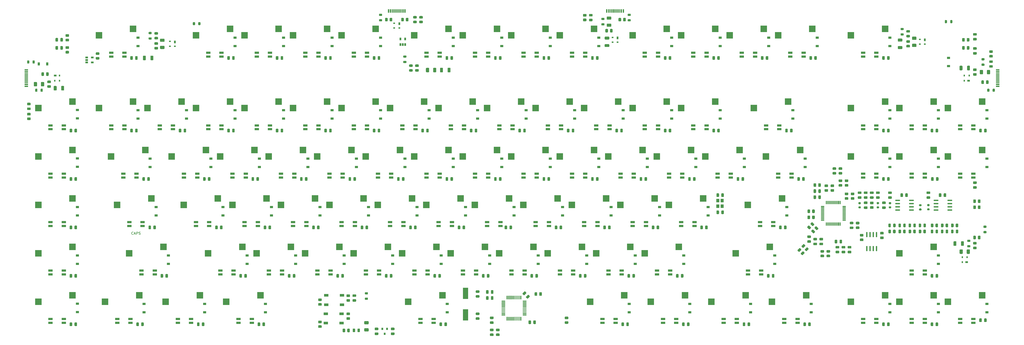
<source format=gbp>
%TF.GenerationSoftware,KiCad,Pcbnew,(5.1.10)-1*%
%TF.CreationDate,2021-11-05T09:14:13-04:00*%
%TF.ProjectId,custom_keyboard (f103_ fe2.1),63757374-6f6d-45f6-9b65-79626f617264,rev?*%
%TF.SameCoordinates,Original*%
%TF.FileFunction,Paste,Bot*%
%TF.FilePolarity,Positive*%
%FSLAX46Y46*%
G04 Gerber Fmt 4.6, Leading zero omitted, Abs format (unit mm)*
G04 Created by KiCad (PCBNEW (5.1.10)-1) date 2021-11-05 09:14:13*
%MOMM*%
%LPD*%
G01*
G04 APERTURE LIST*
%ADD10C,0.150000*%
%ADD11R,1.800000X0.900000*%
%ADD12R,2.550000X2.500000*%
%ADD13O,0.270000X1.500000*%
%ADD14O,1.500000X0.270000*%
%ADD15R,0.650000X1.060000*%
%ADD16R,1.800000X1.100000*%
%ADD17R,2.000000X4.500000*%
%ADD18R,1.200000X0.900000*%
%ADD19O,0.588000X2.045000*%
%ADD20R,0.700000X1.000000*%
%ADD21R,0.700000X0.600000*%
%ADD22R,1.000000X0.700000*%
%ADD23R,0.600000X0.700000*%
%ADD24R,0.800000X0.900000*%
%ADD25R,1.060000X0.650000*%
%ADD26O,1.950000X0.568000*%
%ADD27R,1.450000X0.600000*%
%ADD28R,1.450000X0.300000*%
%ADD29R,1.200000X1.400000*%
%ADD30R,0.600000X1.450000*%
%ADD31R,0.300000X1.450000*%
%ADD32R,0.900000X1.200000*%
G04 APERTURE END LIST*
%TO.C,MX52*%
D10*
X118753461Y-243954842D02*
X118705842Y-244002461D01*
X118562985Y-244050080D01*
X118467747Y-244050080D01*
X118324890Y-244002461D01*
X118229652Y-243907223D01*
X118182033Y-243811985D01*
X118134414Y-243621509D01*
X118134414Y-243478652D01*
X118182033Y-243288176D01*
X118229652Y-243192938D01*
X118324890Y-243097700D01*
X118467747Y-243050080D01*
X118562985Y-243050080D01*
X118705842Y-243097700D01*
X118753461Y-243145319D01*
X119134414Y-243764366D02*
X119610604Y-243764366D01*
X119039176Y-244050080D02*
X119372509Y-243050080D01*
X119705842Y-244050080D01*
X120039176Y-244050080D02*
X120039176Y-243050080D01*
X120420128Y-243050080D01*
X120515366Y-243097700D01*
X120562985Y-243145319D01*
X120610604Y-243240557D01*
X120610604Y-243383414D01*
X120562985Y-243478652D01*
X120515366Y-243526271D01*
X120420128Y-243573890D01*
X120039176Y-243573890D01*
X120991557Y-244002461D02*
X121134414Y-244050080D01*
X121372509Y-244050080D01*
X121467747Y-244002461D01*
X121515366Y-243954842D01*
X121562985Y-243859604D01*
X121562985Y-243764366D01*
X121515366Y-243669128D01*
X121467747Y-243621509D01*
X121372509Y-243573890D01*
X121182033Y-243526271D01*
X121086795Y-243478652D01*
X121039176Y-243431033D01*
X120991557Y-243335795D01*
X120991557Y-243240557D01*
X121039176Y-243145319D01*
X121086795Y-243097700D01*
X121182033Y-243050080D01*
X121420128Y-243050080D01*
X121562985Y-243097700D01*
%TD*%
%TO.C,U14*%
G36*
G01*
X265370600Y-277857800D02*
X265370600Y-276532800D01*
G75*
G02*
X265445600Y-276457800I75000J0D01*
G01*
X265595600Y-276457800D01*
G75*
G02*
X265670600Y-276532800I0J-75000D01*
G01*
X265670600Y-277857800D01*
G75*
G02*
X265595600Y-277932800I-75000J0D01*
G01*
X265445600Y-277932800D01*
G75*
G02*
X265370600Y-277857800I0J75000D01*
G01*
G37*
G36*
G01*
X265870600Y-277857800D02*
X265870600Y-276532800D01*
G75*
G02*
X265945600Y-276457800I75000J0D01*
G01*
X266095600Y-276457800D01*
G75*
G02*
X266170600Y-276532800I0J-75000D01*
G01*
X266170600Y-277857800D01*
G75*
G02*
X266095600Y-277932800I-75000J0D01*
G01*
X265945600Y-277932800D01*
G75*
G02*
X265870600Y-277857800I0J75000D01*
G01*
G37*
G36*
G01*
X266370600Y-277857800D02*
X266370600Y-276532800D01*
G75*
G02*
X266445600Y-276457800I75000J0D01*
G01*
X266595600Y-276457800D01*
G75*
G02*
X266670600Y-276532800I0J-75000D01*
G01*
X266670600Y-277857800D01*
G75*
G02*
X266595600Y-277932800I-75000J0D01*
G01*
X266445600Y-277932800D01*
G75*
G02*
X266370600Y-277857800I0J75000D01*
G01*
G37*
G36*
G01*
X266870600Y-277857800D02*
X266870600Y-276532800D01*
G75*
G02*
X266945600Y-276457800I75000J0D01*
G01*
X267095600Y-276457800D01*
G75*
G02*
X267170600Y-276532800I0J-75000D01*
G01*
X267170600Y-277857800D01*
G75*
G02*
X267095600Y-277932800I-75000J0D01*
G01*
X266945600Y-277932800D01*
G75*
G02*
X266870600Y-277857800I0J75000D01*
G01*
G37*
G36*
G01*
X267370600Y-277857800D02*
X267370600Y-276532800D01*
G75*
G02*
X267445600Y-276457800I75000J0D01*
G01*
X267595600Y-276457800D01*
G75*
G02*
X267670600Y-276532800I0J-75000D01*
G01*
X267670600Y-277857800D01*
G75*
G02*
X267595600Y-277932800I-75000J0D01*
G01*
X267445600Y-277932800D01*
G75*
G02*
X267370600Y-277857800I0J75000D01*
G01*
G37*
G36*
G01*
X267870600Y-277857800D02*
X267870600Y-276532800D01*
G75*
G02*
X267945600Y-276457800I75000J0D01*
G01*
X268095600Y-276457800D01*
G75*
G02*
X268170600Y-276532800I0J-75000D01*
G01*
X268170600Y-277857800D01*
G75*
G02*
X268095600Y-277932800I-75000J0D01*
G01*
X267945600Y-277932800D01*
G75*
G02*
X267870600Y-277857800I0J75000D01*
G01*
G37*
G36*
G01*
X268370600Y-277857800D02*
X268370600Y-276532800D01*
G75*
G02*
X268445600Y-276457800I75000J0D01*
G01*
X268595600Y-276457800D01*
G75*
G02*
X268670600Y-276532800I0J-75000D01*
G01*
X268670600Y-277857800D01*
G75*
G02*
X268595600Y-277932800I-75000J0D01*
G01*
X268445600Y-277932800D01*
G75*
G02*
X268370600Y-277857800I0J75000D01*
G01*
G37*
G36*
G01*
X268870600Y-277857800D02*
X268870600Y-276532800D01*
G75*
G02*
X268945600Y-276457800I75000J0D01*
G01*
X269095600Y-276457800D01*
G75*
G02*
X269170600Y-276532800I0J-75000D01*
G01*
X269170600Y-277857800D01*
G75*
G02*
X269095600Y-277932800I-75000J0D01*
G01*
X268945600Y-277932800D01*
G75*
G02*
X268870600Y-277857800I0J75000D01*
G01*
G37*
G36*
G01*
X269370600Y-277857800D02*
X269370600Y-276532800D01*
G75*
G02*
X269445600Y-276457800I75000J0D01*
G01*
X269595600Y-276457800D01*
G75*
G02*
X269670600Y-276532800I0J-75000D01*
G01*
X269670600Y-277857800D01*
G75*
G02*
X269595600Y-277932800I-75000J0D01*
G01*
X269445600Y-277932800D01*
G75*
G02*
X269370600Y-277857800I0J75000D01*
G01*
G37*
G36*
G01*
X269870600Y-277857800D02*
X269870600Y-276532800D01*
G75*
G02*
X269945600Y-276457800I75000J0D01*
G01*
X270095600Y-276457800D01*
G75*
G02*
X270170600Y-276532800I0J-75000D01*
G01*
X270170600Y-277857800D01*
G75*
G02*
X270095600Y-277932800I-75000J0D01*
G01*
X269945600Y-277932800D01*
G75*
G02*
X269870600Y-277857800I0J75000D01*
G01*
G37*
G36*
G01*
X270370600Y-277857800D02*
X270370600Y-276532800D01*
G75*
G02*
X270445600Y-276457800I75000J0D01*
G01*
X270595600Y-276457800D01*
G75*
G02*
X270670600Y-276532800I0J-75000D01*
G01*
X270670600Y-277857800D01*
G75*
G02*
X270595600Y-277932800I-75000J0D01*
G01*
X270445600Y-277932800D01*
G75*
G02*
X270370600Y-277857800I0J75000D01*
G01*
G37*
G36*
G01*
X270870600Y-277857800D02*
X270870600Y-276532800D01*
G75*
G02*
X270945600Y-276457800I75000J0D01*
G01*
X271095600Y-276457800D01*
G75*
G02*
X271170600Y-276532800I0J-75000D01*
G01*
X271170600Y-277857800D01*
G75*
G02*
X271095600Y-277932800I-75000J0D01*
G01*
X270945600Y-277932800D01*
G75*
G02*
X270870600Y-277857800I0J75000D01*
G01*
G37*
G36*
G01*
X271695600Y-275857800D02*
X271695600Y-275707800D01*
G75*
G02*
X271770600Y-275632800I75000J0D01*
G01*
X273095600Y-275632800D01*
G75*
G02*
X273170600Y-275707800I0J-75000D01*
G01*
X273170600Y-275857800D01*
G75*
G02*
X273095600Y-275932800I-75000J0D01*
G01*
X271770600Y-275932800D01*
G75*
G02*
X271695600Y-275857800I0J75000D01*
G01*
G37*
G36*
G01*
X271695600Y-275357800D02*
X271695600Y-275207800D01*
G75*
G02*
X271770600Y-275132800I75000J0D01*
G01*
X273095600Y-275132800D01*
G75*
G02*
X273170600Y-275207800I0J-75000D01*
G01*
X273170600Y-275357800D01*
G75*
G02*
X273095600Y-275432800I-75000J0D01*
G01*
X271770600Y-275432800D01*
G75*
G02*
X271695600Y-275357800I0J75000D01*
G01*
G37*
G36*
G01*
X271695600Y-274857800D02*
X271695600Y-274707800D01*
G75*
G02*
X271770600Y-274632800I75000J0D01*
G01*
X273095600Y-274632800D01*
G75*
G02*
X273170600Y-274707800I0J-75000D01*
G01*
X273170600Y-274857800D01*
G75*
G02*
X273095600Y-274932800I-75000J0D01*
G01*
X271770600Y-274932800D01*
G75*
G02*
X271695600Y-274857800I0J75000D01*
G01*
G37*
G36*
G01*
X271695600Y-274357800D02*
X271695600Y-274207800D01*
G75*
G02*
X271770600Y-274132800I75000J0D01*
G01*
X273095600Y-274132800D01*
G75*
G02*
X273170600Y-274207800I0J-75000D01*
G01*
X273170600Y-274357800D01*
G75*
G02*
X273095600Y-274432800I-75000J0D01*
G01*
X271770600Y-274432800D01*
G75*
G02*
X271695600Y-274357800I0J75000D01*
G01*
G37*
G36*
G01*
X271695600Y-273857800D02*
X271695600Y-273707800D01*
G75*
G02*
X271770600Y-273632800I75000J0D01*
G01*
X273095600Y-273632800D01*
G75*
G02*
X273170600Y-273707800I0J-75000D01*
G01*
X273170600Y-273857800D01*
G75*
G02*
X273095600Y-273932800I-75000J0D01*
G01*
X271770600Y-273932800D01*
G75*
G02*
X271695600Y-273857800I0J75000D01*
G01*
G37*
G36*
G01*
X271695600Y-273357800D02*
X271695600Y-273207800D01*
G75*
G02*
X271770600Y-273132800I75000J0D01*
G01*
X273095600Y-273132800D01*
G75*
G02*
X273170600Y-273207800I0J-75000D01*
G01*
X273170600Y-273357800D01*
G75*
G02*
X273095600Y-273432800I-75000J0D01*
G01*
X271770600Y-273432800D01*
G75*
G02*
X271695600Y-273357800I0J75000D01*
G01*
G37*
G36*
G01*
X271695600Y-272857800D02*
X271695600Y-272707800D01*
G75*
G02*
X271770600Y-272632800I75000J0D01*
G01*
X273095600Y-272632800D01*
G75*
G02*
X273170600Y-272707800I0J-75000D01*
G01*
X273170600Y-272857800D01*
G75*
G02*
X273095600Y-272932800I-75000J0D01*
G01*
X271770600Y-272932800D01*
G75*
G02*
X271695600Y-272857800I0J75000D01*
G01*
G37*
G36*
G01*
X271695600Y-272357800D02*
X271695600Y-272207800D01*
G75*
G02*
X271770600Y-272132800I75000J0D01*
G01*
X273095600Y-272132800D01*
G75*
G02*
X273170600Y-272207800I0J-75000D01*
G01*
X273170600Y-272357800D01*
G75*
G02*
X273095600Y-272432800I-75000J0D01*
G01*
X271770600Y-272432800D01*
G75*
G02*
X271695600Y-272357800I0J75000D01*
G01*
G37*
G36*
G01*
X271695600Y-271857800D02*
X271695600Y-271707800D01*
G75*
G02*
X271770600Y-271632800I75000J0D01*
G01*
X273095600Y-271632800D01*
G75*
G02*
X273170600Y-271707800I0J-75000D01*
G01*
X273170600Y-271857800D01*
G75*
G02*
X273095600Y-271932800I-75000J0D01*
G01*
X271770600Y-271932800D01*
G75*
G02*
X271695600Y-271857800I0J75000D01*
G01*
G37*
G36*
G01*
X271695600Y-271357800D02*
X271695600Y-271207800D01*
G75*
G02*
X271770600Y-271132800I75000J0D01*
G01*
X273095600Y-271132800D01*
G75*
G02*
X273170600Y-271207800I0J-75000D01*
G01*
X273170600Y-271357800D01*
G75*
G02*
X273095600Y-271432800I-75000J0D01*
G01*
X271770600Y-271432800D01*
G75*
G02*
X271695600Y-271357800I0J75000D01*
G01*
G37*
G36*
G01*
X271695600Y-270857800D02*
X271695600Y-270707800D01*
G75*
G02*
X271770600Y-270632800I75000J0D01*
G01*
X273095600Y-270632800D01*
G75*
G02*
X273170600Y-270707800I0J-75000D01*
G01*
X273170600Y-270857800D01*
G75*
G02*
X273095600Y-270932800I-75000J0D01*
G01*
X271770600Y-270932800D01*
G75*
G02*
X271695600Y-270857800I0J75000D01*
G01*
G37*
G36*
G01*
X271695600Y-270357800D02*
X271695600Y-270207800D01*
G75*
G02*
X271770600Y-270132800I75000J0D01*
G01*
X273095600Y-270132800D01*
G75*
G02*
X273170600Y-270207800I0J-75000D01*
G01*
X273170600Y-270357800D01*
G75*
G02*
X273095600Y-270432800I-75000J0D01*
G01*
X271770600Y-270432800D01*
G75*
G02*
X271695600Y-270357800I0J75000D01*
G01*
G37*
G36*
G01*
X270870600Y-269532800D02*
X270870600Y-268207800D01*
G75*
G02*
X270945600Y-268132800I75000J0D01*
G01*
X271095600Y-268132800D01*
G75*
G02*
X271170600Y-268207800I0J-75000D01*
G01*
X271170600Y-269532800D01*
G75*
G02*
X271095600Y-269607800I-75000J0D01*
G01*
X270945600Y-269607800D01*
G75*
G02*
X270870600Y-269532800I0J75000D01*
G01*
G37*
G36*
G01*
X270370600Y-269532800D02*
X270370600Y-268207800D01*
G75*
G02*
X270445600Y-268132800I75000J0D01*
G01*
X270595600Y-268132800D01*
G75*
G02*
X270670600Y-268207800I0J-75000D01*
G01*
X270670600Y-269532800D01*
G75*
G02*
X270595600Y-269607800I-75000J0D01*
G01*
X270445600Y-269607800D01*
G75*
G02*
X270370600Y-269532800I0J75000D01*
G01*
G37*
G36*
G01*
X269870600Y-269532800D02*
X269870600Y-268207800D01*
G75*
G02*
X269945600Y-268132800I75000J0D01*
G01*
X270095600Y-268132800D01*
G75*
G02*
X270170600Y-268207800I0J-75000D01*
G01*
X270170600Y-269532800D01*
G75*
G02*
X270095600Y-269607800I-75000J0D01*
G01*
X269945600Y-269607800D01*
G75*
G02*
X269870600Y-269532800I0J75000D01*
G01*
G37*
G36*
G01*
X269370600Y-269532800D02*
X269370600Y-268207800D01*
G75*
G02*
X269445600Y-268132800I75000J0D01*
G01*
X269595600Y-268132800D01*
G75*
G02*
X269670600Y-268207800I0J-75000D01*
G01*
X269670600Y-269532800D01*
G75*
G02*
X269595600Y-269607800I-75000J0D01*
G01*
X269445600Y-269607800D01*
G75*
G02*
X269370600Y-269532800I0J75000D01*
G01*
G37*
G36*
G01*
X268870600Y-269532800D02*
X268870600Y-268207800D01*
G75*
G02*
X268945600Y-268132800I75000J0D01*
G01*
X269095600Y-268132800D01*
G75*
G02*
X269170600Y-268207800I0J-75000D01*
G01*
X269170600Y-269532800D01*
G75*
G02*
X269095600Y-269607800I-75000J0D01*
G01*
X268945600Y-269607800D01*
G75*
G02*
X268870600Y-269532800I0J75000D01*
G01*
G37*
G36*
G01*
X268370600Y-269532800D02*
X268370600Y-268207800D01*
G75*
G02*
X268445600Y-268132800I75000J0D01*
G01*
X268595600Y-268132800D01*
G75*
G02*
X268670600Y-268207800I0J-75000D01*
G01*
X268670600Y-269532800D01*
G75*
G02*
X268595600Y-269607800I-75000J0D01*
G01*
X268445600Y-269607800D01*
G75*
G02*
X268370600Y-269532800I0J75000D01*
G01*
G37*
G36*
G01*
X267870600Y-269532800D02*
X267870600Y-268207800D01*
G75*
G02*
X267945600Y-268132800I75000J0D01*
G01*
X268095600Y-268132800D01*
G75*
G02*
X268170600Y-268207800I0J-75000D01*
G01*
X268170600Y-269532800D01*
G75*
G02*
X268095600Y-269607800I-75000J0D01*
G01*
X267945600Y-269607800D01*
G75*
G02*
X267870600Y-269532800I0J75000D01*
G01*
G37*
G36*
G01*
X267370600Y-269532800D02*
X267370600Y-268207800D01*
G75*
G02*
X267445600Y-268132800I75000J0D01*
G01*
X267595600Y-268132800D01*
G75*
G02*
X267670600Y-268207800I0J-75000D01*
G01*
X267670600Y-269532800D01*
G75*
G02*
X267595600Y-269607800I-75000J0D01*
G01*
X267445600Y-269607800D01*
G75*
G02*
X267370600Y-269532800I0J75000D01*
G01*
G37*
G36*
G01*
X266870600Y-269532800D02*
X266870600Y-268207800D01*
G75*
G02*
X266945600Y-268132800I75000J0D01*
G01*
X267095600Y-268132800D01*
G75*
G02*
X267170600Y-268207800I0J-75000D01*
G01*
X267170600Y-269532800D01*
G75*
G02*
X267095600Y-269607800I-75000J0D01*
G01*
X266945600Y-269607800D01*
G75*
G02*
X266870600Y-269532800I0J75000D01*
G01*
G37*
G36*
G01*
X266370600Y-269532800D02*
X266370600Y-268207800D01*
G75*
G02*
X266445600Y-268132800I75000J0D01*
G01*
X266595600Y-268132800D01*
G75*
G02*
X266670600Y-268207800I0J-75000D01*
G01*
X266670600Y-269532800D01*
G75*
G02*
X266595600Y-269607800I-75000J0D01*
G01*
X266445600Y-269607800D01*
G75*
G02*
X266370600Y-269532800I0J75000D01*
G01*
G37*
G36*
G01*
X265870600Y-269532800D02*
X265870600Y-268207800D01*
G75*
G02*
X265945600Y-268132800I75000J0D01*
G01*
X266095600Y-268132800D01*
G75*
G02*
X266170600Y-268207800I0J-75000D01*
G01*
X266170600Y-269532800D01*
G75*
G02*
X266095600Y-269607800I-75000J0D01*
G01*
X265945600Y-269607800D01*
G75*
G02*
X265870600Y-269532800I0J75000D01*
G01*
G37*
G36*
G01*
X265370600Y-269532800D02*
X265370600Y-268207800D01*
G75*
G02*
X265445600Y-268132800I75000J0D01*
G01*
X265595600Y-268132800D01*
G75*
G02*
X265670600Y-268207800I0J-75000D01*
G01*
X265670600Y-269532800D01*
G75*
G02*
X265595600Y-269607800I-75000J0D01*
G01*
X265445600Y-269607800D01*
G75*
G02*
X265370600Y-269532800I0J75000D01*
G01*
G37*
G36*
G01*
X263370600Y-270357800D02*
X263370600Y-270207800D01*
G75*
G02*
X263445600Y-270132800I75000J0D01*
G01*
X264770600Y-270132800D01*
G75*
G02*
X264845600Y-270207800I0J-75000D01*
G01*
X264845600Y-270357800D01*
G75*
G02*
X264770600Y-270432800I-75000J0D01*
G01*
X263445600Y-270432800D01*
G75*
G02*
X263370600Y-270357800I0J75000D01*
G01*
G37*
G36*
G01*
X263370600Y-270857800D02*
X263370600Y-270707800D01*
G75*
G02*
X263445600Y-270632800I75000J0D01*
G01*
X264770600Y-270632800D01*
G75*
G02*
X264845600Y-270707800I0J-75000D01*
G01*
X264845600Y-270857800D01*
G75*
G02*
X264770600Y-270932800I-75000J0D01*
G01*
X263445600Y-270932800D01*
G75*
G02*
X263370600Y-270857800I0J75000D01*
G01*
G37*
G36*
G01*
X263370600Y-271357800D02*
X263370600Y-271207800D01*
G75*
G02*
X263445600Y-271132800I75000J0D01*
G01*
X264770600Y-271132800D01*
G75*
G02*
X264845600Y-271207800I0J-75000D01*
G01*
X264845600Y-271357800D01*
G75*
G02*
X264770600Y-271432800I-75000J0D01*
G01*
X263445600Y-271432800D01*
G75*
G02*
X263370600Y-271357800I0J75000D01*
G01*
G37*
G36*
G01*
X263370600Y-271857800D02*
X263370600Y-271707800D01*
G75*
G02*
X263445600Y-271632800I75000J0D01*
G01*
X264770600Y-271632800D01*
G75*
G02*
X264845600Y-271707800I0J-75000D01*
G01*
X264845600Y-271857800D01*
G75*
G02*
X264770600Y-271932800I-75000J0D01*
G01*
X263445600Y-271932800D01*
G75*
G02*
X263370600Y-271857800I0J75000D01*
G01*
G37*
G36*
G01*
X263370600Y-272357800D02*
X263370600Y-272207800D01*
G75*
G02*
X263445600Y-272132800I75000J0D01*
G01*
X264770600Y-272132800D01*
G75*
G02*
X264845600Y-272207800I0J-75000D01*
G01*
X264845600Y-272357800D01*
G75*
G02*
X264770600Y-272432800I-75000J0D01*
G01*
X263445600Y-272432800D01*
G75*
G02*
X263370600Y-272357800I0J75000D01*
G01*
G37*
G36*
G01*
X263370600Y-272857800D02*
X263370600Y-272707800D01*
G75*
G02*
X263445600Y-272632800I75000J0D01*
G01*
X264770600Y-272632800D01*
G75*
G02*
X264845600Y-272707800I0J-75000D01*
G01*
X264845600Y-272857800D01*
G75*
G02*
X264770600Y-272932800I-75000J0D01*
G01*
X263445600Y-272932800D01*
G75*
G02*
X263370600Y-272857800I0J75000D01*
G01*
G37*
G36*
G01*
X263370600Y-273357800D02*
X263370600Y-273207800D01*
G75*
G02*
X263445600Y-273132800I75000J0D01*
G01*
X264770600Y-273132800D01*
G75*
G02*
X264845600Y-273207800I0J-75000D01*
G01*
X264845600Y-273357800D01*
G75*
G02*
X264770600Y-273432800I-75000J0D01*
G01*
X263445600Y-273432800D01*
G75*
G02*
X263370600Y-273357800I0J75000D01*
G01*
G37*
G36*
G01*
X263370600Y-273857800D02*
X263370600Y-273707800D01*
G75*
G02*
X263445600Y-273632800I75000J0D01*
G01*
X264770600Y-273632800D01*
G75*
G02*
X264845600Y-273707800I0J-75000D01*
G01*
X264845600Y-273857800D01*
G75*
G02*
X264770600Y-273932800I-75000J0D01*
G01*
X263445600Y-273932800D01*
G75*
G02*
X263370600Y-273857800I0J75000D01*
G01*
G37*
G36*
G01*
X263370600Y-274357800D02*
X263370600Y-274207800D01*
G75*
G02*
X263445600Y-274132800I75000J0D01*
G01*
X264770600Y-274132800D01*
G75*
G02*
X264845600Y-274207800I0J-75000D01*
G01*
X264845600Y-274357800D01*
G75*
G02*
X264770600Y-274432800I-75000J0D01*
G01*
X263445600Y-274432800D01*
G75*
G02*
X263370600Y-274357800I0J75000D01*
G01*
G37*
G36*
G01*
X263370600Y-274857800D02*
X263370600Y-274707800D01*
G75*
G02*
X263445600Y-274632800I75000J0D01*
G01*
X264770600Y-274632800D01*
G75*
G02*
X264845600Y-274707800I0J-75000D01*
G01*
X264845600Y-274857800D01*
G75*
G02*
X264770600Y-274932800I-75000J0D01*
G01*
X263445600Y-274932800D01*
G75*
G02*
X263370600Y-274857800I0J75000D01*
G01*
G37*
G36*
G01*
X263370600Y-275357800D02*
X263370600Y-275207800D01*
G75*
G02*
X263445600Y-275132800I75000J0D01*
G01*
X264770600Y-275132800D01*
G75*
G02*
X264845600Y-275207800I0J-75000D01*
G01*
X264845600Y-275357800D01*
G75*
G02*
X264770600Y-275432800I-75000J0D01*
G01*
X263445600Y-275432800D01*
G75*
G02*
X263370600Y-275357800I0J75000D01*
G01*
G37*
G36*
G01*
X263370600Y-275857800D02*
X263370600Y-275707800D01*
G75*
G02*
X263445600Y-275632800I75000J0D01*
G01*
X264770600Y-275632800D01*
G75*
G02*
X264845600Y-275707800I0J-75000D01*
G01*
X264845600Y-275857800D01*
G75*
G02*
X264770600Y-275932800I-75000J0D01*
G01*
X263445600Y-275932800D01*
G75*
G02*
X263370600Y-275857800I0J75000D01*
G01*
G37*
%TD*%
D11*
%TO.C,MX84*%
X308174500Y-278832800D03*
X308174500Y-277332800D03*
X302974500Y-278832800D03*
X302974500Y-277332800D03*
D12*
X311589500Y-267952800D03*
X298164500Y-270492800D03*
%TD*%
D11*
%TO.C,MX14*%
X410561800Y-174064400D03*
X410561800Y-172564400D03*
X405361800Y-174064400D03*
X405361800Y-172564400D03*
D12*
X413976800Y-163184400D03*
X400551800Y-165724400D03*
%TD*%
%TO.C,R27*%
G36*
G01*
X277395000Y-267026898D02*
X277395000Y-267926902D01*
G75*
G02*
X277145002Y-268176900I-249998J0D01*
G01*
X276619998Y-268176900D01*
G75*
G02*
X276370000Y-267926902I0J249998D01*
G01*
X276370000Y-267026898D01*
G75*
G02*
X276619998Y-266776900I249998J0D01*
G01*
X277145002Y-266776900D01*
G75*
G02*
X277395000Y-267026898I0J-249998D01*
G01*
G37*
G36*
G01*
X279220000Y-267026898D02*
X279220000Y-267926902D01*
G75*
G02*
X278970002Y-268176900I-249998J0D01*
G01*
X278444998Y-268176900D01*
G75*
G02*
X278195000Y-267926902I0J249998D01*
G01*
X278195000Y-267026898D01*
G75*
G02*
X278444998Y-266776900I249998J0D01*
G01*
X278970002Y-266776900D01*
G75*
G02*
X279220000Y-267026898I0J-249998D01*
G01*
G37*
%TD*%
%TO.C,R65*%
G36*
G01*
X229722998Y-178982500D02*
X230623002Y-178982500D01*
G75*
G02*
X230873000Y-179232498I0J-249998D01*
G01*
X230873000Y-179757502D01*
G75*
G02*
X230623002Y-180007500I-249998J0D01*
G01*
X229722998Y-180007500D01*
G75*
G02*
X229473000Y-179757502I0J249998D01*
G01*
X229473000Y-179232498D01*
G75*
G02*
X229722998Y-178982500I249998J0D01*
G01*
G37*
G36*
G01*
X229722998Y-177157500D02*
X230623002Y-177157500D01*
G75*
G02*
X230873000Y-177407498I0J-249998D01*
G01*
X230873000Y-177932502D01*
G75*
G02*
X230623002Y-178182500I-249998J0D01*
G01*
X229722998Y-178182500D01*
G75*
G02*
X229473000Y-177932502I0J249998D01*
G01*
X229473000Y-177407498D01*
G75*
G02*
X229722998Y-177157500I249998J0D01*
G01*
G37*
%TD*%
%TO.C,D12*%
G36*
G01*
X228248150Y-178132500D02*
X227335650Y-178132500D01*
G75*
G02*
X227091900Y-177888750I0J243750D01*
G01*
X227091900Y-177401250D01*
G75*
G02*
X227335650Y-177157500I243750J0D01*
G01*
X228248150Y-177157500D01*
G75*
G02*
X228491900Y-177401250I0J-243750D01*
G01*
X228491900Y-177888750D01*
G75*
G02*
X228248150Y-178132500I-243750J0D01*
G01*
G37*
G36*
G01*
X228248150Y-180007500D02*
X227335650Y-180007500D01*
G75*
G02*
X227091900Y-179763750I0J243750D01*
G01*
X227091900Y-179276250D01*
G75*
G02*
X227335650Y-179032500I243750J0D01*
G01*
X228248150Y-179032500D01*
G75*
G02*
X228491900Y-179276250I0J-243750D01*
G01*
X228491900Y-179763750D01*
G75*
G02*
X228248150Y-180007500I-243750J0D01*
G01*
G37*
%TD*%
%TO.C,R64*%
G36*
G01*
X202793500Y-282258502D02*
X202793500Y-281358498D01*
G75*
G02*
X203043498Y-281108500I249998J0D01*
G01*
X203568502Y-281108500D01*
G75*
G02*
X203818500Y-281358498I0J-249998D01*
G01*
X203818500Y-282258502D01*
G75*
G02*
X203568502Y-282508500I-249998J0D01*
G01*
X203043498Y-282508500D01*
G75*
G02*
X202793500Y-282258502I0J249998D01*
G01*
G37*
G36*
G01*
X200968500Y-282258502D02*
X200968500Y-281358498D01*
G75*
G02*
X201218498Y-281108500I249998J0D01*
G01*
X201743502Y-281108500D01*
G75*
G02*
X201993500Y-281358498I0J-249998D01*
G01*
X201993500Y-282258502D01*
G75*
G02*
X201743502Y-282508500I-249998J0D01*
G01*
X201218498Y-282508500D01*
G75*
G02*
X200968500Y-282258502I0J249998D01*
G01*
G37*
%TD*%
%TO.C,D11*%
G36*
G01*
X206812000Y-282219750D02*
X206812000Y-281307250D01*
G75*
G02*
X207055750Y-281063500I243750J0D01*
G01*
X207543250Y-281063500D01*
G75*
G02*
X207787000Y-281307250I0J-243750D01*
G01*
X207787000Y-282219750D01*
G75*
G02*
X207543250Y-282463500I-243750J0D01*
G01*
X207055750Y-282463500D01*
G75*
G02*
X206812000Y-282219750I0J243750D01*
G01*
G37*
G36*
G01*
X204937000Y-282219750D02*
X204937000Y-281307250D01*
G75*
G02*
X205180750Y-281063500I243750J0D01*
G01*
X205668250Y-281063500D01*
G75*
G02*
X205912000Y-281307250I0J-243750D01*
G01*
X205912000Y-282219750D01*
G75*
G02*
X205668250Y-282463500I-243750J0D01*
G01*
X205180750Y-282463500D01*
G75*
G02*
X204937000Y-282219750I0J243750D01*
G01*
G37*
%TD*%
D11*
%TO.C,MX64*%
X370083100Y-240735200D03*
X370083100Y-239235200D03*
X364883100Y-240735200D03*
X364883100Y-239235200D03*
D12*
X373498100Y-229855200D03*
X360073100Y-232395200D03*
%TD*%
D13*
%TO.C,FE2.1*%
X396425200Y-239978900D03*
X395925200Y-239978900D03*
X395425200Y-239978900D03*
X394925200Y-239978900D03*
X394425200Y-239978900D03*
X393925200Y-239978900D03*
X393425200Y-239978900D03*
X392925200Y-239978900D03*
X392425200Y-239978900D03*
X391925200Y-239978900D03*
X391425200Y-239978900D03*
X390925200Y-239978900D03*
D14*
X389425200Y-238478900D03*
X389425200Y-237978900D03*
X389425200Y-237478900D03*
X389425200Y-236978900D03*
X389425200Y-236478900D03*
X389425200Y-235978900D03*
X389425200Y-235478900D03*
X389425200Y-234978900D03*
X389425200Y-234478900D03*
X389425200Y-233978900D03*
X389425200Y-233478900D03*
X389425200Y-232978900D03*
D13*
X390925200Y-231478900D03*
X391425200Y-231478900D03*
X391925200Y-231478900D03*
X392425200Y-231478900D03*
X392925200Y-231478900D03*
X393425200Y-231478900D03*
X393925200Y-231478900D03*
X394425200Y-231478900D03*
X394925200Y-231478900D03*
X395425200Y-231478900D03*
X395925200Y-231478900D03*
X396425200Y-231478900D03*
D14*
X397925200Y-232978900D03*
X397925200Y-233478900D03*
X397925200Y-233978900D03*
X397925200Y-234478900D03*
X397925200Y-234978900D03*
X397925200Y-235478900D03*
X397925200Y-235978900D03*
X397925200Y-236478900D03*
X397925200Y-236978900D03*
X397925200Y-237478900D03*
X397925200Y-237978900D03*
X397925200Y-238478900D03*
%TD*%
%TO.C,R24*%
G36*
G01*
X191625398Y-271051700D02*
X192525402Y-271051700D01*
G75*
G02*
X192775400Y-271301698I0J-249998D01*
G01*
X192775400Y-271826702D01*
G75*
G02*
X192525402Y-272076700I-249998J0D01*
G01*
X191625398Y-272076700D01*
G75*
G02*
X191375400Y-271826702I0J249998D01*
G01*
X191375400Y-271301698D01*
G75*
G02*
X191625398Y-271051700I249998J0D01*
G01*
G37*
G36*
G01*
X191625398Y-269226700D02*
X192525402Y-269226700D01*
G75*
G02*
X192775400Y-269476698I0J-249998D01*
G01*
X192775400Y-270001702D01*
G75*
G02*
X192525402Y-270251700I-249998J0D01*
G01*
X191625398Y-270251700D01*
G75*
G02*
X191375400Y-270001702I0J249998D01*
G01*
X191375400Y-269476698D01*
G75*
G02*
X191625398Y-269226700I249998J0D01*
G01*
G37*
%TD*%
%TO.C,R25*%
G36*
G01*
X202737198Y-276607600D02*
X203637202Y-276607600D01*
G75*
G02*
X203887200Y-276857598I0J-249998D01*
G01*
X203887200Y-277382602D01*
G75*
G02*
X203637202Y-277632600I-249998J0D01*
G01*
X202737198Y-277632600D01*
G75*
G02*
X202487200Y-277382602I0J249998D01*
G01*
X202487200Y-276857598D01*
G75*
G02*
X202737198Y-276607600I249998J0D01*
G01*
G37*
G36*
G01*
X202737198Y-274782600D02*
X203637202Y-274782600D01*
G75*
G02*
X203887200Y-275032598I0J-249998D01*
G01*
X203887200Y-275557602D01*
G75*
G02*
X203637202Y-275807600I-249998J0D01*
G01*
X202737198Y-275807600D01*
G75*
G02*
X202487200Y-275557602I0J249998D01*
G01*
X202487200Y-275032598D01*
G75*
G02*
X202737198Y-274782600I249998J0D01*
G01*
G37*
%TD*%
%TO.C,R19*%
G36*
G01*
X192525402Y-278982400D02*
X191625398Y-278982400D01*
G75*
G02*
X191375400Y-278732402I0J249998D01*
G01*
X191375400Y-278207398D01*
G75*
G02*
X191625398Y-277957400I249998J0D01*
G01*
X192525402Y-277957400D01*
G75*
G02*
X192775400Y-278207398I0J-249998D01*
G01*
X192775400Y-278732402D01*
G75*
G02*
X192525402Y-278982400I-249998J0D01*
G01*
G37*
G36*
G01*
X192525402Y-280807400D02*
X191625398Y-280807400D01*
G75*
G02*
X191375400Y-280557402I0J249998D01*
G01*
X191375400Y-280032398D01*
G75*
G02*
X191625398Y-279782400I249998J0D01*
G01*
X192525402Y-279782400D01*
G75*
G02*
X192775400Y-280032398I0J-249998D01*
G01*
X192775400Y-280557402D01*
G75*
G02*
X192525402Y-280807400I-249998J0D01*
G01*
G37*
%TD*%
%TO.C,R56*%
G36*
G01*
X453602700Y-184588402D02*
X453602700Y-183688398D01*
G75*
G02*
X453852698Y-183438400I249998J0D01*
G01*
X454377702Y-183438400D01*
G75*
G02*
X454627700Y-183688398I0J-249998D01*
G01*
X454627700Y-184588402D01*
G75*
G02*
X454377702Y-184838400I-249998J0D01*
G01*
X453852698Y-184838400D01*
G75*
G02*
X453602700Y-184588402I0J249998D01*
G01*
G37*
G36*
G01*
X451777700Y-184588402D02*
X451777700Y-183688398D01*
G75*
G02*
X452027698Y-183438400I249998J0D01*
G01*
X452552702Y-183438400D01*
G75*
G02*
X452802700Y-183688398I0J-249998D01*
G01*
X452802700Y-184588402D01*
G75*
G02*
X452552702Y-184838400I-249998J0D01*
G01*
X452027698Y-184838400D01*
G75*
G02*
X451777700Y-184588402I0J249998D01*
G01*
G37*
%TD*%
%TO.C,R50*%
G36*
G01*
X448784198Y-180569900D02*
X449684202Y-180569900D01*
G75*
G02*
X449934200Y-180819898I0J-249998D01*
G01*
X449934200Y-181344902D01*
G75*
G02*
X449684202Y-181594900I-249998J0D01*
G01*
X448784198Y-181594900D01*
G75*
G02*
X448534200Y-181344902I0J249998D01*
G01*
X448534200Y-180819898D01*
G75*
G02*
X448784198Y-180569900I249998J0D01*
G01*
G37*
G36*
G01*
X448784198Y-178744900D02*
X449684202Y-178744900D01*
G75*
G02*
X449934200Y-178994898I0J-249998D01*
G01*
X449934200Y-179519902D01*
G75*
G02*
X449684202Y-179769900I-249998J0D01*
G01*
X448784198Y-179769900D01*
G75*
G02*
X448534200Y-179519902I0J249998D01*
G01*
X448534200Y-178994898D01*
G75*
G02*
X448784198Y-178744900I249998J0D01*
G01*
G37*
%TD*%
%TO.C,R14*%
G36*
G01*
X83732200Y-180513598D02*
X83732200Y-181413602D01*
G75*
G02*
X83482202Y-181663600I-249998J0D01*
G01*
X82957198Y-181663600D01*
G75*
G02*
X82707200Y-181413602I0J249998D01*
G01*
X82707200Y-180513598D01*
G75*
G02*
X82957198Y-180263600I249998J0D01*
G01*
X83482202Y-180263600D01*
G75*
G02*
X83732200Y-180513598I0J-249998D01*
G01*
G37*
G36*
G01*
X85557200Y-180513598D02*
X85557200Y-181413602D01*
G75*
G02*
X85307202Y-181663600I-249998J0D01*
G01*
X84782198Y-181663600D01*
G75*
G02*
X84532200Y-181413602I0J249998D01*
G01*
X84532200Y-180513598D01*
G75*
G02*
X84782198Y-180263600I249998J0D01*
G01*
X85307202Y-180263600D01*
G75*
G02*
X85557200Y-180513598I0J-249998D01*
G01*
G37*
%TD*%
%TO.C,R7*%
G36*
G01*
X86169602Y-184532100D02*
X85269598Y-184532100D01*
G75*
G02*
X85019600Y-184282102I0J249998D01*
G01*
X85019600Y-183757098D01*
G75*
G02*
X85269598Y-183507100I249998J0D01*
G01*
X86169602Y-183507100D01*
G75*
G02*
X86419600Y-183757098I0J-249998D01*
G01*
X86419600Y-184282102D01*
G75*
G02*
X86169602Y-184532100I-249998J0D01*
G01*
G37*
G36*
G01*
X86169602Y-186357100D02*
X85269598Y-186357100D01*
G75*
G02*
X85019600Y-186107102I0J249998D01*
G01*
X85019600Y-185582098D01*
G75*
G02*
X85269598Y-185332100I249998J0D01*
G01*
X86169602Y-185332100D01*
G75*
G02*
X86419600Y-185582098I0J-249998D01*
G01*
X86419600Y-186107102D01*
G75*
G02*
X86169602Y-186357100I-249998J0D01*
G01*
G37*
%TD*%
%TO.C,R22*%
G36*
G01*
X203637202Y-268664300D02*
X202737198Y-268664300D01*
G75*
G02*
X202487200Y-268414302I0J249998D01*
G01*
X202487200Y-267889298D01*
G75*
G02*
X202737198Y-267639300I249998J0D01*
G01*
X203637202Y-267639300D01*
G75*
G02*
X203887200Y-267889298I0J-249998D01*
G01*
X203887200Y-268414302D01*
G75*
G02*
X203637202Y-268664300I-249998J0D01*
G01*
G37*
G36*
G01*
X203637202Y-270489300D02*
X202737198Y-270489300D01*
G75*
G02*
X202487200Y-270239302I0J249998D01*
G01*
X202487200Y-269714298D01*
G75*
G02*
X202737198Y-269464300I249998J0D01*
G01*
X203637202Y-269464300D01*
G75*
G02*
X203887200Y-269714298I0J-249998D01*
G01*
X203887200Y-270239302D01*
G75*
G02*
X203637202Y-270489300I-249998J0D01*
G01*
G37*
%TD*%
D15*
%TO.C,U1*%
X225567100Y-167164400D03*
X223667100Y-167164400D03*
X223667100Y-169364400D03*
X224617100Y-169364400D03*
X225567100Y-169364400D03*
%TD*%
D16*
%TO.C,SW2*%
X200562400Y-278933500D03*
X194362400Y-275233500D03*
X200562400Y-275233500D03*
X194362400Y-278933500D03*
%TD*%
%TO.C,F1*%
G36*
G01*
X236503900Y-180001200D02*
X236503900Y-178751200D01*
G75*
G02*
X236753900Y-178501200I250000J0D01*
G01*
X237503900Y-178501200D01*
G75*
G02*
X237753900Y-178751200I0J-250000D01*
G01*
X237753900Y-180001200D01*
G75*
G02*
X237503900Y-180251200I-250000J0D01*
G01*
X236753900Y-180251200D01*
G75*
G02*
X236503900Y-180001200I0J250000D01*
G01*
G37*
G36*
G01*
X233703900Y-180001200D02*
X233703900Y-178751200D01*
G75*
G02*
X233953900Y-178501200I250000J0D01*
G01*
X234703900Y-178501200D01*
G75*
G02*
X234953900Y-178751200I0J-250000D01*
G01*
X234953900Y-180001200D01*
G75*
G02*
X234703900Y-180251200I-250000J0D01*
G01*
X233953900Y-180251200D01*
G75*
G02*
X233703900Y-180001200I0J250000D01*
G01*
G37*
%TD*%
%TO.C,R36*%
G36*
G01*
X310333550Y-159083698D02*
X310333550Y-159983702D01*
G75*
G02*
X310083552Y-160233700I-249998J0D01*
G01*
X309558548Y-160233700D01*
G75*
G02*
X309308550Y-159983702I0J249998D01*
G01*
X309308550Y-159083698D01*
G75*
G02*
X309558548Y-158833700I249998J0D01*
G01*
X310083552Y-158833700D01*
G75*
G02*
X310333550Y-159083698I0J-249998D01*
G01*
G37*
G36*
G01*
X312158550Y-159083698D02*
X312158550Y-159983702D01*
G75*
G02*
X311908552Y-160233700I-249998J0D01*
G01*
X311383548Y-160233700D01*
G75*
G02*
X311133550Y-159983702I0J249998D01*
G01*
X311133550Y-159083698D01*
G75*
G02*
X311383548Y-158833700I249998J0D01*
G01*
X311908552Y-158833700D01*
G75*
G02*
X312158550Y-159083698I0J-249998D01*
G01*
G37*
%TD*%
%TO.C,R33*%
G36*
G01*
X305974500Y-164349052D02*
X305974500Y-163449048D01*
G75*
G02*
X306224498Y-163199050I249998J0D01*
G01*
X306749502Y-163199050D01*
G75*
G02*
X306999500Y-163449048I0J-249998D01*
G01*
X306999500Y-164349052D01*
G75*
G02*
X306749502Y-164599050I-249998J0D01*
G01*
X306224498Y-164599050D01*
G75*
G02*
X305974500Y-164349052I0J249998D01*
G01*
G37*
G36*
G01*
X304149500Y-164349052D02*
X304149500Y-163449048D01*
G75*
G02*
X304399498Y-163199050I249998J0D01*
G01*
X304924502Y-163199050D01*
G75*
G02*
X305174500Y-163449048I0J-249998D01*
G01*
X305174500Y-164349052D01*
G75*
G02*
X304924502Y-164599050I-249998J0D01*
G01*
X304399498Y-164599050D01*
G75*
G02*
X304149500Y-164349052I0J249998D01*
G01*
G37*
%TD*%
D11*
%TO.C,MX83*%
X236741500Y-278832800D03*
X236741500Y-277332800D03*
X231541500Y-278832800D03*
X231541500Y-277332800D03*
D12*
X240156500Y-267952800D03*
X226731500Y-270492800D03*
%TD*%
%TO.C,C13*%
G36*
G01*
X205093300Y-269514300D02*
X206043300Y-269514300D01*
G75*
G02*
X206293300Y-269764300I0J-250000D01*
G01*
X206293300Y-270264300D01*
G75*
G02*
X206043300Y-270514300I-250000J0D01*
G01*
X205093300Y-270514300D01*
G75*
G02*
X204843300Y-270264300I0J250000D01*
G01*
X204843300Y-269764300D01*
G75*
G02*
X205093300Y-269514300I250000J0D01*
G01*
G37*
G36*
G01*
X205093300Y-267614300D02*
X206043300Y-267614300D01*
G75*
G02*
X206293300Y-267864300I0J-250000D01*
G01*
X206293300Y-268364300D01*
G75*
G02*
X206043300Y-268614300I-250000J0D01*
G01*
X205093300Y-268614300D01*
G75*
G02*
X204843300Y-268364300I0J250000D01*
G01*
X204843300Y-267864300D01*
G75*
G02*
X205093300Y-267614300I250000J0D01*
G01*
G37*
%TD*%
%TO.C,C18*%
G36*
G01*
X259064900Y-278245000D02*
X260014900Y-278245000D01*
G75*
G02*
X260264900Y-278495000I0J-250000D01*
G01*
X260264900Y-278995000D01*
G75*
G02*
X260014900Y-279245000I-250000J0D01*
G01*
X259064900Y-279245000D01*
G75*
G02*
X258814900Y-278995000I0J250000D01*
G01*
X258814900Y-278495000D01*
G75*
G02*
X259064900Y-278245000I250000J0D01*
G01*
G37*
G36*
G01*
X259064900Y-276345000D02*
X260014900Y-276345000D01*
G75*
G02*
X260264900Y-276595000I0J-250000D01*
G01*
X260264900Y-277095000D01*
G75*
G02*
X260014900Y-277345000I-250000J0D01*
G01*
X259064900Y-277345000D01*
G75*
G02*
X258814900Y-277095000I0J250000D01*
G01*
X258814900Y-276595000D01*
G75*
G02*
X259064900Y-276345000I250000J0D01*
G01*
G37*
%TD*%
D17*
%TO.C,Y2*%
X249221800Y-267195400D03*
X249221800Y-275695400D03*
%TD*%
%TO.C,C1*%
G36*
G01*
X242184800Y-180026201D02*
X242184800Y-178726199D01*
G75*
G02*
X242434799Y-178476200I249999J0D01*
G01*
X243084801Y-178476200D01*
G75*
G02*
X243334800Y-178726199I0J-249999D01*
G01*
X243334800Y-180026201D01*
G75*
G02*
X243084801Y-180276200I-249999J0D01*
G01*
X242434799Y-180276200D01*
G75*
G02*
X242184800Y-180026201I0J249999D01*
G01*
G37*
G36*
G01*
X239234800Y-180026201D02*
X239234800Y-178726199D01*
G75*
G02*
X239484799Y-178476200I249999J0D01*
G01*
X240134801Y-178476200D01*
G75*
G02*
X240384800Y-178726199I0J-249999D01*
G01*
X240384800Y-180026201D01*
G75*
G02*
X240134801Y-180276200I-249999J0D01*
G01*
X239484799Y-180276200D01*
G75*
G02*
X239234800Y-180026201I0J249999D01*
G01*
G37*
%TD*%
%TO.C,D2*%
G36*
G01*
X228923050Y-159983700D02*
X229835550Y-159983700D01*
G75*
G02*
X230079300Y-160227450I0J-243750D01*
G01*
X230079300Y-160714950D01*
G75*
G02*
X229835550Y-160958700I-243750J0D01*
G01*
X228923050Y-160958700D01*
G75*
G02*
X228679300Y-160714950I0J243750D01*
G01*
X228679300Y-160227450D01*
G75*
G02*
X228923050Y-159983700I243750J0D01*
G01*
G37*
G36*
G01*
X228923050Y-158108700D02*
X229835550Y-158108700D01*
G75*
G02*
X230079300Y-158352450I0J-243750D01*
G01*
X230079300Y-158839950D01*
G75*
G02*
X229835550Y-159083700I-243750J0D01*
G01*
X228923050Y-159083700D01*
G75*
G02*
X228679300Y-158839950I0J243750D01*
G01*
X228679300Y-158352450D01*
G75*
G02*
X228923050Y-158108700I243750J0D01*
G01*
G37*
%TD*%
%TO.C,D9*%
G36*
G01*
X455127550Y-177445100D02*
X456040050Y-177445100D01*
G75*
G02*
X456283800Y-177688850I0J-243750D01*
G01*
X456283800Y-178176350D01*
G75*
G02*
X456040050Y-178420100I-243750J0D01*
G01*
X455127550Y-178420100D01*
G75*
G02*
X454883800Y-178176350I0J243750D01*
G01*
X454883800Y-177688850D01*
G75*
G02*
X455127550Y-177445100I243750J0D01*
G01*
G37*
G36*
G01*
X455127550Y-175570100D02*
X456040050Y-175570100D01*
G75*
G02*
X456283800Y-175813850I0J-243750D01*
G01*
X456283800Y-176301350D01*
G75*
G02*
X456040050Y-176545100I-243750J0D01*
G01*
X455127550Y-176545100D01*
G75*
G02*
X454883800Y-176301350I0J243750D01*
G01*
X454883800Y-175813850D01*
G75*
G02*
X455127550Y-175570100I243750J0D01*
G01*
G37*
%TD*%
%TO.C,D6*%
G36*
G01*
X297974950Y-159190000D02*
X298887450Y-159190000D01*
G75*
G02*
X299131200Y-159433750I0J-243750D01*
G01*
X299131200Y-159921250D01*
G75*
G02*
X298887450Y-160165000I-243750J0D01*
G01*
X297974950Y-160165000D01*
G75*
G02*
X297731200Y-159921250I0J243750D01*
G01*
X297731200Y-159433750D01*
G75*
G02*
X297974950Y-159190000I243750J0D01*
G01*
G37*
G36*
G01*
X297974950Y-157315000D02*
X298887450Y-157315000D01*
G75*
G02*
X299131200Y-157558750I0J-243750D01*
G01*
X299131200Y-158046250D01*
G75*
G02*
X298887450Y-158290000I-243750J0D01*
G01*
X297974950Y-158290000D01*
G75*
G02*
X297731200Y-158046250I0J243750D01*
G01*
X297731200Y-157558750D01*
G75*
G02*
X297974950Y-157315000I243750J0D01*
G01*
G37*
%TD*%
%TO.C,D1*%
G36*
G01*
X78238850Y-193212800D02*
X77326350Y-193212800D01*
G75*
G02*
X77082600Y-192969050I0J243750D01*
G01*
X77082600Y-192481550D01*
G75*
G02*
X77326350Y-192237800I243750J0D01*
G01*
X78238850Y-192237800D01*
G75*
G02*
X78482600Y-192481550I0J-243750D01*
G01*
X78482600Y-192969050D01*
G75*
G02*
X78238850Y-193212800I-243750J0D01*
G01*
G37*
G36*
G01*
X78238850Y-195087800D02*
X77326350Y-195087800D01*
G75*
G02*
X77082600Y-194844050I0J243750D01*
G01*
X77082600Y-194356550D01*
G75*
G02*
X77326350Y-194112800I243750J0D01*
G01*
X78238850Y-194112800D01*
G75*
G02*
X78482600Y-194356550I0J-243750D01*
G01*
X78482600Y-194844050D01*
G75*
G02*
X78238850Y-195087800I-243750J0D01*
G01*
G37*
%TD*%
%TO.C,R8*%
G36*
G01*
X232210402Y-159133700D02*
X231310398Y-159133700D01*
G75*
G02*
X231060400Y-158883702I0J249998D01*
G01*
X231060400Y-158358698D01*
G75*
G02*
X231310398Y-158108700I249998J0D01*
G01*
X232210402Y-158108700D01*
G75*
G02*
X232460400Y-158358698I0J-249998D01*
G01*
X232460400Y-158883702D01*
G75*
G02*
X232210402Y-159133700I-249998J0D01*
G01*
G37*
G36*
G01*
X232210402Y-160958700D02*
X231310398Y-160958700D01*
G75*
G02*
X231060400Y-160708702I0J249998D01*
G01*
X231060400Y-160183698D01*
G75*
G02*
X231310398Y-159933700I249998J0D01*
G01*
X232210402Y-159933700D01*
G75*
G02*
X232460400Y-160183698I0J-249998D01*
G01*
X232460400Y-160708702D01*
G75*
G02*
X232210402Y-160958700I-249998J0D01*
G01*
G37*
%TD*%
%TO.C,R48*%
G36*
G01*
X455133798Y-173426600D02*
X456033802Y-173426600D01*
G75*
G02*
X456283800Y-173676598I0J-249998D01*
G01*
X456283800Y-174201602D01*
G75*
G02*
X456033802Y-174451600I-249998J0D01*
G01*
X455133798Y-174451600D01*
G75*
G02*
X454883800Y-174201602I0J249998D01*
G01*
X454883800Y-173676598D01*
G75*
G02*
X455133798Y-173426600I249998J0D01*
G01*
G37*
G36*
G01*
X455133798Y-171601600D02*
X456033802Y-171601600D01*
G75*
G02*
X456283800Y-171851598I0J-249998D01*
G01*
X456283800Y-172376602D01*
G75*
G02*
X456033802Y-172626600I-249998J0D01*
G01*
X455133798Y-172626600D01*
G75*
G02*
X454883800Y-172376602I0J249998D01*
G01*
X454883800Y-171851598D01*
G75*
G02*
X455133798Y-171601600I249998J0D01*
G01*
G37*
%TD*%
%TO.C,R45*%
G36*
G01*
X423492102Y-168658100D02*
X422592098Y-168658100D01*
G75*
G02*
X422342100Y-168408102I0J249998D01*
G01*
X422342100Y-167883098D01*
G75*
G02*
X422592098Y-167633100I249998J0D01*
G01*
X423492102Y-167633100D01*
G75*
G02*
X423742100Y-167883098I0J-249998D01*
G01*
X423742100Y-168408102D01*
G75*
G02*
X423492102Y-168658100I-249998J0D01*
G01*
G37*
G36*
G01*
X423492102Y-170483100D02*
X422592098Y-170483100D01*
G75*
G02*
X422342100Y-170233102I0J249998D01*
G01*
X422342100Y-169708098D01*
G75*
G02*
X422592098Y-169458100I249998J0D01*
G01*
X423492102Y-169458100D01*
G75*
G02*
X423742100Y-169708098I0J-249998D01*
G01*
X423742100Y-170233102D01*
G75*
G02*
X423492102Y-170483100I-249998J0D01*
G01*
G37*
%TD*%
%TO.C,R28*%
G36*
G01*
X296500102Y-158340000D02*
X295600098Y-158340000D01*
G75*
G02*
X295350100Y-158090002I0J249998D01*
G01*
X295350100Y-157564998D01*
G75*
G02*
X295600098Y-157315000I249998J0D01*
G01*
X296500102Y-157315000D01*
G75*
G02*
X296750100Y-157564998I0J-249998D01*
G01*
X296750100Y-158090002D01*
G75*
G02*
X296500102Y-158340000I-249998J0D01*
G01*
G37*
G36*
G01*
X296500102Y-160165000D02*
X295600098Y-160165000D01*
G75*
G02*
X295350100Y-159915002I0J249998D01*
G01*
X295350100Y-159389998D01*
G75*
G02*
X295600098Y-159140000I249998J0D01*
G01*
X296500102Y-159140000D01*
G75*
G02*
X296750100Y-159389998I0J-249998D01*
G01*
X296750100Y-159915002D01*
G75*
G02*
X296500102Y-160165000I-249998J0D01*
G01*
G37*
%TD*%
%TO.C,R30*%
G36*
G01*
X449627900Y-244803298D02*
X449627900Y-245703302D01*
G75*
G02*
X449377902Y-245953300I-249998J0D01*
G01*
X448852898Y-245953300D01*
G75*
G02*
X448602900Y-245703302I0J249998D01*
G01*
X448602900Y-244803298D01*
G75*
G02*
X448852898Y-244553300I249998J0D01*
G01*
X449377902Y-244553300D01*
G75*
G02*
X449627900Y-244803298I0J-249998D01*
G01*
G37*
G36*
G01*
X451452900Y-244803298D02*
X451452900Y-245703302D01*
G75*
G02*
X451202902Y-245953300I-249998J0D01*
G01*
X450677898Y-245953300D01*
G75*
G02*
X450427900Y-245703302I0J249998D01*
G01*
X450427900Y-244803298D01*
G75*
G02*
X450677898Y-244553300I249998J0D01*
G01*
X451202902Y-244553300D01*
G75*
G02*
X451452900Y-244803298I0J-249998D01*
G01*
G37*
%TD*%
%TO.C,R2*%
G36*
G01*
X78232602Y-197231300D02*
X77332598Y-197231300D01*
G75*
G02*
X77082600Y-196981302I0J249998D01*
G01*
X77082600Y-196456298D01*
G75*
G02*
X77332598Y-196206300I249998J0D01*
G01*
X78232602Y-196206300D01*
G75*
G02*
X78482600Y-196456298I0J-249998D01*
G01*
X78482600Y-196981302D01*
G75*
G02*
X78232602Y-197231300I-249998J0D01*
G01*
G37*
G36*
G01*
X78232602Y-199056300D02*
X77332598Y-199056300D01*
G75*
G02*
X77082600Y-198806302I0J249998D01*
G01*
X77082600Y-198281298D01*
G75*
G02*
X77332598Y-198031300I249998J0D01*
G01*
X78232602Y-198031300D01*
G75*
G02*
X78482600Y-198281298I0J-249998D01*
G01*
X78482600Y-198806302D01*
G75*
G02*
X78232602Y-199056300I-249998J0D01*
G01*
G37*
%TD*%
%TO.C,R10*%
G36*
G01*
X128235702Y-169451800D02*
X127335698Y-169451800D01*
G75*
G02*
X127085700Y-169201802I0J249998D01*
G01*
X127085700Y-168676798D01*
G75*
G02*
X127335698Y-168426800I249998J0D01*
G01*
X128235702Y-168426800D01*
G75*
G02*
X128485700Y-168676798I0J-249998D01*
G01*
X128485700Y-169201802D01*
G75*
G02*
X128235702Y-169451800I-249998J0D01*
G01*
G37*
G36*
G01*
X128235702Y-171276800D02*
X127335698Y-171276800D01*
G75*
G02*
X127085700Y-171026802I0J249998D01*
G01*
X127085700Y-170501798D01*
G75*
G02*
X127335698Y-170251800I249998J0D01*
G01*
X128235702Y-170251800D01*
G75*
G02*
X128485700Y-170501798I0J-249998D01*
G01*
X128485700Y-171026802D01*
G75*
G02*
X128235702Y-171276800I-249998J0D01*
G01*
G37*
%TD*%
%TO.C,D8*%
G36*
G01*
X423498350Y-164639600D02*
X422585850Y-164639600D01*
G75*
G02*
X422342100Y-164395850I0J243750D01*
G01*
X422342100Y-163908350D01*
G75*
G02*
X422585850Y-163664600I243750J0D01*
G01*
X423498350Y-163664600D01*
G75*
G02*
X423742100Y-163908350I0J-243750D01*
G01*
X423742100Y-164395850D01*
G75*
G02*
X423498350Y-164639600I-243750J0D01*
G01*
G37*
G36*
G01*
X423498350Y-166514600D02*
X422585850Y-166514600D01*
G75*
G02*
X422342100Y-166270850I0J243750D01*
G01*
X422342100Y-165783350D01*
G75*
G02*
X422585850Y-165539600I243750J0D01*
G01*
X423498350Y-165539600D01*
G75*
G02*
X423742100Y-165783350I0J-243750D01*
G01*
X423742100Y-166270850D01*
G75*
G02*
X423498350Y-166514600I-243750J0D01*
G01*
G37*
%TD*%
%TO.C,D7*%
G36*
G01*
X448777950Y-248878100D02*
X449690450Y-248878100D01*
G75*
G02*
X449934200Y-249121850I0J-243750D01*
G01*
X449934200Y-249609350D01*
G75*
G02*
X449690450Y-249853100I-243750J0D01*
G01*
X448777950Y-249853100D01*
G75*
G02*
X448534200Y-249609350I0J243750D01*
G01*
X448534200Y-249121850D01*
G75*
G02*
X448777950Y-248878100I243750J0D01*
G01*
G37*
G36*
G01*
X448777950Y-247003100D02*
X449690450Y-247003100D01*
G75*
G02*
X449934200Y-247246850I0J-243750D01*
G01*
X449934200Y-247734350D01*
G75*
G02*
X449690450Y-247978100I-243750J0D01*
G01*
X448777950Y-247978100D01*
G75*
G02*
X448534200Y-247734350I0J243750D01*
G01*
X448534200Y-247246850D01*
G75*
G02*
X448777950Y-247003100I243750J0D01*
G01*
G37*
%TD*%
%TO.C,D5*%
G36*
G01*
X128241950Y-165433300D02*
X127329450Y-165433300D01*
G75*
G02*
X127085700Y-165189550I0J243750D01*
G01*
X127085700Y-164702050D01*
G75*
G02*
X127329450Y-164458300I243750J0D01*
G01*
X128241950Y-164458300D01*
G75*
G02*
X128485700Y-164702050I0J-243750D01*
G01*
X128485700Y-165189550D01*
G75*
G02*
X128241950Y-165433300I-243750J0D01*
G01*
G37*
G36*
G01*
X128241950Y-167308300D02*
X127329450Y-167308300D01*
G75*
G02*
X127085700Y-167064550I0J243750D01*
G01*
X127085700Y-166577050D01*
G75*
G02*
X127329450Y-166333300I243750J0D01*
G01*
X128241950Y-166333300D01*
G75*
G02*
X128485700Y-166577050I0J-243750D01*
G01*
X128485700Y-167064550D01*
G75*
G02*
X128241950Y-167308300I-243750J0D01*
G01*
G37*
%TD*%
D11*
%TO.C,MX7*%
X258171400Y-174064400D03*
X258171400Y-172564400D03*
X252971400Y-174064400D03*
X252971400Y-172564400D03*
D12*
X261586400Y-163184400D03*
X248161400Y-165724400D03*
%TD*%
D11*
%TO.C,MX6*%
X239122600Y-174064400D03*
X239122600Y-172564400D03*
X233922600Y-174064400D03*
X233922600Y-172564400D03*
D12*
X242537600Y-163184400D03*
X229112600Y-165724400D03*
%TD*%
%TO.C,C3*%
G36*
G01*
X253509000Y-276657600D02*
X254459000Y-276657600D01*
G75*
G02*
X254709000Y-276907600I0J-250000D01*
G01*
X254709000Y-277407600D01*
G75*
G02*
X254459000Y-277657600I-250000J0D01*
G01*
X253509000Y-277657600D01*
G75*
G02*
X253259000Y-277407600I0J250000D01*
G01*
X253259000Y-276907600D01*
G75*
G02*
X253509000Y-276657600I250000J0D01*
G01*
G37*
G36*
G01*
X253509000Y-274757600D02*
X254459000Y-274757600D01*
G75*
G02*
X254709000Y-275007600I0J-250000D01*
G01*
X254709000Y-275507600D01*
G75*
G02*
X254459000Y-275757600I-250000J0D01*
G01*
X253509000Y-275757600D01*
G75*
G02*
X253259000Y-275507600I0J250000D01*
G01*
X253259000Y-275007600D01*
G75*
G02*
X253509000Y-274757600I250000J0D01*
G01*
G37*
%TD*%
%TO.C,C17*%
G36*
G01*
X304130799Y-169164400D02*
X305430801Y-169164400D01*
G75*
G02*
X305680800Y-169414399I0J-249999D01*
G01*
X305680800Y-170064401D01*
G75*
G02*
X305430801Y-170314400I-249999J0D01*
G01*
X304130799Y-170314400D01*
G75*
G02*
X303880800Y-170064401I0J249999D01*
G01*
X303880800Y-169414399D01*
G75*
G02*
X304130799Y-169164400I249999J0D01*
G01*
G37*
G36*
G01*
X304130799Y-166214400D02*
X305430801Y-166214400D01*
G75*
G02*
X305680800Y-166464399I0J-249999D01*
G01*
X305680800Y-167114401D01*
G75*
G02*
X305430801Y-167364400I-249999J0D01*
G01*
X304130799Y-167364400D01*
G75*
G02*
X303880800Y-167114401I0J249999D01*
G01*
X303880800Y-166464399D01*
G75*
G02*
X304130799Y-166214400I249999J0D01*
G01*
G37*
%TD*%
%TO.C,C7*%
G36*
G01*
X254459000Y-267026900D02*
X253509000Y-267026900D01*
G75*
G02*
X253259000Y-266776900I0J250000D01*
G01*
X253259000Y-266276900D01*
G75*
G02*
X253509000Y-266026900I250000J0D01*
G01*
X254459000Y-266026900D01*
G75*
G02*
X254709000Y-266276900I0J-250000D01*
G01*
X254709000Y-266776900D01*
G75*
G02*
X254459000Y-267026900I-250000J0D01*
G01*
G37*
G36*
G01*
X254459000Y-268926900D02*
X253509000Y-268926900D01*
G75*
G02*
X253259000Y-268676900I0J250000D01*
G01*
X253259000Y-268176900D01*
G75*
G02*
X253509000Y-267926900I250000J0D01*
G01*
X254459000Y-267926900D01*
G75*
G02*
X254709000Y-268176900I0J-250000D01*
G01*
X254709000Y-268676900D01*
G75*
G02*
X254459000Y-268926900I-250000J0D01*
G01*
G37*
%TD*%
%TO.C,C30*%
G36*
G01*
X444365700Y-177932499D02*
X444365700Y-179232501D01*
G75*
G02*
X444115701Y-179482500I-249999J0D01*
G01*
X443465699Y-179482500D01*
G75*
G02*
X443215700Y-179232501I0J249999D01*
G01*
X443215700Y-177932499D01*
G75*
G02*
X443465699Y-177682500I249999J0D01*
G01*
X444115701Y-177682500D01*
G75*
G02*
X444365700Y-177932499I0J-249999D01*
G01*
G37*
G36*
G01*
X447315700Y-177932499D02*
X447315700Y-179232501D01*
G75*
G02*
X447065701Y-179482500I-249999J0D01*
G01*
X446415699Y-179482500D01*
G75*
G02*
X446165700Y-179232501I0J249999D01*
G01*
X446165700Y-177932499D01*
G75*
G02*
X446415699Y-177682500I249999J0D01*
G01*
X447065701Y-177682500D01*
G75*
G02*
X447315700Y-177932499I0J-249999D01*
G01*
G37*
%TD*%
%TO.C,C25*%
G36*
G01*
X419217299Y-169958100D02*
X420517301Y-169958100D01*
G75*
G02*
X420767300Y-170208099I0J-249999D01*
G01*
X420767300Y-170858101D01*
G75*
G02*
X420517301Y-171108100I-249999J0D01*
G01*
X419217299Y-171108100D01*
G75*
G02*
X418967300Y-170858101I0J249999D01*
G01*
X418967300Y-170208099D01*
G75*
G02*
X419217299Y-169958100I249999J0D01*
G01*
G37*
G36*
G01*
X419217299Y-167008100D02*
X420517301Y-167008100D01*
G75*
G02*
X420767300Y-167258099I0J-249999D01*
G01*
X420767300Y-167908101D01*
G75*
G02*
X420517301Y-168158100I-249999J0D01*
G01*
X419217299Y-168158100D01*
G75*
G02*
X418967300Y-167908101I0J249999D01*
G01*
X418967300Y-167258099D01*
G75*
G02*
X419217299Y-167008100I249999J0D01*
G01*
G37*
%TD*%
%TO.C,C19*%
G36*
G01*
X273050478Y-267219677D02*
X272378727Y-267891428D01*
G75*
G02*
X272025173Y-267891428I-176777J176777D01*
G01*
X271671620Y-267537875D01*
G75*
G02*
X271671620Y-267184321I176777J176777D01*
G01*
X272343371Y-266512570D01*
G75*
G02*
X272696925Y-266512570I176777J-176777D01*
G01*
X273050478Y-266866123D01*
G75*
G02*
X273050478Y-267219677I-176777J-176777D01*
G01*
G37*
G36*
G01*
X274393980Y-268563179D02*
X273722229Y-269234930D01*
G75*
G02*
X273368675Y-269234930I-176777J176777D01*
G01*
X273015122Y-268881377D01*
G75*
G02*
X273015122Y-268527823I176777J176777D01*
G01*
X273686873Y-267856072D01*
G75*
G02*
X274040427Y-267856072I176777J-176777D01*
G01*
X274393980Y-268209625D01*
G75*
G02*
X274393980Y-268563179I-176777J-176777D01*
G01*
G37*
%TD*%
%TO.C,C6*%
G36*
G01*
X90475700Y-187169501D02*
X90475700Y-185869499D01*
G75*
G02*
X90725699Y-185619500I249999J0D01*
G01*
X91375701Y-185619500D01*
G75*
G02*
X91625700Y-185869499I0J-249999D01*
G01*
X91625700Y-187169501D01*
G75*
G02*
X91375701Y-187419500I-249999J0D01*
G01*
X90725699Y-187419500D01*
G75*
G02*
X90475700Y-187169501I0J249999D01*
G01*
G37*
G36*
G01*
X87525700Y-187169501D02*
X87525700Y-185869499D01*
G75*
G02*
X87775699Y-185619500I249999J0D01*
G01*
X88425701Y-185619500D01*
G75*
G02*
X88675700Y-185869499I0J-249999D01*
G01*
X88675700Y-187169501D01*
G75*
G02*
X88425701Y-187419500I-249999J0D01*
G01*
X87775699Y-187419500D01*
G75*
G02*
X87525700Y-187169501I0J249999D01*
G01*
G37*
%TD*%
%TO.C,C4*%
G36*
G01*
X123710900Y-173963999D02*
X123710900Y-175264001D01*
G75*
G02*
X123460901Y-175514000I-249999J0D01*
G01*
X122810899Y-175514000D01*
G75*
G02*
X122560900Y-175264001I0J249999D01*
G01*
X122560900Y-173963999D01*
G75*
G02*
X122810899Y-173714000I249999J0D01*
G01*
X123460901Y-173714000D01*
G75*
G02*
X123710900Y-173963999I0J-249999D01*
G01*
G37*
G36*
G01*
X126660900Y-173963999D02*
X126660900Y-175264001D01*
G75*
G02*
X126410901Y-175514000I-249999J0D01*
G01*
X125760899Y-175514000D01*
G75*
G02*
X125510900Y-175264001I0J249999D01*
G01*
X125510900Y-173963999D01*
G75*
G02*
X125760899Y-173714000I249999J0D01*
G01*
X126410901Y-173714000D01*
G75*
G02*
X126660900Y-173963999I0J-249999D01*
G01*
G37*
%TD*%
%TO.C,C29*%
G36*
G01*
X397168700Y-250465500D02*
X398118700Y-250465500D01*
G75*
G02*
X398368700Y-250715500I0J-250000D01*
G01*
X398368700Y-251215500D01*
G75*
G02*
X398118700Y-251465500I-250000J0D01*
G01*
X397168700Y-251465500D01*
G75*
G02*
X396918700Y-251215500I0J250000D01*
G01*
X396918700Y-250715500D01*
G75*
G02*
X397168700Y-250465500I250000J0D01*
G01*
G37*
G36*
G01*
X397168700Y-248565500D02*
X398118700Y-248565500D01*
G75*
G02*
X398368700Y-248815500I0J-250000D01*
G01*
X398368700Y-249315500D01*
G75*
G02*
X398118700Y-249565500I-250000J0D01*
G01*
X397168700Y-249565500D01*
G75*
G02*
X396918700Y-249315500I0J250000D01*
G01*
X396918700Y-248815500D01*
G75*
G02*
X397168700Y-248565500I250000J0D01*
G01*
G37*
%TD*%
%TO.C,C33*%
G36*
G01*
X387775600Y-227473200D02*
X387775600Y-226523200D01*
G75*
G02*
X388025600Y-226273200I250000J0D01*
G01*
X388525600Y-226273200D01*
G75*
G02*
X388775600Y-226523200I0J-250000D01*
G01*
X388775600Y-227473200D01*
G75*
G02*
X388525600Y-227723200I-250000J0D01*
G01*
X388025600Y-227723200D01*
G75*
G02*
X387775600Y-227473200I0J250000D01*
G01*
G37*
G36*
G01*
X385875600Y-227473200D02*
X385875600Y-226523200D01*
G75*
G02*
X386125600Y-226273200I250000J0D01*
G01*
X386625600Y-226273200D01*
G75*
G02*
X386875600Y-226523200I0J-250000D01*
G01*
X386875600Y-227473200D01*
G75*
G02*
X386625600Y-227723200I-250000J0D01*
G01*
X386125600Y-227723200D01*
G75*
G02*
X385875600Y-227473200I0J250000D01*
G01*
G37*
%TD*%
%TO.C,C12*%
G36*
G01*
X441984600Y-246984399D02*
X441984600Y-248284401D01*
G75*
G02*
X441734601Y-248534400I-249999J0D01*
G01*
X441084599Y-248534400D01*
G75*
G02*
X440834600Y-248284401I0J249999D01*
G01*
X440834600Y-246984399D01*
G75*
G02*
X441084599Y-246734400I249999J0D01*
G01*
X441734601Y-246734400D01*
G75*
G02*
X441984600Y-246984399I0J-249999D01*
G01*
G37*
G36*
G01*
X444934600Y-246984399D02*
X444934600Y-248284401D01*
G75*
G02*
X444684601Y-248534400I-249999J0D01*
G01*
X444034599Y-248534400D01*
G75*
G02*
X443784600Y-248284401I0J249999D01*
G01*
X443784600Y-246984399D01*
G75*
G02*
X444034599Y-246734400I249999J0D01*
G01*
X444684601Y-246734400D01*
G75*
G02*
X444934600Y-246984399I0J-249999D01*
G01*
G37*
%TD*%
D18*
%TO.C,D4*%
X438916100Y-174551400D03*
X438916100Y-177851400D03*
%TD*%
%TO.C,R29*%
G36*
G01*
X403718300Y-232979100D02*
X404268300Y-232979100D01*
G75*
G02*
X404468300Y-233179100I0J-200000D01*
G01*
X404468300Y-233579100D01*
G75*
G02*
X404268300Y-233779100I-200000J0D01*
G01*
X403718300Y-233779100D01*
G75*
G02*
X403518300Y-233579100I0J200000D01*
G01*
X403518300Y-233179100D01*
G75*
G02*
X403718300Y-232979100I200000J0D01*
G01*
G37*
G36*
G01*
X403718300Y-231329100D02*
X404268300Y-231329100D01*
G75*
G02*
X404468300Y-231529100I0J-200000D01*
G01*
X404468300Y-231929100D01*
G75*
G02*
X404268300Y-232129100I-200000J0D01*
G01*
X403718300Y-232129100D01*
G75*
G02*
X403518300Y-231929100I0J200000D01*
G01*
X403518300Y-231529100D01*
G75*
G02*
X403718300Y-231329100I200000J0D01*
G01*
G37*
%TD*%
%TO.C,R32*%
G36*
G01*
X411411600Y-232129100D02*
X410861600Y-232129100D01*
G75*
G02*
X410661600Y-231929100I0J200000D01*
G01*
X410661600Y-231529100D01*
G75*
G02*
X410861600Y-231329100I200000J0D01*
G01*
X411411600Y-231329100D01*
G75*
G02*
X411611600Y-231529100I0J-200000D01*
G01*
X411611600Y-231929100D01*
G75*
G02*
X411411600Y-232129100I-200000J0D01*
G01*
G37*
G36*
G01*
X411411600Y-233779100D02*
X410861600Y-233779100D01*
G75*
G02*
X410661600Y-233579100I0J200000D01*
G01*
X410661600Y-233179100D01*
G75*
G02*
X410861600Y-232979100I200000J0D01*
G01*
X411411600Y-232979100D01*
G75*
G02*
X411611600Y-233179100I0J-200000D01*
G01*
X411611600Y-233579100D01*
G75*
G02*
X411411600Y-233779100I-200000J0D01*
G01*
G37*
%TD*%
%TO.C,R49*%
G36*
G01*
X433760200Y-240941102D02*
X433760200Y-240041098D01*
G75*
G02*
X434010198Y-239791100I249998J0D01*
G01*
X434535202Y-239791100D01*
G75*
G02*
X434785200Y-240041098I0J-249998D01*
G01*
X434785200Y-240941102D01*
G75*
G02*
X434535202Y-241191100I-249998J0D01*
G01*
X434010198Y-241191100D01*
G75*
G02*
X433760200Y-240941102I0J249998D01*
G01*
G37*
G36*
G01*
X431935200Y-240941102D02*
X431935200Y-240041098D01*
G75*
G02*
X432185198Y-239791100I249998J0D01*
G01*
X432710202Y-239791100D01*
G75*
G02*
X432960200Y-240041098I0J-249998D01*
G01*
X432960200Y-240941102D01*
G75*
G02*
X432710202Y-241191100I-249998J0D01*
G01*
X432185198Y-241191100D01*
G75*
G02*
X431935200Y-240941102I0J249998D01*
G01*
G37*
%TD*%
%TO.C,R11*%
G36*
G01*
X383519500Y-235385202D02*
X383519500Y-234485198D01*
G75*
G02*
X383769498Y-234235200I249998J0D01*
G01*
X384294502Y-234235200D01*
G75*
G02*
X384544500Y-234485198I0J-249998D01*
G01*
X384544500Y-235385202D01*
G75*
G02*
X384294502Y-235635200I-249998J0D01*
G01*
X383769498Y-235635200D01*
G75*
G02*
X383519500Y-235385202I0J249998D01*
G01*
G37*
G36*
G01*
X385344500Y-235385202D02*
X385344500Y-234485198D01*
G75*
G02*
X385594498Y-234235200I249998J0D01*
G01*
X386119502Y-234235200D01*
G75*
G02*
X386369500Y-234485198I0J-249998D01*
G01*
X386369500Y-235385202D01*
G75*
G02*
X386119502Y-235635200I-249998J0D01*
G01*
X385594498Y-235635200D01*
G75*
G02*
X385344500Y-235385202I0J249998D01*
G01*
G37*
%TD*%
%TO.C,R18*%
G36*
G01*
X446062550Y-167920702D02*
X446062550Y-167020698D01*
G75*
G02*
X446312548Y-166770700I249998J0D01*
G01*
X446837552Y-166770700D01*
G75*
G02*
X447087550Y-167020698I0J-249998D01*
G01*
X447087550Y-167920702D01*
G75*
G02*
X446837552Y-168170700I-249998J0D01*
G01*
X446312548Y-168170700D01*
G75*
G02*
X446062550Y-167920702I0J249998D01*
G01*
G37*
G36*
G01*
X444237550Y-167920702D02*
X444237550Y-167020698D01*
G75*
G02*
X444487548Y-166770700I249998J0D01*
G01*
X445012552Y-166770700D01*
G75*
G02*
X445262550Y-167020698I0J-249998D01*
G01*
X445262550Y-167920702D01*
G75*
G02*
X445012552Y-168170700I-249998J0D01*
G01*
X444487548Y-168170700D01*
G75*
G02*
X444237550Y-167920702I0J249998D01*
G01*
G37*
%TD*%
%TO.C,R21*%
G36*
G01*
X412273998Y-244859600D02*
X413174002Y-244859600D01*
G75*
G02*
X413424000Y-245109598I0J-249998D01*
G01*
X413424000Y-245634602D01*
G75*
G02*
X413174002Y-245884600I-249998J0D01*
G01*
X412273998Y-245884600D01*
G75*
G02*
X412024000Y-245634602I0J249998D01*
G01*
X412024000Y-245109598D01*
G75*
G02*
X412273998Y-244859600I249998J0D01*
G01*
G37*
G36*
G01*
X412273998Y-243034600D02*
X413174002Y-243034600D01*
G75*
G02*
X413424000Y-243284598I0J-249998D01*
G01*
X413424000Y-243809602D01*
G75*
G02*
X413174002Y-244059600I-249998J0D01*
G01*
X412273998Y-244059600D01*
G75*
G02*
X412024000Y-243809602I0J249998D01*
G01*
X412024000Y-243284598D01*
G75*
G02*
X412273998Y-243034600I249998J0D01*
G01*
G37*
%TD*%
%TO.C,R20*%
G36*
G01*
X404336998Y-245653300D02*
X405237002Y-245653300D01*
G75*
G02*
X405487000Y-245903298I0J-249998D01*
G01*
X405487000Y-246428302D01*
G75*
G02*
X405237002Y-246678300I-249998J0D01*
G01*
X404336998Y-246678300D01*
G75*
G02*
X404087000Y-246428302I0J249998D01*
G01*
X404087000Y-245903298D01*
G75*
G02*
X404336998Y-245653300I249998J0D01*
G01*
G37*
G36*
G01*
X404336998Y-243828300D02*
X405237002Y-243828300D01*
G75*
G02*
X405487000Y-244078298I0J-249998D01*
G01*
X405487000Y-244603302D01*
G75*
G02*
X405237002Y-244853300I-249998J0D01*
G01*
X404336998Y-244853300D01*
G75*
G02*
X404087000Y-244603302I0J249998D01*
G01*
X404087000Y-244078298D01*
G75*
G02*
X404336998Y-243828300I249998J0D01*
G01*
G37*
%TD*%
%TO.C,R57*%
G36*
G01*
X430704100Y-233772800D02*
X431254100Y-233772800D01*
G75*
G02*
X431454100Y-233972800I0J-200000D01*
G01*
X431454100Y-234372800D01*
G75*
G02*
X431254100Y-234572800I-200000J0D01*
G01*
X430704100Y-234572800D01*
G75*
G02*
X430504100Y-234372800I0J200000D01*
G01*
X430504100Y-233972800D01*
G75*
G02*
X430704100Y-233772800I200000J0D01*
G01*
G37*
G36*
G01*
X430704100Y-232122800D02*
X431254100Y-232122800D01*
G75*
G02*
X431454100Y-232322800I0J-200000D01*
G01*
X431454100Y-232722800D01*
G75*
G02*
X431254100Y-232922800I-200000J0D01*
G01*
X430704100Y-232922800D01*
G75*
G02*
X430504100Y-232722800I0J200000D01*
G01*
X430504100Y-232322800D01*
G75*
G02*
X430704100Y-232122800I200000J0D01*
G01*
G37*
%TD*%
%TO.C,R60*%
G36*
G01*
X427529300Y-233804100D02*
X428079300Y-233804100D01*
G75*
G02*
X428279300Y-234004100I0J-200000D01*
G01*
X428279300Y-234404100D01*
G75*
G02*
X428079300Y-234604100I-200000J0D01*
G01*
X427529300Y-234604100D01*
G75*
G02*
X427329300Y-234404100I0J200000D01*
G01*
X427329300Y-234004100D01*
G75*
G02*
X427529300Y-233804100I200000J0D01*
G01*
G37*
G36*
G01*
X427529300Y-232154100D02*
X428079300Y-232154100D01*
G75*
G02*
X428279300Y-232354100I0J-200000D01*
G01*
X428279300Y-232754100D01*
G75*
G02*
X428079300Y-232954100I-200000J0D01*
G01*
X427529300Y-232954100D01*
G75*
G02*
X427329300Y-232754100I0J200000D01*
G01*
X427329300Y-232354100D01*
G75*
G02*
X427529300Y-232154100I200000J0D01*
G01*
G37*
%TD*%
%TO.C,R62*%
G36*
G01*
X415623800Y-232979100D02*
X416173800Y-232979100D01*
G75*
G02*
X416373800Y-233179100I0J-200000D01*
G01*
X416373800Y-233579100D01*
G75*
G02*
X416173800Y-233779100I-200000J0D01*
G01*
X415623800Y-233779100D01*
G75*
G02*
X415423800Y-233579100I0J200000D01*
G01*
X415423800Y-233179100D01*
G75*
G02*
X415623800Y-232979100I200000J0D01*
G01*
G37*
G36*
G01*
X415623800Y-231329100D02*
X416173800Y-231329100D01*
G75*
G02*
X416373800Y-231529100I0J-200000D01*
G01*
X416373800Y-231929100D01*
G75*
G02*
X416173800Y-232129100I-200000J0D01*
G01*
X415623800Y-232129100D01*
G75*
G02*
X415423800Y-231929100I0J200000D01*
G01*
X415423800Y-231529100D01*
G75*
G02*
X415623800Y-231329100I200000J0D01*
G01*
G37*
%TD*%
D19*
%TO.C,U5*%
X410660500Y-249612700D03*
X409390500Y-249612700D03*
X408120500Y-249612700D03*
X406850500Y-249612700D03*
X410660500Y-244068700D03*
X409390500Y-244068700D03*
X408120500Y-244068700D03*
X406850500Y-244068700D03*
%TD*%
D20*
%TO.C,U8*%
X429598000Y-167514400D03*
D21*
X427598000Y-167314400D03*
X429598000Y-169214400D03*
X427598000Y-169214400D03*
%TD*%
D22*
%TO.C,U6*%
X446015700Y-254984000D03*
D23*
X446215700Y-252984000D03*
X444315700Y-254984000D03*
X444315700Y-252984000D03*
%TD*%
D24*
%TO.C,U12*%
X217473800Y-283160350D03*
X218423800Y-281160350D03*
X216523800Y-281160350D03*
%TD*%
D25*
%TO.C,U13*%
X102693600Y-176357700D03*
X102693600Y-174457700D03*
X100493600Y-174457700D03*
X100493600Y-175407700D03*
X100493600Y-176357700D03*
%TD*%
D26*
%TO.C,U9*%
X433979101Y-234459100D03*
X433979101Y-233189100D03*
X433979101Y-231919100D03*
X433979101Y-230649100D03*
X439389101Y-234459100D03*
X439389101Y-233189100D03*
X439389101Y-231919100D03*
X439389101Y-230649100D03*
%TD*%
%TO.C,U11*%
X418898801Y-234459100D03*
X418898801Y-233189100D03*
X418898801Y-231919100D03*
X418898801Y-230649100D03*
X424308801Y-234459100D03*
X424308801Y-233189100D03*
X424308801Y-231919100D03*
X424308801Y-230649100D03*
%TD*%
D27*
%TO.C,USB2*%
X76746900Y-179326000D03*
X76746900Y-185776000D03*
X76746900Y-180101000D03*
X76746900Y-185001000D03*
D28*
X76746900Y-184301000D03*
X76746900Y-180801000D03*
X76746900Y-183801000D03*
X76746900Y-181301000D03*
X76746900Y-183301000D03*
X76746900Y-181801000D03*
X76746900Y-182301000D03*
X76746900Y-182801000D03*
%TD*%
D29*
%TO.C,Y1*%
X350021700Y-232950950D03*
X350021700Y-230750950D03*
X348321700Y-230750950D03*
X348321700Y-232950950D03*
%TD*%
%TO.C,D10*%
G36*
G01*
X400362250Y-240941100D02*
X401274750Y-240941100D01*
G75*
G02*
X401518500Y-241184850I0J-243750D01*
G01*
X401518500Y-241672350D01*
G75*
G02*
X401274750Y-241916100I-243750J0D01*
G01*
X400362250Y-241916100D01*
G75*
G02*
X400118500Y-241672350I0J243750D01*
G01*
X400118500Y-241184850D01*
G75*
G02*
X400362250Y-240941100I243750J0D01*
G01*
G37*
G36*
G01*
X400362250Y-239066100D02*
X401274750Y-239066100D01*
G75*
G02*
X401518500Y-239309850I0J-243750D01*
G01*
X401518500Y-239797350D01*
G75*
G02*
X401274750Y-240041100I-243750J0D01*
G01*
X400362250Y-240041100D01*
G75*
G02*
X400118500Y-239797350I0J243750D01*
G01*
X400118500Y-239309850D01*
G75*
G02*
X400362250Y-239066100I243750J0D01*
G01*
G37*
%TD*%
%TO.C,FB15*%
G36*
G01*
X210711750Y-267645600D02*
X209949250Y-267645600D01*
G75*
G02*
X209730500Y-267426850I0J218750D01*
G01*
X209730500Y-266989350D01*
G75*
G02*
X209949250Y-266770600I218750J0D01*
G01*
X210711750Y-266770600D01*
G75*
G02*
X210930500Y-266989350I0J-218750D01*
G01*
X210930500Y-267426850D01*
G75*
G02*
X210711750Y-267645600I-218750J0D01*
G01*
G37*
G36*
G01*
X210711750Y-269770600D02*
X209949250Y-269770600D01*
G75*
G02*
X209730500Y-269551850I0J218750D01*
G01*
X209730500Y-269114350D01*
G75*
G02*
X209949250Y-268895600I218750J0D01*
G01*
X210711750Y-268895600D01*
G75*
G02*
X210930500Y-269114350I0J-218750D01*
G01*
X210930500Y-269551850D01*
G75*
G02*
X210711750Y-269770600I-218750J0D01*
G01*
G37*
%TD*%
%TO.C,FB13*%
G36*
G01*
X452027750Y-176826400D02*
X452790250Y-176826400D01*
G75*
G02*
X453009000Y-177045150I0J-218750D01*
G01*
X453009000Y-177482650D01*
G75*
G02*
X452790250Y-177701400I-218750J0D01*
G01*
X452027750Y-177701400D01*
G75*
G02*
X451809000Y-177482650I0J218750D01*
G01*
X451809000Y-177045150D01*
G75*
G02*
X452027750Y-176826400I218750J0D01*
G01*
G37*
G36*
G01*
X452027750Y-174701400D02*
X452790250Y-174701400D01*
G75*
G02*
X453009000Y-174920150I0J-218750D01*
G01*
X453009000Y-175357650D01*
G75*
G02*
X452790250Y-175576400I-218750J0D01*
G01*
X452027750Y-175576400D01*
G75*
G02*
X451809000Y-175357650I0J218750D01*
G01*
X451809000Y-174920150D01*
G75*
G02*
X452027750Y-174701400I218750J0D01*
G01*
G37*
%TD*%
%TO.C,FB10*%
G36*
G01*
X420279750Y-164920900D02*
X421042250Y-164920900D01*
G75*
G02*
X421261000Y-165139650I0J-218750D01*
G01*
X421261000Y-165577150D01*
G75*
G02*
X421042250Y-165795900I-218750J0D01*
G01*
X420279750Y-165795900D01*
G75*
G02*
X420061000Y-165577150I0J218750D01*
G01*
X420061000Y-165139650D01*
G75*
G02*
X420279750Y-164920900I218750J0D01*
G01*
G37*
G36*
G01*
X420279750Y-162795900D02*
X421042250Y-162795900D01*
G75*
G02*
X421261000Y-163014650I0J-218750D01*
G01*
X421261000Y-163452150D01*
G75*
G02*
X421042250Y-163670900I-218750J0D01*
G01*
X420279750Y-163670900D01*
G75*
G02*
X420061000Y-163452150I0J218750D01*
G01*
X420061000Y-163014650D01*
G75*
G02*
X420279750Y-162795900I218750J0D01*
G01*
G37*
%TD*%
%TO.C,FB8*%
G36*
G01*
X302812150Y-160952400D02*
X303574650Y-160952400D01*
G75*
G02*
X303793400Y-161171150I0J-218750D01*
G01*
X303793400Y-161608650D01*
G75*
G02*
X303574650Y-161827400I-218750J0D01*
G01*
X302812150Y-161827400D01*
G75*
G02*
X302593400Y-161608650I0J218750D01*
G01*
X302593400Y-161171150D01*
G75*
G02*
X302812150Y-160952400I218750J0D01*
G01*
G37*
G36*
G01*
X302812150Y-158827400D02*
X303574650Y-158827400D01*
G75*
G02*
X303793400Y-159046150I0J-218750D01*
G01*
X303793400Y-159483650D01*
G75*
G02*
X303574650Y-159702400I-218750J0D01*
G01*
X302812150Y-159702400D01*
G75*
G02*
X302593400Y-159483650I0J218750D01*
G01*
X302593400Y-159046150D01*
G75*
G02*
X302812150Y-158827400I218750J0D01*
G01*
G37*
%TD*%
%TO.C,FB6*%
G36*
G01*
X446471850Y-248259400D02*
X447234350Y-248259400D01*
G75*
G02*
X447453100Y-248478150I0J-218750D01*
G01*
X447453100Y-248915650D01*
G75*
G02*
X447234350Y-249134400I-218750J0D01*
G01*
X446471850Y-249134400D01*
G75*
G02*
X446253100Y-248915650I0J218750D01*
G01*
X446253100Y-248478150D01*
G75*
G02*
X446471850Y-248259400I218750J0D01*
G01*
G37*
G36*
G01*
X446471850Y-246134400D02*
X447234350Y-246134400D01*
G75*
G02*
X447453100Y-246353150I0J-218750D01*
G01*
X447453100Y-246790650D01*
G75*
G02*
X447234350Y-247009400I-218750J0D01*
G01*
X446471850Y-247009400D01*
G75*
G02*
X446253100Y-246790650I0J218750D01*
G01*
X446253100Y-246353150D01*
G75*
G02*
X446471850Y-246134400I218750J0D01*
G01*
G37*
%TD*%
%TO.C,FB3*%
G36*
G01*
X82376100Y-187694450D02*
X82376100Y-186931950D01*
G75*
G02*
X82594850Y-186713200I218750J0D01*
G01*
X83032350Y-186713200D01*
G75*
G02*
X83251100Y-186931950I0J-218750D01*
G01*
X83251100Y-187694450D01*
G75*
G02*
X83032350Y-187913200I-218750J0D01*
G01*
X82594850Y-187913200D01*
G75*
G02*
X82376100Y-187694450I0J218750D01*
G01*
G37*
G36*
G01*
X80251100Y-187694450D02*
X80251100Y-186931950D01*
G75*
G02*
X80469850Y-186713200I218750J0D01*
G01*
X80907350Y-186713200D01*
G75*
G02*
X81126100Y-186931950I0J-218750D01*
G01*
X81126100Y-187694450D01*
G75*
G02*
X80907350Y-187913200I-218750J0D01*
G01*
X80469850Y-187913200D01*
G75*
G02*
X80251100Y-187694450I0J218750D01*
G01*
G37*
%TD*%
%TO.C,FB1*%
G36*
G01*
X125023350Y-166508300D02*
X125785850Y-166508300D01*
G75*
G02*
X126004600Y-166727050I0J-218750D01*
G01*
X126004600Y-167164550D01*
G75*
G02*
X125785850Y-167383300I-218750J0D01*
G01*
X125023350Y-167383300D01*
G75*
G02*
X124804600Y-167164550I0J218750D01*
G01*
X124804600Y-166727050D01*
G75*
G02*
X125023350Y-166508300I218750J0D01*
G01*
G37*
G36*
G01*
X125023350Y-164383300D02*
X125785850Y-164383300D01*
G75*
G02*
X126004600Y-164602050I0J-218750D01*
G01*
X126004600Y-165039550D01*
G75*
G02*
X125785850Y-165258300I-218750J0D01*
G01*
X125023350Y-165258300D01*
G75*
G02*
X124804600Y-165039550I0J218750D01*
G01*
X124804600Y-164602050D01*
G75*
G02*
X125023350Y-164383300I218750J0D01*
G01*
G37*
%TD*%
%TO.C,F3*%
G36*
G01*
X80976100Y-184307100D02*
X80976100Y-185557100D01*
G75*
G02*
X80726100Y-185807100I-250000J0D01*
G01*
X79976100Y-185807100D01*
G75*
G02*
X79726100Y-185557100I0J250000D01*
G01*
X79726100Y-184307100D01*
G75*
G02*
X79976100Y-184057100I250000J0D01*
G01*
X80726100Y-184057100D01*
G75*
G02*
X80976100Y-184307100I0J-250000D01*
G01*
G37*
G36*
G01*
X83776100Y-184307100D02*
X83776100Y-185557100D01*
G75*
G02*
X83526100Y-185807100I-250000J0D01*
G01*
X82776100Y-185807100D01*
G75*
G02*
X82526100Y-185557100I0J250000D01*
G01*
X82526100Y-184307100D01*
G75*
G02*
X82776100Y-184057100I250000J0D01*
G01*
X83526100Y-184057100D01*
G75*
G02*
X83776100Y-184307100I0J-250000D01*
G01*
G37*
%TD*%
%TO.C,C2*%
G36*
G01*
X349678000Y-235807050D02*
X349678000Y-234857050D01*
G75*
G02*
X349928000Y-234607050I250000J0D01*
G01*
X350428000Y-234607050D01*
G75*
G02*
X350678000Y-234857050I0J-250000D01*
G01*
X350678000Y-235807050D01*
G75*
G02*
X350428000Y-236057050I-250000J0D01*
G01*
X349928000Y-236057050D01*
G75*
G02*
X349678000Y-235807050I0J250000D01*
G01*
G37*
G36*
G01*
X347778000Y-235807050D02*
X347778000Y-234857050D01*
G75*
G02*
X348028000Y-234607050I250000J0D01*
G01*
X348528000Y-234607050D01*
G75*
G02*
X348778000Y-234857050I0J-250000D01*
G01*
X348778000Y-235807050D01*
G75*
G02*
X348528000Y-236057050I-250000J0D01*
G01*
X348028000Y-236057050D01*
G75*
G02*
X347778000Y-235807050I0J250000D01*
G01*
G37*
%TD*%
%TO.C,C5*%
G36*
G01*
X348778000Y-228110600D02*
X348778000Y-229060600D01*
G75*
G02*
X348528000Y-229310600I-250000J0D01*
G01*
X348028000Y-229310600D01*
G75*
G02*
X347778000Y-229060600I0J250000D01*
G01*
X347778000Y-228110600D01*
G75*
G02*
X348028000Y-227860600I250000J0D01*
G01*
X348528000Y-227860600D01*
G75*
G02*
X348778000Y-228110600I0J-250000D01*
G01*
G37*
G36*
G01*
X350678000Y-228110600D02*
X350678000Y-229060600D01*
G75*
G02*
X350428000Y-229310600I-250000J0D01*
G01*
X349928000Y-229310600D01*
G75*
G02*
X349678000Y-229060600I0J250000D01*
G01*
X349678000Y-228110600D01*
G75*
G02*
X349928000Y-227860600I250000J0D01*
G01*
X350428000Y-227860600D01*
G75*
G02*
X350678000Y-228110600I0J-250000D01*
G01*
G37*
%TD*%
%TO.C,F7*%
G36*
G01*
X453977700Y-180794900D02*
X453977700Y-179544900D01*
G75*
G02*
X454227700Y-179294900I250000J0D01*
G01*
X454977700Y-179294900D01*
G75*
G02*
X455227700Y-179544900I0J-250000D01*
G01*
X455227700Y-180794900D01*
G75*
G02*
X454977700Y-181044900I-250000J0D01*
G01*
X454227700Y-181044900D01*
G75*
G02*
X453977700Y-180794900I0J250000D01*
G01*
G37*
G36*
G01*
X451177700Y-180794900D02*
X451177700Y-179544900D01*
G75*
G02*
X451427700Y-179294900I250000J0D01*
G01*
X452177700Y-179294900D01*
G75*
G02*
X452427700Y-179544900I0J-250000D01*
G01*
X452427700Y-180794900D01*
G75*
G02*
X452177700Y-181044900I-250000J0D01*
G01*
X451427700Y-181044900D01*
G75*
G02*
X451177700Y-180794900I0J250000D01*
G01*
G37*
%TD*%
%TO.C,F5*%
G36*
G01*
X306199500Y-159552400D02*
X304949500Y-159552400D01*
G75*
G02*
X304699500Y-159302400I0J250000D01*
G01*
X304699500Y-158552400D01*
G75*
G02*
X304949500Y-158302400I250000J0D01*
G01*
X306199500Y-158302400D01*
G75*
G02*
X306449500Y-158552400I0J-250000D01*
G01*
X306449500Y-159302400D01*
G75*
G02*
X306199500Y-159552400I-250000J0D01*
G01*
G37*
G36*
G01*
X306199500Y-162352400D02*
X304949500Y-162352400D01*
G75*
G02*
X304699500Y-162102400I0J250000D01*
G01*
X304699500Y-161352400D01*
G75*
G02*
X304949500Y-161102400I250000J0D01*
G01*
X306199500Y-161102400D01*
G75*
G02*
X306449500Y-161352400I0J-250000D01*
G01*
X306449500Y-162102400D01*
G75*
G02*
X306199500Y-162352400I-250000J0D01*
G01*
G37*
%TD*%
%TO.C,F6*%
G36*
G01*
X424798200Y-169039400D02*
X426048200Y-169039400D01*
G75*
G02*
X426298200Y-169289400I0J-250000D01*
G01*
X426298200Y-170039400D01*
G75*
G02*
X426048200Y-170289400I-250000J0D01*
G01*
X424798200Y-170289400D01*
G75*
G02*
X424548200Y-170039400I0J250000D01*
G01*
X424548200Y-169289400D01*
G75*
G02*
X424798200Y-169039400I250000J0D01*
G01*
G37*
G36*
G01*
X424798200Y-166239400D02*
X426048200Y-166239400D01*
G75*
G02*
X426298200Y-166489400I0J-250000D01*
G01*
X426298200Y-167239400D01*
G75*
G02*
X426048200Y-167489400I-250000J0D01*
G01*
X424798200Y-167489400D01*
G75*
G02*
X424548200Y-167239400I0J250000D01*
G01*
X424548200Y-166489400D01*
G75*
G02*
X424798200Y-166239400I250000J0D01*
G01*
G37*
%TD*%
%TO.C,F4*%
G36*
G01*
X444490700Y-250184200D02*
X444490700Y-251434200D01*
G75*
G02*
X444240700Y-251684200I-250000J0D01*
G01*
X443490700Y-251684200D01*
G75*
G02*
X443240700Y-251434200I0J250000D01*
G01*
X443240700Y-250184200D01*
G75*
G02*
X443490700Y-249934200I250000J0D01*
G01*
X444240700Y-249934200D01*
G75*
G02*
X444490700Y-250184200I0J-250000D01*
G01*
G37*
G36*
G01*
X447290700Y-250184200D02*
X447290700Y-251434200D01*
G75*
G02*
X447040700Y-251684200I-250000J0D01*
G01*
X446290700Y-251684200D01*
G75*
G02*
X446040700Y-251434200I0J250000D01*
G01*
X446040700Y-250184200D01*
G75*
G02*
X446290700Y-249934200I250000J0D01*
G01*
X447040700Y-249934200D01*
G75*
G02*
X447290700Y-250184200I0J-250000D01*
G01*
G37*
%TD*%
D11*
%TO.C,MX78*%
X429610600Y-259784000D03*
X429610600Y-258284000D03*
X424410600Y-259784000D03*
X424410600Y-258284000D03*
D12*
X433025600Y-248904000D03*
X419600600Y-251444000D03*
%TD*%
%TO.C,C42*%
G36*
G01*
X421004700Y-228110600D02*
X421004700Y-229060600D01*
G75*
G02*
X420754700Y-229310600I-250000J0D01*
G01*
X420254700Y-229310600D01*
G75*
G02*
X420004700Y-229060600I0J250000D01*
G01*
X420004700Y-228110600D01*
G75*
G02*
X420254700Y-227860600I250000J0D01*
G01*
X420754700Y-227860600D01*
G75*
G02*
X421004700Y-228110600I0J-250000D01*
G01*
G37*
G36*
G01*
X422904700Y-228110600D02*
X422904700Y-229060600D01*
G75*
G02*
X422654700Y-229310600I-250000J0D01*
G01*
X422154700Y-229310600D01*
G75*
G02*
X421904700Y-229060600I0J250000D01*
G01*
X421904700Y-228110600D01*
G75*
G02*
X422154700Y-227860600I250000J0D01*
G01*
X422654700Y-227860600D01*
G75*
G02*
X422904700Y-228110600I0J-250000D01*
G01*
G37*
%TD*%
%TO.C,C41*%
G36*
G01*
X416373800Y-228135600D02*
X415423800Y-228135600D01*
G75*
G02*
X415173800Y-227885600I0J250000D01*
G01*
X415173800Y-227385600D01*
G75*
G02*
X415423800Y-227135600I250000J0D01*
G01*
X416373800Y-227135600D01*
G75*
G02*
X416623800Y-227385600I0J-250000D01*
G01*
X416623800Y-227885600D01*
G75*
G02*
X416373800Y-228135600I-250000J0D01*
G01*
G37*
G36*
G01*
X416373800Y-230035600D02*
X415423800Y-230035600D01*
G75*
G02*
X415173800Y-229785600I0J250000D01*
G01*
X415173800Y-229285600D01*
G75*
G02*
X415423800Y-229035600I250000J0D01*
G01*
X416373800Y-229035600D01*
G75*
G02*
X416623800Y-229285600I0J-250000D01*
G01*
X416623800Y-229785600D01*
G75*
G02*
X416373800Y-230035600I-250000J0D01*
G01*
G37*
%TD*%
%TO.C,C35*%
G36*
G01*
X436085000Y-228110600D02*
X436085000Y-229060600D01*
G75*
G02*
X435835000Y-229310600I-250000J0D01*
G01*
X435335000Y-229310600D01*
G75*
G02*
X435085000Y-229060600I0J250000D01*
G01*
X435085000Y-228110600D01*
G75*
G02*
X435335000Y-227860600I250000J0D01*
G01*
X435835000Y-227860600D01*
G75*
G02*
X436085000Y-228110600I0J-250000D01*
G01*
G37*
G36*
G01*
X437985000Y-228110600D02*
X437985000Y-229060600D01*
G75*
G02*
X437735000Y-229310600I-250000J0D01*
G01*
X437235000Y-229310600D01*
G75*
G02*
X436985000Y-229060600I0J250000D01*
G01*
X436985000Y-228110600D01*
G75*
G02*
X437235000Y-227860600I250000J0D01*
G01*
X437735000Y-227860600D01*
G75*
G02*
X437985000Y-228110600I0J-250000D01*
G01*
G37*
%TD*%
%TO.C,C34*%
G36*
G01*
X431454100Y-228135600D02*
X430504100Y-228135600D01*
G75*
G02*
X430254100Y-227885600I0J250000D01*
G01*
X430254100Y-227385600D01*
G75*
G02*
X430504100Y-227135600I250000J0D01*
G01*
X431454100Y-227135600D01*
G75*
G02*
X431704100Y-227385600I0J-250000D01*
G01*
X431704100Y-227885600D01*
G75*
G02*
X431454100Y-228135600I-250000J0D01*
G01*
G37*
G36*
G01*
X431454100Y-230035600D02*
X430504100Y-230035600D01*
G75*
G02*
X430254100Y-229785600I0J250000D01*
G01*
X430254100Y-229285600D01*
G75*
G02*
X430504100Y-229035600I250000J0D01*
G01*
X431454100Y-229035600D01*
G75*
G02*
X431704100Y-229285600I0J-250000D01*
G01*
X431704100Y-229785600D01*
G75*
G02*
X431454100Y-230035600I-250000J0D01*
G01*
G37*
%TD*%
D11*
%TO.C,MX19*%
X172451800Y-202637600D03*
X172451800Y-201137600D03*
X167251800Y-202637600D03*
X167251800Y-201137600D03*
D12*
X175866800Y-191757600D03*
X162441800Y-194297600D03*
%TD*%
D30*
%TO.C,USB1*%
X225461000Y-156116900D03*
X219011000Y-156116900D03*
X224686000Y-156116900D03*
X219786000Y-156116900D03*
D31*
X220486000Y-156116900D03*
X223986000Y-156116900D03*
X220986000Y-156116900D03*
X223486000Y-156116900D03*
X221486000Y-156116900D03*
X222986000Y-156116900D03*
X222486000Y-156116900D03*
X221986000Y-156116900D03*
%TD*%
%TO.C,R39*%
G36*
G01*
X449627900Y-232897798D02*
X449627900Y-233797802D01*
G75*
G02*
X449377902Y-234047800I-249998J0D01*
G01*
X448852898Y-234047800D01*
G75*
G02*
X448602900Y-233797802I0J249998D01*
G01*
X448602900Y-232897798D01*
G75*
G02*
X448852898Y-232647800I249998J0D01*
G01*
X449377902Y-232647800D01*
G75*
G02*
X449627900Y-232897798I0J-249998D01*
G01*
G37*
G36*
G01*
X451452900Y-232897798D02*
X451452900Y-233797802D01*
G75*
G02*
X451202902Y-234047800I-249998J0D01*
G01*
X450677898Y-234047800D01*
G75*
G02*
X450427900Y-233797802I0J249998D01*
G01*
X450427900Y-232897798D01*
G75*
G02*
X450677898Y-232647800I249998J0D01*
G01*
X451202902Y-232647800D01*
G75*
G02*
X451452900Y-232897798I0J-249998D01*
G01*
G37*
%TD*%
%TO.C,R38*%
G36*
G01*
X449627900Y-230516698D02*
X449627900Y-231416702D01*
G75*
G02*
X449377902Y-231666700I-249998J0D01*
G01*
X448852898Y-231666700D01*
G75*
G02*
X448602900Y-231416702I0J249998D01*
G01*
X448602900Y-230516698D01*
G75*
G02*
X448852898Y-230266700I249998J0D01*
G01*
X449377902Y-230266700D01*
G75*
G02*
X449627900Y-230516698I0J-249998D01*
G01*
G37*
G36*
G01*
X451452900Y-230516698D02*
X451452900Y-231416702D01*
G75*
G02*
X451202902Y-231666700I-249998J0D01*
G01*
X450677898Y-231666700D01*
G75*
G02*
X450427900Y-231416702I0J249998D01*
G01*
X450427900Y-230516698D01*
G75*
G02*
X450677898Y-230266700I249998J0D01*
G01*
X451202902Y-230266700D01*
G75*
G02*
X451452900Y-230516698I0J-249998D01*
G01*
G37*
%TD*%
%TO.C,FB2*%
G36*
G01*
X225792050Y-174513900D02*
X225029550Y-174513900D01*
G75*
G02*
X224810800Y-174295150I0J218750D01*
G01*
X224810800Y-173857650D01*
G75*
G02*
X225029550Y-173638900I218750J0D01*
G01*
X225792050Y-173638900D01*
G75*
G02*
X226010800Y-173857650I0J-218750D01*
G01*
X226010800Y-174295150D01*
G75*
G02*
X225792050Y-174513900I-218750J0D01*
G01*
G37*
G36*
G01*
X225792050Y-176638900D02*
X225029550Y-176638900D01*
G75*
G02*
X224810800Y-176420150I0J218750D01*
G01*
X224810800Y-175982650D01*
G75*
G02*
X225029550Y-175763900I218750J0D01*
G01*
X225792050Y-175763900D01*
G75*
G02*
X226010800Y-175982650I0J-218750D01*
G01*
X226010800Y-176420150D01*
G75*
G02*
X225792050Y-176638900I-218750J0D01*
G01*
G37*
%TD*%
D11*
%TO.C,MX32*%
X448659400Y-202637600D03*
X448659400Y-201137600D03*
X443459400Y-202637600D03*
X443459400Y-201137600D03*
D12*
X452074400Y-191757600D03*
X438649400Y-194297600D03*
%TD*%
D27*
%TO.C,USB7*%
X458206900Y-185776000D03*
X458206900Y-179326000D03*
X458206900Y-185001000D03*
X458206900Y-180101000D03*
D28*
X458206900Y-180801000D03*
X458206900Y-184301000D03*
X458206900Y-181301000D03*
X458206900Y-183801000D03*
X458206900Y-181801000D03*
X458206900Y-183301000D03*
X458206900Y-182801000D03*
X458206900Y-182301000D03*
%TD*%
%TO.C,UD7*%
G36*
G01*
X441747200Y-243328450D02*
X441747200Y-242415950D01*
G75*
G02*
X441990950Y-242172200I243750J0D01*
G01*
X442478450Y-242172200D01*
G75*
G02*
X442722200Y-242415950I0J-243750D01*
G01*
X442722200Y-243328450D01*
G75*
G02*
X442478450Y-243572200I-243750J0D01*
G01*
X441990950Y-243572200D01*
G75*
G02*
X441747200Y-243328450I0J243750D01*
G01*
G37*
G36*
G01*
X439872200Y-243328450D02*
X439872200Y-242415950D01*
G75*
G02*
X440115950Y-242172200I243750J0D01*
G01*
X440603450Y-242172200D01*
G75*
G02*
X440847200Y-242415950I0J-243750D01*
G01*
X440847200Y-243328450D01*
G75*
G02*
X440603450Y-243572200I-243750J0D01*
G01*
X440115950Y-243572200D01*
G75*
G02*
X439872200Y-243328450I0J243750D01*
G01*
G37*
%TD*%
%TO.C,UD6*%
G36*
G01*
X437778700Y-243328450D02*
X437778700Y-242415950D01*
G75*
G02*
X438022450Y-242172200I243750J0D01*
G01*
X438509950Y-242172200D01*
G75*
G02*
X438753700Y-242415950I0J-243750D01*
G01*
X438753700Y-243328450D01*
G75*
G02*
X438509950Y-243572200I-243750J0D01*
G01*
X438022450Y-243572200D01*
G75*
G02*
X437778700Y-243328450I0J243750D01*
G01*
G37*
G36*
G01*
X435903700Y-243328450D02*
X435903700Y-242415950D01*
G75*
G02*
X436147450Y-242172200I243750J0D01*
G01*
X436634950Y-242172200D01*
G75*
G02*
X436878700Y-242415950I0J-243750D01*
G01*
X436878700Y-243328450D01*
G75*
G02*
X436634950Y-243572200I-243750J0D01*
G01*
X436147450Y-243572200D01*
G75*
G02*
X435903700Y-243328450I0J243750D01*
G01*
G37*
%TD*%
%TO.C,UD5*%
G36*
G01*
X433810200Y-243328450D02*
X433810200Y-242415950D01*
G75*
G02*
X434053950Y-242172200I243750J0D01*
G01*
X434541450Y-242172200D01*
G75*
G02*
X434785200Y-242415950I0J-243750D01*
G01*
X434785200Y-243328450D01*
G75*
G02*
X434541450Y-243572200I-243750J0D01*
G01*
X434053950Y-243572200D01*
G75*
G02*
X433810200Y-243328450I0J243750D01*
G01*
G37*
G36*
G01*
X431935200Y-243328450D02*
X431935200Y-242415950D01*
G75*
G02*
X432178950Y-242172200I243750J0D01*
G01*
X432666450Y-242172200D01*
G75*
G02*
X432910200Y-242415950I0J-243750D01*
G01*
X432910200Y-243328450D01*
G75*
G02*
X432666450Y-243572200I-243750J0D01*
G01*
X432178950Y-243572200D01*
G75*
G02*
X431935200Y-243328450I0J243750D01*
G01*
G37*
%TD*%
%TO.C,UD4*%
G36*
G01*
X428148000Y-240034850D02*
X428148000Y-240947350D01*
G75*
G02*
X427904250Y-241191100I-243750J0D01*
G01*
X427416750Y-241191100D01*
G75*
G02*
X427173000Y-240947350I0J243750D01*
G01*
X427173000Y-240034850D01*
G75*
G02*
X427416750Y-239791100I243750J0D01*
G01*
X427904250Y-239791100D01*
G75*
G02*
X428148000Y-240034850I0J-243750D01*
G01*
G37*
G36*
G01*
X430023000Y-240034850D02*
X430023000Y-240947350D01*
G75*
G02*
X429779250Y-241191100I-243750J0D01*
G01*
X429291750Y-241191100D01*
G75*
G02*
X429048000Y-240947350I0J243750D01*
G01*
X429048000Y-240034850D01*
G75*
G02*
X429291750Y-239791100I243750J0D01*
G01*
X429779250Y-239791100D01*
G75*
G02*
X430023000Y-240034850I0J-243750D01*
G01*
G37*
%TD*%
%TO.C,UD3*%
G36*
G01*
X424179500Y-240034850D02*
X424179500Y-240947350D01*
G75*
G02*
X423935750Y-241191100I-243750J0D01*
G01*
X423448250Y-241191100D01*
G75*
G02*
X423204500Y-240947350I0J243750D01*
G01*
X423204500Y-240034850D01*
G75*
G02*
X423448250Y-239791100I243750J0D01*
G01*
X423935750Y-239791100D01*
G75*
G02*
X424179500Y-240034850I0J-243750D01*
G01*
G37*
G36*
G01*
X426054500Y-240034850D02*
X426054500Y-240947350D01*
G75*
G02*
X425810750Y-241191100I-243750J0D01*
G01*
X425323250Y-241191100D01*
G75*
G02*
X425079500Y-240947350I0J243750D01*
G01*
X425079500Y-240034850D01*
G75*
G02*
X425323250Y-239791100I243750J0D01*
G01*
X425810750Y-239791100D01*
G75*
G02*
X426054500Y-240034850I0J-243750D01*
G01*
G37*
%TD*%
%TO.C,UD2*%
G36*
G01*
X420211000Y-240034850D02*
X420211000Y-240947350D01*
G75*
G02*
X419967250Y-241191100I-243750J0D01*
G01*
X419479750Y-241191100D01*
G75*
G02*
X419236000Y-240947350I0J243750D01*
G01*
X419236000Y-240034850D01*
G75*
G02*
X419479750Y-239791100I243750J0D01*
G01*
X419967250Y-239791100D01*
G75*
G02*
X420211000Y-240034850I0J-243750D01*
G01*
G37*
G36*
G01*
X422086000Y-240034850D02*
X422086000Y-240947350D01*
G75*
G02*
X421842250Y-241191100I-243750J0D01*
G01*
X421354750Y-241191100D01*
G75*
G02*
X421111000Y-240947350I0J243750D01*
G01*
X421111000Y-240034850D01*
G75*
G02*
X421354750Y-239791100I243750J0D01*
G01*
X421842250Y-239791100D01*
G75*
G02*
X422086000Y-240034850I0J-243750D01*
G01*
G37*
%TD*%
%TO.C,UD1*%
G36*
G01*
X416242500Y-240034850D02*
X416242500Y-240947350D01*
G75*
G02*
X415998750Y-241191100I-243750J0D01*
G01*
X415511250Y-241191100D01*
G75*
G02*
X415267500Y-240947350I0J243750D01*
G01*
X415267500Y-240034850D01*
G75*
G02*
X415511250Y-239791100I243750J0D01*
G01*
X415998750Y-239791100D01*
G75*
G02*
X416242500Y-240034850I0J-243750D01*
G01*
G37*
G36*
G01*
X418117500Y-240034850D02*
X418117500Y-240947350D01*
G75*
G02*
X417873750Y-241191100I-243750J0D01*
G01*
X417386250Y-241191100D01*
G75*
G02*
X417142500Y-240947350I0J243750D01*
G01*
X417142500Y-240034850D01*
G75*
G02*
X417386250Y-239791100I243750J0D01*
G01*
X417873750Y-239791100D01*
G75*
G02*
X418117500Y-240034850I0J-243750D01*
G01*
G37*
%TD*%
%TO.C,C10*%
G36*
G01*
X449709200Y-171386050D02*
X448759200Y-171386050D01*
G75*
G02*
X448509200Y-171136050I0J250000D01*
G01*
X448509200Y-170636050D01*
G75*
G02*
X448759200Y-170386050I250000J0D01*
G01*
X449709200Y-170386050D01*
G75*
G02*
X449959200Y-170636050I0J-250000D01*
G01*
X449959200Y-171136050D01*
G75*
G02*
X449709200Y-171386050I-250000J0D01*
G01*
G37*
G36*
G01*
X449709200Y-173286050D02*
X448759200Y-173286050D01*
G75*
G02*
X448509200Y-173036050I0J250000D01*
G01*
X448509200Y-172536050D01*
G75*
G02*
X448759200Y-172286050I250000J0D01*
G01*
X449709200Y-172286050D01*
G75*
G02*
X449959200Y-172536050I0J-250000D01*
G01*
X449959200Y-173036050D01*
G75*
G02*
X449709200Y-173286050I-250000J0D01*
G01*
G37*
%TD*%
%TO.C,C11*%
G36*
G01*
X449709200Y-165830150D02*
X448759200Y-165830150D01*
G75*
G02*
X448509200Y-165580150I0J250000D01*
G01*
X448509200Y-165080150D01*
G75*
G02*
X448759200Y-164830150I250000J0D01*
G01*
X449709200Y-164830150D01*
G75*
G02*
X449959200Y-165080150I0J-250000D01*
G01*
X449959200Y-165580150D01*
G75*
G02*
X449709200Y-165830150I-250000J0D01*
G01*
G37*
G36*
G01*
X449709200Y-167730150D02*
X448759200Y-167730150D01*
G75*
G02*
X448509200Y-167480150I0J250000D01*
G01*
X448509200Y-166980150D01*
G75*
G02*
X448759200Y-166730150I250000J0D01*
G01*
X449709200Y-166730150D01*
G75*
G02*
X449959200Y-166980150I0J-250000D01*
G01*
X449959200Y-167480150D01*
G75*
G02*
X449709200Y-167730150I-250000J0D01*
G01*
G37*
%TD*%
%TO.C,C37*%
G36*
G01*
X396109450Y-247315700D02*
X396109450Y-246365700D01*
G75*
G02*
X396359450Y-246115700I250000J0D01*
G01*
X396859450Y-246115700D01*
G75*
G02*
X397109450Y-246365700I0J-250000D01*
G01*
X397109450Y-247315700D01*
G75*
G02*
X396859450Y-247565700I-250000J0D01*
G01*
X396359450Y-247565700D01*
G75*
G02*
X396109450Y-247315700I0J250000D01*
G01*
G37*
G36*
G01*
X394209450Y-247315700D02*
X394209450Y-246365700D01*
G75*
G02*
X394459450Y-246115700I250000J0D01*
G01*
X394959450Y-246115700D01*
G75*
G02*
X395209450Y-246365700I0J-250000D01*
G01*
X395209450Y-247315700D01*
G75*
G02*
X394959450Y-247565700I-250000J0D01*
G01*
X394459450Y-247565700D01*
G75*
G02*
X394209450Y-247315700I0J250000D01*
G01*
G37*
%TD*%
%TO.C,C14*%
G36*
G01*
X408280500Y-229035600D02*
X409230500Y-229035600D01*
G75*
G02*
X409480500Y-229285600I0J-250000D01*
G01*
X409480500Y-229785600D01*
G75*
G02*
X409230500Y-230035600I-250000J0D01*
G01*
X408280500Y-230035600D01*
G75*
G02*
X408030500Y-229785600I0J250000D01*
G01*
X408030500Y-229285600D01*
G75*
G02*
X408280500Y-229035600I250000J0D01*
G01*
G37*
G36*
G01*
X408280500Y-227135600D02*
X409230500Y-227135600D01*
G75*
G02*
X409480500Y-227385600I0J-250000D01*
G01*
X409480500Y-227885600D01*
G75*
G02*
X409230500Y-228135600I-250000J0D01*
G01*
X408280500Y-228135600D01*
G75*
G02*
X408030500Y-227885600I0J250000D01*
G01*
X408030500Y-227385600D01*
G75*
G02*
X408280500Y-227135600I250000J0D01*
G01*
G37*
%TD*%
D18*
%TO.C,KD15*%
X96831400Y-195125000D03*
X96831400Y-198425000D03*
%TD*%
%TO.C,KD33*%
X96831400Y-214173800D03*
X96831400Y-217473800D03*
%TD*%
%TO.C,KD51*%
X96831400Y-233285200D03*
X96831400Y-236585200D03*
%TD*%
%TO.C,KD65*%
X96831400Y-252334000D03*
X96831400Y-255634000D03*
%TD*%
%TO.C,KD80*%
X123023500Y-271382800D03*
X123023500Y-274682800D03*
%TD*%
%TO.C,KD1*%
X120642400Y-166614400D03*
X120642400Y-169914400D03*
%TD*%
%TO.C,KD16*%
X120642400Y-195187600D03*
X120642400Y-198487600D03*
%TD*%
%TO.C,KD34*%
X125404600Y-214236400D03*
X125404600Y-217536400D03*
%TD*%
%TO.C,KD52*%
X127785700Y-233285200D03*
X127785700Y-236585200D03*
%TD*%
%TO.C,KD79*%
X96831400Y-271320200D03*
X96831400Y-274620200D03*
%TD*%
%TO.C,KD2*%
X158740000Y-166614400D03*
X158740000Y-169914400D03*
%TD*%
%TO.C,KD18*%
X158740000Y-195187600D03*
X158740000Y-198487600D03*
%TD*%
%TO.C,KD36*%
X168264400Y-214236400D03*
X168264400Y-217536400D03*
%TD*%
%TO.C,KD54*%
X173026600Y-233285200D03*
X173026600Y-236585200D03*
%TD*%
%TO.C,KD67*%
X163502200Y-252334000D03*
X163502200Y-255634000D03*
%TD*%
%TO.C,KD82*%
X170645500Y-271382800D03*
X170645500Y-274682800D03*
%TD*%
%TO.C,KD17*%
X139691200Y-195187600D03*
X139691200Y-198487600D03*
%TD*%
%TO.C,KD35*%
X149215600Y-214236400D03*
X149215600Y-217536400D03*
%TD*%
%TO.C,KD53*%
X153977800Y-233285200D03*
X153977800Y-236585200D03*
%TD*%
%TO.C,KD66*%
X132547900Y-252334000D03*
X132547900Y-255634000D03*
%TD*%
%TO.C,KD81*%
X146834500Y-271382800D03*
X146834500Y-274682800D03*
%TD*%
%TO.C,KD3*%
X177788800Y-166614400D03*
X177788800Y-169914400D03*
%TD*%
%TO.C,KD19*%
X177788800Y-195187600D03*
X177788800Y-198487600D03*
%TD*%
%TO.C,KD37*%
X187313200Y-214236400D03*
X187313200Y-217536400D03*
%TD*%
%TO.C,KD55*%
X192075400Y-233285200D03*
X192075400Y-236585200D03*
%TD*%
%TO.C,KD68*%
X182551000Y-252334000D03*
X182551000Y-255634000D03*
%TD*%
%TO.C,KD70*%
X220648600Y-252334000D03*
X220648600Y-255634000D03*
%TD*%
%TO.C,KD4*%
X196837600Y-166614400D03*
X196837600Y-169914400D03*
%TD*%
%TO.C,KD20*%
X196837600Y-195187600D03*
X196837600Y-198487600D03*
%TD*%
%TO.C,KD38*%
X206362000Y-214236400D03*
X206362000Y-217536400D03*
%TD*%
%TO.C,KD56*%
X211124200Y-233285200D03*
X211124200Y-236585200D03*
%TD*%
%TO.C,KD69*%
X201599800Y-252334000D03*
X201599800Y-255634000D03*
%TD*%
%TO.C,KD5*%
X215886400Y-166614400D03*
X215886400Y-169914400D03*
%TD*%
%TO.C,KD21*%
X215886400Y-195187600D03*
X215886400Y-198487600D03*
%TD*%
%TO.C,KD39*%
X225410800Y-214236400D03*
X225410800Y-217536400D03*
%TD*%
%TO.C,KD57*%
X230173000Y-233285200D03*
X230173000Y-236585200D03*
%TD*%
%TO.C,KD71*%
X239697400Y-252334000D03*
X239697400Y-255634000D03*
%TD*%
%TO.C,KD83*%
X242078500Y-271382800D03*
X242078500Y-274682800D03*
%TD*%
%TO.C,KD6*%
X244459600Y-166614400D03*
X244459600Y-169914400D03*
%TD*%
%TO.C,KD22*%
X234935200Y-195187600D03*
X234935200Y-198487600D03*
%TD*%
%TO.C,KD40*%
X244459600Y-214236400D03*
X244459600Y-217536400D03*
%TD*%
%TO.C,KD58*%
X249221800Y-233285200D03*
X249221800Y-236585200D03*
%TD*%
%TO.C,KD72*%
X258746200Y-252334000D03*
X258746200Y-255634000D03*
%TD*%
%TO.C,KD7*%
X263508400Y-166614400D03*
X263508400Y-169914400D03*
%TD*%
%TO.C,KD23*%
X253984000Y-195187600D03*
X253984000Y-198487600D03*
%TD*%
%TO.C,KD41*%
X263508400Y-214236400D03*
X263508400Y-217536400D03*
%TD*%
%TO.C,KD59*%
X268270600Y-233285200D03*
X268270600Y-236585200D03*
%TD*%
%TO.C,KD73*%
X277795000Y-252334000D03*
X277795000Y-255634000D03*
%TD*%
%TO.C,KD8*%
X282557200Y-166614400D03*
X282557200Y-169914400D03*
%TD*%
%TO.C,KD24*%
X273032800Y-195187600D03*
X273032800Y-198487600D03*
%TD*%
%TO.C,KD42*%
X282557200Y-214236400D03*
X282557200Y-217536400D03*
%TD*%
%TO.C,KD60*%
X287319400Y-233285200D03*
X287319400Y-236585200D03*
%TD*%
%TO.C,KD74*%
X296843800Y-252334000D03*
X296843800Y-255634000D03*
%TD*%
%TO.C,KD9*%
X301606000Y-166614400D03*
X301606000Y-169914400D03*
%TD*%
%TO.C,KD25*%
X292081600Y-195187600D03*
X292081600Y-198487600D03*
%TD*%
%TO.C,KD43*%
X301606000Y-214236400D03*
X301606000Y-217536400D03*
%TD*%
%TO.C,KD61*%
X306368200Y-233285200D03*
X306368200Y-236585200D03*
%TD*%
%TO.C,KD75*%
X315892600Y-252334000D03*
X315892600Y-255634000D03*
%TD*%
%TO.C,KD84*%
X313511500Y-271382800D03*
X313511500Y-274682800D03*
%TD*%
%TO.C,KD10*%
X330179200Y-166614400D03*
X330179200Y-169914400D03*
%TD*%
%TO.C,KD26*%
X311130400Y-195187600D03*
X311130400Y-198487600D03*
%TD*%
%TO.C,KD44*%
X320654800Y-214236400D03*
X320654800Y-217536400D03*
%TD*%
%TO.C,KD62*%
X325417000Y-233285200D03*
X325417000Y-236585200D03*
%TD*%
%TO.C,KD76*%
X334941400Y-252334000D03*
X334941400Y-255634000D03*
%TD*%
%TO.C,KD11*%
X349228000Y-166614400D03*
X349228000Y-169914400D03*
%TD*%
%TO.C,KD27*%
X330179200Y-195187600D03*
X330179200Y-198487600D03*
%TD*%
%TO.C,KD45*%
X339703600Y-214236400D03*
X339703600Y-217536400D03*
%TD*%
%TO.C,KD63*%
X344465800Y-233285200D03*
X344465800Y-236585200D03*
%TD*%
%TO.C,KD85*%
X337322500Y-271382800D03*
X337322500Y-274682800D03*
%TD*%
%TO.C,KD86*%
X361133500Y-271382800D03*
X361133500Y-274682800D03*
%TD*%
%TO.C,KD12*%
X368276800Y-166614400D03*
X368276800Y-169914400D03*
%TD*%
%TO.C,KD28*%
X349228000Y-195187600D03*
X349228000Y-198487600D03*
%TD*%
%TO.C,KD46*%
X358752400Y-214236400D03*
X358752400Y-217536400D03*
%TD*%
%TO.C,KD87*%
X384944500Y-271382800D03*
X384944500Y-274682800D03*
%TD*%
%TO.C,KD13*%
X387325600Y-166614400D03*
X387325600Y-169914400D03*
%TD*%
%TO.C,KD29*%
X377801200Y-195187600D03*
X377801200Y-198487600D03*
%TD*%
%TO.C,KD47*%
X382563400Y-214236400D03*
X382563400Y-217536400D03*
%TD*%
%TO.C,KD64*%
X375420100Y-233285200D03*
X375420100Y-236585200D03*
%TD*%
%TO.C,KD77*%
X370657900Y-252334000D03*
X370657900Y-255634000D03*
%TD*%
%TO.C,KD88*%
X415898800Y-271382800D03*
X415898800Y-274682800D03*
%TD*%
%TO.C,KD14*%
X415898800Y-166614400D03*
X415898800Y-169914400D03*
%TD*%
%TO.C,KD30*%
X415898800Y-195187600D03*
X415898800Y-198487600D03*
%TD*%
%TO.C,KD48*%
X415898800Y-214236400D03*
X415898800Y-217536400D03*
%TD*%
%TO.C,KD31*%
X434947600Y-195187600D03*
X434947600Y-198487600D03*
%TD*%
%TO.C,KD49*%
X434947600Y-214236400D03*
X434947600Y-217536400D03*
%TD*%
%TO.C,KD78*%
X434947600Y-252334000D03*
X434947600Y-255634000D03*
%TD*%
%TO.C,KD89*%
X434947600Y-271382800D03*
X434947600Y-274682800D03*
%TD*%
%TO.C,KD32*%
X453996400Y-195187600D03*
X453996400Y-198487600D03*
%TD*%
%TO.C,KD50*%
X453996400Y-214236400D03*
X453996400Y-217536400D03*
%TD*%
%TO.C,KD90*%
X453996400Y-271382800D03*
X453996400Y-274682800D03*
%TD*%
%TO.C,R16*%
G36*
G01*
X445262550Y-170195498D02*
X445262550Y-171095502D01*
G75*
G02*
X445012552Y-171345500I-249998J0D01*
G01*
X444487548Y-171345500D01*
G75*
G02*
X444237550Y-171095502I0J249998D01*
G01*
X444237550Y-170195498D01*
G75*
G02*
X444487548Y-169945500I249998J0D01*
G01*
X445012552Y-169945500D01*
G75*
G02*
X445262550Y-170195498I0J-249998D01*
G01*
G37*
G36*
G01*
X447087550Y-170195498D02*
X447087550Y-171095502D01*
G75*
G02*
X446837552Y-171345500I-249998J0D01*
G01*
X446312548Y-171345500D01*
G75*
G02*
X446062550Y-171095502I0J249998D01*
G01*
X446062550Y-170195498D01*
G75*
G02*
X446312548Y-169945500I249998J0D01*
G01*
X446837552Y-169945500D01*
G75*
G02*
X447087550Y-170195498I0J-249998D01*
G01*
G37*
%TD*%
%TO.C,R4*%
G36*
G01*
X392831498Y-226207650D02*
X393731502Y-226207650D01*
G75*
G02*
X393981500Y-226457648I0J-249998D01*
G01*
X393981500Y-226982652D01*
G75*
G02*
X393731502Y-227232650I-249998J0D01*
G01*
X392831498Y-227232650D01*
G75*
G02*
X392581500Y-226982652I0J249998D01*
G01*
X392581500Y-226457648D01*
G75*
G02*
X392831498Y-226207650I249998J0D01*
G01*
G37*
G36*
G01*
X392831498Y-224382650D02*
X393731502Y-224382650D01*
G75*
G02*
X393981500Y-224632648I0J-249998D01*
G01*
X393981500Y-225157652D01*
G75*
G02*
X393731502Y-225407650I-249998J0D01*
G01*
X392831498Y-225407650D01*
G75*
G02*
X392581500Y-225157652I0J249998D01*
G01*
X392581500Y-224632648D01*
G75*
G02*
X392831498Y-224382650I249998J0D01*
G01*
G37*
%TD*%
%TO.C,R3*%
G36*
G01*
X390450398Y-226207650D02*
X391350402Y-226207650D01*
G75*
G02*
X391600400Y-226457648I0J-249998D01*
G01*
X391600400Y-226982652D01*
G75*
G02*
X391350402Y-227232650I-249998J0D01*
G01*
X390450398Y-227232650D01*
G75*
G02*
X390200400Y-226982652I0J249998D01*
G01*
X390200400Y-226457648D01*
G75*
G02*
X390450398Y-226207650I249998J0D01*
G01*
G37*
G36*
G01*
X390450398Y-224382650D02*
X391350402Y-224382650D01*
G75*
G02*
X391600400Y-224632648I0J-249998D01*
G01*
X391600400Y-225157652D01*
G75*
G02*
X391350402Y-225407650I-249998J0D01*
G01*
X390450398Y-225407650D01*
G75*
G02*
X390200400Y-225157652I0J249998D01*
G01*
X390200400Y-224632648D01*
G75*
G02*
X390450398Y-224382650I249998J0D01*
G01*
G37*
%TD*%
%TO.C,R31*%
G36*
G01*
X408305498Y-232954100D02*
X409205502Y-232954100D01*
G75*
G02*
X409455500Y-233204098I0J-249998D01*
G01*
X409455500Y-233729102D01*
G75*
G02*
X409205502Y-233979100I-249998J0D01*
G01*
X408305498Y-233979100D01*
G75*
G02*
X408055500Y-233729102I0J249998D01*
G01*
X408055500Y-233204098D01*
G75*
G02*
X408305498Y-232954100I249998J0D01*
G01*
G37*
G36*
G01*
X408305498Y-231129100D02*
X409205502Y-231129100D01*
G75*
G02*
X409455500Y-231379098I0J-249998D01*
G01*
X409455500Y-231904102D01*
G75*
G02*
X409205502Y-232154100I-249998J0D01*
G01*
X408305498Y-232154100D01*
G75*
G02*
X408055500Y-231904102I0J249998D01*
G01*
X408055500Y-231379098D01*
G75*
G02*
X408305498Y-231129100I249998J0D01*
G01*
G37*
%TD*%
%TO.C,R37*%
G36*
G01*
X416292500Y-242422198D02*
X416292500Y-243322202D01*
G75*
G02*
X416042502Y-243572200I-249998J0D01*
G01*
X415517498Y-243572200D01*
G75*
G02*
X415267500Y-243322202I0J249998D01*
G01*
X415267500Y-242422198D01*
G75*
G02*
X415517498Y-242172200I249998J0D01*
G01*
X416042502Y-242172200D01*
G75*
G02*
X416292500Y-242422198I0J-249998D01*
G01*
G37*
G36*
G01*
X418117500Y-242422198D02*
X418117500Y-243322202D01*
G75*
G02*
X417867502Y-243572200I-249998J0D01*
G01*
X417342498Y-243572200D01*
G75*
G02*
X417092500Y-243322202I0J249998D01*
G01*
X417092500Y-242422198D01*
G75*
G02*
X417342498Y-242172200I249998J0D01*
G01*
X417867502Y-242172200D01*
G75*
G02*
X418117500Y-242422198I0J-249998D01*
G01*
G37*
%TD*%
%TO.C,R44*%
G36*
G01*
X420261000Y-242422198D02*
X420261000Y-243322202D01*
G75*
G02*
X420011002Y-243572200I-249998J0D01*
G01*
X419485998Y-243572200D01*
G75*
G02*
X419236000Y-243322202I0J249998D01*
G01*
X419236000Y-242422198D01*
G75*
G02*
X419485998Y-242172200I249998J0D01*
G01*
X420011002Y-242172200D01*
G75*
G02*
X420261000Y-242422198I0J-249998D01*
G01*
G37*
G36*
G01*
X422086000Y-242422198D02*
X422086000Y-243322202D01*
G75*
G02*
X421836002Y-243572200I-249998J0D01*
G01*
X421310998Y-243572200D01*
G75*
G02*
X421061000Y-243322202I0J249998D01*
G01*
X421061000Y-242422198D01*
G75*
G02*
X421310998Y-242172200I249998J0D01*
G01*
X421836002Y-242172200D01*
G75*
G02*
X422086000Y-242422198I0J-249998D01*
G01*
G37*
%TD*%
%TO.C,R46*%
G36*
G01*
X424229500Y-242422198D02*
X424229500Y-243322202D01*
G75*
G02*
X423979502Y-243572200I-249998J0D01*
G01*
X423454498Y-243572200D01*
G75*
G02*
X423204500Y-243322202I0J249998D01*
G01*
X423204500Y-242422198D01*
G75*
G02*
X423454498Y-242172200I249998J0D01*
G01*
X423979502Y-242172200D01*
G75*
G02*
X424229500Y-242422198I0J-249998D01*
G01*
G37*
G36*
G01*
X426054500Y-242422198D02*
X426054500Y-243322202D01*
G75*
G02*
X425804502Y-243572200I-249998J0D01*
G01*
X425279498Y-243572200D01*
G75*
G02*
X425029500Y-243322202I0J249998D01*
G01*
X425029500Y-242422198D01*
G75*
G02*
X425279498Y-242172200I249998J0D01*
G01*
X425804502Y-242172200D01*
G75*
G02*
X426054500Y-242422198I0J-249998D01*
G01*
G37*
%TD*%
%TO.C,R47*%
G36*
G01*
X428198000Y-242422198D02*
X428198000Y-243322202D01*
G75*
G02*
X427948002Y-243572200I-249998J0D01*
G01*
X427422998Y-243572200D01*
G75*
G02*
X427173000Y-243322202I0J249998D01*
G01*
X427173000Y-242422198D01*
G75*
G02*
X427422998Y-242172200I249998J0D01*
G01*
X427948002Y-242172200D01*
G75*
G02*
X428198000Y-242422198I0J-249998D01*
G01*
G37*
G36*
G01*
X430023000Y-242422198D02*
X430023000Y-243322202D01*
G75*
G02*
X429773002Y-243572200I-249998J0D01*
G01*
X429247998Y-243572200D01*
G75*
G02*
X428998000Y-243322202I0J249998D01*
G01*
X428998000Y-242422198D01*
G75*
G02*
X429247998Y-242172200I249998J0D01*
G01*
X429773002Y-242172200D01*
G75*
G02*
X430023000Y-242422198I0J-249998D01*
G01*
G37*
%TD*%
%TO.C,R54*%
G36*
G01*
X437728700Y-240941102D02*
X437728700Y-240041098D01*
G75*
G02*
X437978698Y-239791100I249998J0D01*
G01*
X438503702Y-239791100D01*
G75*
G02*
X438753700Y-240041098I0J-249998D01*
G01*
X438753700Y-240941102D01*
G75*
G02*
X438503702Y-241191100I-249998J0D01*
G01*
X437978698Y-241191100D01*
G75*
G02*
X437728700Y-240941102I0J249998D01*
G01*
G37*
G36*
G01*
X435903700Y-240941102D02*
X435903700Y-240041098D01*
G75*
G02*
X436153698Y-239791100I249998J0D01*
G01*
X436678702Y-239791100D01*
G75*
G02*
X436928700Y-240041098I0J-249998D01*
G01*
X436928700Y-240941102D01*
G75*
G02*
X436678702Y-241191100I-249998J0D01*
G01*
X436153698Y-241191100D01*
G75*
G02*
X435903700Y-240941102I0J249998D01*
G01*
G37*
%TD*%
%TO.C,R59*%
G36*
G01*
X441697200Y-240941102D02*
X441697200Y-240041098D01*
G75*
G02*
X441947198Y-239791100I249998J0D01*
G01*
X442472202Y-239791100D01*
G75*
G02*
X442722200Y-240041098I0J-249998D01*
G01*
X442722200Y-240941102D01*
G75*
G02*
X442472202Y-241191100I-249998J0D01*
G01*
X441947198Y-241191100D01*
G75*
G02*
X441697200Y-240941102I0J249998D01*
G01*
G37*
G36*
G01*
X439872200Y-240941102D02*
X439872200Y-240041098D01*
G75*
G02*
X440122198Y-239791100I249998J0D01*
G01*
X440647202Y-239791100D01*
G75*
G02*
X440897200Y-240041098I0J-249998D01*
G01*
X440897200Y-240941102D01*
G75*
G02*
X440647202Y-241191100I-249998J0D01*
G01*
X440122198Y-241191100D01*
G75*
G02*
X439872200Y-240941102I0J249998D01*
G01*
G37*
%TD*%
%TO.C,R63*%
G36*
G01*
X403649602Y-240091100D02*
X402749598Y-240091100D01*
G75*
G02*
X402499600Y-239841102I0J249998D01*
G01*
X402499600Y-239316098D01*
G75*
G02*
X402749598Y-239066100I249998J0D01*
G01*
X403649602Y-239066100D01*
G75*
G02*
X403899600Y-239316098I0J-249998D01*
G01*
X403899600Y-239841102D01*
G75*
G02*
X403649602Y-240091100I-249998J0D01*
G01*
G37*
G36*
G01*
X403649602Y-241916100D02*
X402749598Y-241916100D01*
G75*
G02*
X402499600Y-241666102I0J249998D01*
G01*
X402499600Y-241141098D01*
G75*
G02*
X402749598Y-240891100I249998J0D01*
G01*
X403649602Y-240891100D01*
G75*
G02*
X403899600Y-241141098I0J-249998D01*
G01*
X403899600Y-241666102D01*
G75*
G02*
X403649602Y-241916100I-249998J0D01*
G01*
G37*
%TD*%
%TO.C,R13*%
G36*
G01*
X218661200Y-159083698D02*
X218661200Y-159983702D01*
G75*
G02*
X218411202Y-160233700I-249998J0D01*
G01*
X217886198Y-160233700D01*
G75*
G02*
X217636200Y-159983702I0J249998D01*
G01*
X217636200Y-159083698D01*
G75*
G02*
X217886198Y-158833700I249998J0D01*
G01*
X218411202Y-158833700D01*
G75*
G02*
X218661200Y-159083698I0J-249998D01*
G01*
G37*
G36*
G01*
X220486200Y-159083698D02*
X220486200Y-159983702D01*
G75*
G02*
X220236202Y-160233700I-249998J0D01*
G01*
X219711198Y-160233700D01*
G75*
G02*
X219461200Y-159983702I0J249998D01*
G01*
X219461200Y-159083698D01*
G75*
G02*
X219711198Y-158833700I249998J0D01*
G01*
X220236202Y-158833700D01*
G75*
G02*
X220486200Y-159083698I0J-249998D01*
G01*
G37*
%TD*%
%TO.C,R12*%
G36*
G01*
X225810800Y-159983702D02*
X225810800Y-159083698D01*
G75*
G02*
X226060798Y-158833700I249998J0D01*
G01*
X226585802Y-158833700D01*
G75*
G02*
X226835800Y-159083698I0J-249998D01*
G01*
X226835800Y-159983702D01*
G75*
G02*
X226585802Y-160233700I-249998J0D01*
G01*
X226060798Y-160233700D01*
G75*
G02*
X225810800Y-159983702I0J249998D01*
G01*
G37*
G36*
G01*
X223985800Y-159983702D02*
X223985800Y-159083698D01*
G75*
G02*
X224235798Y-158833700I249998J0D01*
G01*
X224760802Y-158833700D01*
G75*
G02*
X225010800Y-159083698I0J-249998D01*
G01*
X225010800Y-159983702D01*
G75*
G02*
X224760802Y-160233700I-249998J0D01*
G01*
X224235798Y-160233700D01*
G75*
G02*
X223985800Y-159983702I0J249998D01*
G01*
G37*
%TD*%
%TO.C,R51*%
G36*
G01*
X387725600Y-225067102D02*
X387725600Y-224167098D01*
G75*
G02*
X387975598Y-223917100I249998J0D01*
G01*
X388500602Y-223917100D01*
G75*
G02*
X388750600Y-224167098I0J-249998D01*
G01*
X388750600Y-225067102D01*
G75*
G02*
X388500602Y-225317100I-249998J0D01*
G01*
X387975598Y-225317100D01*
G75*
G02*
X387725600Y-225067102I0J249998D01*
G01*
G37*
G36*
G01*
X385900600Y-225067102D02*
X385900600Y-224167098D01*
G75*
G02*
X386150598Y-223917100I249998J0D01*
G01*
X386675602Y-223917100D01*
G75*
G02*
X386925600Y-224167098I0J-249998D01*
G01*
X386925600Y-225067102D01*
G75*
G02*
X386675602Y-225317100I-249998J0D01*
G01*
X386150598Y-225317100D01*
G75*
G02*
X385900600Y-225067102I0J249998D01*
G01*
G37*
%TD*%
D32*
%TO.C,D3*%
X81688500Y-176995100D03*
X84988500Y-176995100D03*
%TD*%
D20*
%TO.C,U2*%
X223236000Y-161164800D03*
D21*
X221236000Y-160964800D03*
X223236000Y-162864800D03*
X221236000Y-162864800D03*
%TD*%
%TO.C,C43*%
G36*
G01*
X214774000Y-281710350D02*
X213824000Y-281710350D01*
G75*
G02*
X213574000Y-281460350I0J250000D01*
G01*
X213574000Y-280960350D01*
G75*
G02*
X213824000Y-280710350I250000J0D01*
G01*
X214774000Y-280710350D01*
G75*
G02*
X215024000Y-280960350I0J-250000D01*
G01*
X215024000Y-281460350D01*
G75*
G02*
X214774000Y-281710350I-250000J0D01*
G01*
G37*
G36*
G01*
X214774000Y-283610350D02*
X213824000Y-283610350D01*
G75*
G02*
X213574000Y-283360350I0J250000D01*
G01*
X213574000Y-282860350D01*
G75*
G02*
X213824000Y-282610350I250000J0D01*
G01*
X214774000Y-282610350D01*
G75*
G02*
X215024000Y-282860350I0J-250000D01*
G01*
X215024000Y-283360350D01*
G75*
G02*
X214774000Y-283610350I-250000J0D01*
G01*
G37*
%TD*%
%TO.C,C20*%
G36*
G01*
X275863900Y-279063700D02*
X275863900Y-278113700D01*
G75*
G02*
X276113900Y-277863700I250000J0D01*
G01*
X276613900Y-277863700D01*
G75*
G02*
X276863900Y-278113700I0J-250000D01*
G01*
X276863900Y-279063700D01*
G75*
G02*
X276613900Y-279313700I-250000J0D01*
G01*
X276113900Y-279313700D01*
G75*
G02*
X275863900Y-279063700I0J250000D01*
G01*
G37*
G36*
G01*
X273963900Y-279063700D02*
X273963900Y-278113700D01*
G75*
G02*
X274213900Y-277863700I250000J0D01*
G01*
X274713900Y-277863700D01*
G75*
G02*
X274963900Y-278113700I0J-250000D01*
G01*
X274963900Y-279063700D01*
G75*
G02*
X274713900Y-279313700I-250000J0D01*
G01*
X274213900Y-279313700D01*
G75*
G02*
X273963900Y-279063700I0J250000D01*
G01*
G37*
%TD*%
%TO.C,C15*%
G36*
G01*
X410661600Y-229035600D02*
X411611600Y-229035600D01*
G75*
G02*
X411861600Y-229285600I0J-250000D01*
G01*
X411861600Y-229785600D01*
G75*
G02*
X411611600Y-230035600I-250000J0D01*
G01*
X410661600Y-230035600D01*
G75*
G02*
X410411600Y-229785600I0J250000D01*
G01*
X410411600Y-229285600D01*
G75*
G02*
X410661600Y-229035600I250000J0D01*
G01*
G37*
G36*
G01*
X410661600Y-227135600D02*
X411611600Y-227135600D01*
G75*
G02*
X411861600Y-227385600I0J-250000D01*
G01*
X411861600Y-227885600D01*
G75*
G02*
X411611600Y-228135600I-250000J0D01*
G01*
X410661600Y-228135600D01*
G75*
G02*
X410411600Y-227885600I0J250000D01*
G01*
X410411600Y-227385600D01*
G75*
G02*
X410661600Y-227135600I250000J0D01*
G01*
G37*
%TD*%
%TO.C,C44*%
G36*
G01*
X220173600Y-282610350D02*
X221123600Y-282610350D01*
G75*
G02*
X221373600Y-282860350I0J-250000D01*
G01*
X221373600Y-283360350D01*
G75*
G02*
X221123600Y-283610350I-250000J0D01*
G01*
X220173600Y-283610350D01*
G75*
G02*
X219923600Y-283360350I0J250000D01*
G01*
X219923600Y-282860350D01*
G75*
G02*
X220173600Y-282610350I250000J0D01*
G01*
G37*
G36*
G01*
X220173600Y-280710350D02*
X221123600Y-280710350D01*
G75*
G02*
X221373600Y-280960350I0J-250000D01*
G01*
X221373600Y-281460350D01*
G75*
G02*
X221123600Y-281710350I-250000J0D01*
G01*
X220173600Y-281710350D01*
G75*
G02*
X219923600Y-281460350I0J250000D01*
G01*
X219923600Y-280960350D01*
G75*
G02*
X220173600Y-280710350I250000J0D01*
G01*
G37*
%TD*%
%TO.C,C21*%
G36*
G01*
X261446000Y-283007200D02*
X262396000Y-283007200D01*
G75*
G02*
X262646000Y-283257200I0J-250000D01*
G01*
X262646000Y-283757200D01*
G75*
G02*
X262396000Y-284007200I-250000J0D01*
G01*
X261446000Y-284007200D01*
G75*
G02*
X261196000Y-283757200I0J250000D01*
G01*
X261196000Y-283257200D01*
G75*
G02*
X261446000Y-283007200I250000J0D01*
G01*
G37*
G36*
G01*
X261446000Y-281107200D02*
X262396000Y-281107200D01*
G75*
G02*
X262646000Y-281357200I0J-250000D01*
G01*
X262646000Y-281857200D01*
G75*
G02*
X262396000Y-282107200I-250000J0D01*
G01*
X261446000Y-282107200D01*
G75*
G02*
X261196000Y-281857200I0J250000D01*
G01*
X261196000Y-281357200D01*
G75*
G02*
X261446000Y-281107200I250000J0D01*
G01*
G37*
%TD*%
%TO.C,C22*%
G36*
G01*
X259064900Y-283007200D02*
X260014900Y-283007200D01*
G75*
G02*
X260264900Y-283257200I0J-250000D01*
G01*
X260264900Y-283757200D01*
G75*
G02*
X260014900Y-284007200I-250000J0D01*
G01*
X259064900Y-284007200D01*
G75*
G02*
X258814900Y-283757200I0J250000D01*
G01*
X258814900Y-283257200D01*
G75*
G02*
X259064900Y-283007200I250000J0D01*
G01*
G37*
G36*
G01*
X259064900Y-281107200D02*
X260014900Y-281107200D01*
G75*
G02*
X260264900Y-281357200I0J-250000D01*
G01*
X260264900Y-281857200D01*
G75*
G02*
X260014900Y-282107200I-250000J0D01*
G01*
X259064900Y-282107200D01*
G75*
G02*
X258814900Y-281857200I0J250000D01*
G01*
X258814900Y-281357200D01*
G75*
G02*
X259064900Y-281107200I250000J0D01*
G01*
G37*
%TD*%
%TO.C,C23*%
G36*
G01*
X259196200Y-269539300D02*
X259196200Y-268589300D01*
G75*
G02*
X259446200Y-268339300I250000J0D01*
G01*
X259946200Y-268339300D01*
G75*
G02*
X260196200Y-268589300I0J-250000D01*
G01*
X260196200Y-269539300D01*
G75*
G02*
X259946200Y-269789300I-250000J0D01*
G01*
X259446200Y-269789300D01*
G75*
G02*
X259196200Y-269539300I0J250000D01*
G01*
G37*
G36*
G01*
X257296200Y-269539300D02*
X257296200Y-268589300D01*
G75*
G02*
X257546200Y-268339300I250000J0D01*
G01*
X258046200Y-268339300D01*
G75*
G02*
X258296200Y-268589300I0J-250000D01*
G01*
X258296200Y-269539300D01*
G75*
G02*
X258046200Y-269789300I-250000J0D01*
G01*
X257546200Y-269789300D01*
G75*
G02*
X257296200Y-269539300I0J250000D01*
G01*
G37*
%TD*%
%TO.C,C24*%
G36*
G01*
X258296200Y-266208200D02*
X258296200Y-267158200D01*
G75*
G02*
X258046200Y-267408200I-250000J0D01*
G01*
X257546200Y-267408200D01*
G75*
G02*
X257296200Y-267158200I0J250000D01*
G01*
X257296200Y-266208200D01*
G75*
G02*
X257546200Y-265958200I250000J0D01*
G01*
X258046200Y-265958200D01*
G75*
G02*
X258296200Y-266208200I0J-250000D01*
G01*
G37*
G36*
G01*
X260196200Y-266208200D02*
X260196200Y-267158200D01*
G75*
G02*
X259946200Y-267408200I-250000J0D01*
G01*
X259446200Y-267408200D01*
G75*
G02*
X259196200Y-267158200I0J250000D01*
G01*
X259196200Y-266208200D01*
G75*
G02*
X259446200Y-265958200I250000J0D01*
G01*
X259946200Y-265958200D01*
G75*
G02*
X260196200Y-266208200I0J-250000D01*
G01*
G37*
%TD*%
%TO.C,C31*%
G36*
G01*
X388438000Y-247290700D02*
X389388000Y-247290700D01*
G75*
G02*
X389638000Y-247540700I0J-250000D01*
G01*
X389638000Y-248040700D01*
G75*
G02*
X389388000Y-248290700I-250000J0D01*
G01*
X388438000Y-248290700D01*
G75*
G02*
X388188000Y-248040700I0J250000D01*
G01*
X388188000Y-247540700D01*
G75*
G02*
X388438000Y-247290700I250000J0D01*
G01*
G37*
G36*
G01*
X388438000Y-245390700D02*
X389388000Y-245390700D01*
G75*
G02*
X389638000Y-245640700I0J-250000D01*
G01*
X389638000Y-246140700D01*
G75*
G02*
X389388000Y-246390700I-250000J0D01*
G01*
X388438000Y-246390700D01*
G75*
G02*
X388188000Y-246140700I0J250000D01*
G01*
X388188000Y-245640700D01*
G75*
G02*
X388438000Y-245390700I250000J0D01*
G01*
G37*
%TD*%
%TO.C,C28*%
G36*
G01*
X399549800Y-250465500D02*
X400499800Y-250465500D01*
G75*
G02*
X400749800Y-250715500I0J-250000D01*
G01*
X400749800Y-251215500D01*
G75*
G02*
X400499800Y-251465500I-250000J0D01*
G01*
X399549800Y-251465500D01*
G75*
G02*
X399299800Y-251215500I0J250000D01*
G01*
X399299800Y-250715500D01*
G75*
G02*
X399549800Y-250465500I250000J0D01*
G01*
G37*
G36*
G01*
X399549800Y-248565500D02*
X400499800Y-248565500D01*
G75*
G02*
X400749800Y-248815500I0J-250000D01*
G01*
X400749800Y-249315500D01*
G75*
G02*
X400499800Y-249565500I-250000J0D01*
G01*
X399549800Y-249565500D01*
G75*
G02*
X399299800Y-249315500I0J250000D01*
G01*
X399299800Y-248815500D01*
G75*
G02*
X399549800Y-248565500I250000J0D01*
G01*
G37*
%TD*%
%TO.C,C40*%
G36*
G01*
X386056900Y-247290700D02*
X387006900Y-247290700D01*
G75*
G02*
X387256900Y-247540700I0J-250000D01*
G01*
X387256900Y-248040700D01*
G75*
G02*
X387006900Y-248290700I-250000J0D01*
G01*
X386056900Y-248290700D01*
G75*
G02*
X385806900Y-248040700I0J250000D01*
G01*
X385806900Y-247540700D01*
G75*
G02*
X386056900Y-247290700I250000J0D01*
G01*
G37*
G36*
G01*
X386056900Y-245390700D02*
X387006900Y-245390700D01*
G75*
G02*
X387256900Y-245640700I0J-250000D01*
G01*
X387256900Y-246140700D01*
G75*
G02*
X387006900Y-246390700I-250000J0D01*
G01*
X386056900Y-246390700D01*
G75*
G02*
X385806900Y-246140700I0J250000D01*
G01*
X385806900Y-245640700D01*
G75*
G02*
X386056900Y-245390700I250000J0D01*
G01*
G37*
%TD*%
%TO.C,C39*%
G36*
G01*
X383675800Y-246340700D02*
X384625800Y-246340700D01*
G75*
G02*
X384875800Y-246590700I0J-250000D01*
G01*
X384875800Y-247090700D01*
G75*
G02*
X384625800Y-247340700I-250000J0D01*
G01*
X383675800Y-247340700D01*
G75*
G02*
X383425800Y-247090700I0J250000D01*
G01*
X383425800Y-246590700D01*
G75*
G02*
X383675800Y-246340700I250000J0D01*
G01*
G37*
G36*
G01*
X383675800Y-244440700D02*
X384625800Y-244440700D01*
G75*
G02*
X384875800Y-244690700I0J-250000D01*
G01*
X384875800Y-245190700D01*
G75*
G02*
X384625800Y-245440700I-250000J0D01*
G01*
X383675800Y-245440700D01*
G75*
G02*
X383425800Y-245190700I0J250000D01*
G01*
X383425800Y-244690700D01*
G75*
G02*
X383675800Y-244440700I250000J0D01*
G01*
G37*
%TD*%
%TO.C,C38*%
G36*
G01*
X387775600Y-229854300D02*
X387775600Y-228904300D01*
G75*
G02*
X388025600Y-228654300I250000J0D01*
G01*
X388525600Y-228654300D01*
G75*
G02*
X388775600Y-228904300I0J-250000D01*
G01*
X388775600Y-229854300D01*
G75*
G02*
X388525600Y-230104300I-250000J0D01*
G01*
X388025600Y-230104300D01*
G75*
G02*
X387775600Y-229854300I0J250000D01*
G01*
G37*
G36*
G01*
X385875600Y-229854300D02*
X385875600Y-228904300D01*
G75*
G02*
X386125600Y-228654300I250000J0D01*
G01*
X386625600Y-228654300D01*
G75*
G02*
X386875600Y-228904300I0J-250000D01*
G01*
X386875600Y-229854300D01*
G75*
G02*
X386625600Y-230104300I-250000J0D01*
G01*
X386125600Y-230104300D01*
G75*
G02*
X385875600Y-229854300I0J250000D01*
G01*
G37*
%TD*%
%TO.C,C32*%
G36*
G01*
X395737600Y-249565500D02*
X394787600Y-249565500D01*
G75*
G02*
X394537600Y-249315500I0J250000D01*
G01*
X394537600Y-248815500D01*
G75*
G02*
X394787600Y-248565500I250000J0D01*
G01*
X395737600Y-248565500D01*
G75*
G02*
X395987600Y-248815500I0J-250000D01*
G01*
X395987600Y-249315500D01*
G75*
G02*
X395737600Y-249565500I-250000J0D01*
G01*
G37*
G36*
G01*
X395737600Y-251465500D02*
X394787600Y-251465500D01*
G75*
G02*
X394537600Y-251215500I0J250000D01*
G01*
X394537600Y-250715500D01*
G75*
G02*
X394787600Y-250465500I250000J0D01*
G01*
X395737600Y-250465500D01*
G75*
G02*
X395987600Y-250715500I0J-250000D01*
G01*
X395987600Y-251215500D01*
G75*
G02*
X395737600Y-251465500I-250000J0D01*
G01*
G37*
%TD*%
%TO.C,C36*%
G36*
G01*
X413992700Y-232104100D02*
X413042700Y-232104100D01*
G75*
G02*
X412792700Y-231854100I0J250000D01*
G01*
X412792700Y-231354100D01*
G75*
G02*
X413042700Y-231104100I250000J0D01*
G01*
X413992700Y-231104100D01*
G75*
G02*
X414242700Y-231354100I0J-250000D01*
G01*
X414242700Y-231854100D01*
G75*
G02*
X413992700Y-232104100I-250000J0D01*
G01*
G37*
G36*
G01*
X413992700Y-234004100D02*
X413042700Y-234004100D01*
G75*
G02*
X412792700Y-233754100I0J250000D01*
G01*
X412792700Y-233254100D01*
G75*
G02*
X413042700Y-233004100I250000J0D01*
G01*
X413992700Y-233004100D01*
G75*
G02*
X414242700Y-233254100I0J-250000D01*
G01*
X414242700Y-233754100D01*
G75*
G02*
X413992700Y-234004100I-250000J0D01*
G01*
G37*
%TD*%
%TO.C,C16*%
G36*
G01*
X406849400Y-232104100D02*
X405899400Y-232104100D01*
G75*
G02*
X405649400Y-231854100I0J250000D01*
G01*
X405649400Y-231354100D01*
G75*
G02*
X405899400Y-231104100I250000J0D01*
G01*
X406849400Y-231104100D01*
G75*
G02*
X407099400Y-231354100I0J-250000D01*
G01*
X407099400Y-231854100D01*
G75*
G02*
X406849400Y-232104100I-250000J0D01*
G01*
G37*
G36*
G01*
X406849400Y-234004100D02*
X405899400Y-234004100D01*
G75*
G02*
X405649400Y-233754100I0J250000D01*
G01*
X405649400Y-233254100D01*
G75*
G02*
X405899400Y-233004100I250000J0D01*
G01*
X406849400Y-233004100D01*
G75*
G02*
X407099400Y-233254100I0J-250000D01*
G01*
X407099400Y-233754100D01*
G75*
G02*
X406849400Y-234004100I-250000J0D01*
G01*
G37*
%TD*%
%TO.C,C26*%
G36*
G01*
X406849400Y-228135600D02*
X405899400Y-228135600D01*
G75*
G02*
X405649400Y-227885600I0J250000D01*
G01*
X405649400Y-227385600D01*
G75*
G02*
X405899400Y-227135600I250000J0D01*
G01*
X406849400Y-227135600D01*
G75*
G02*
X407099400Y-227385600I0J-250000D01*
G01*
X407099400Y-227885600D01*
G75*
G02*
X406849400Y-228135600I-250000J0D01*
G01*
G37*
G36*
G01*
X406849400Y-230035600D02*
X405899400Y-230035600D01*
G75*
G02*
X405649400Y-229785600I0J250000D01*
G01*
X405649400Y-229285600D01*
G75*
G02*
X405899400Y-229035600I250000J0D01*
G01*
X406849400Y-229035600D01*
G75*
G02*
X407099400Y-229285600I0J-250000D01*
G01*
X407099400Y-229785600D01*
G75*
G02*
X406849400Y-230035600I-250000J0D01*
G01*
G37*
%TD*%
%TO.C,C27*%
G36*
G01*
X404468300Y-228135600D02*
X403518300Y-228135600D01*
G75*
G02*
X403268300Y-227885600I0J250000D01*
G01*
X403268300Y-227385600D01*
G75*
G02*
X403518300Y-227135600I250000J0D01*
G01*
X404468300Y-227135600D01*
G75*
G02*
X404718300Y-227385600I0J-250000D01*
G01*
X404718300Y-227885600D01*
G75*
G02*
X404468300Y-228135600I-250000J0D01*
G01*
G37*
G36*
G01*
X404468300Y-230035600D02*
X403518300Y-230035600D01*
G75*
G02*
X403268300Y-229785600I0J250000D01*
G01*
X403268300Y-229285600D01*
G75*
G02*
X403518300Y-229035600I250000J0D01*
G01*
X404468300Y-229035600D01*
G75*
G02*
X404718300Y-229285600I0J-250000D01*
G01*
X404718300Y-229785600D01*
G75*
G02*
X404468300Y-230035600I-250000J0D01*
G01*
G37*
%TD*%
%TO.C,F8*%
G36*
G01*
X210955500Y-279401100D02*
X209705500Y-279401100D01*
G75*
G02*
X209455500Y-279151100I0J250000D01*
G01*
X209455500Y-278401100D01*
G75*
G02*
X209705500Y-278151100I250000J0D01*
G01*
X210955500Y-278151100D01*
G75*
G02*
X211205500Y-278401100I0J-250000D01*
G01*
X211205500Y-279151100D01*
G75*
G02*
X210955500Y-279401100I-250000J0D01*
G01*
G37*
G36*
G01*
X210955500Y-282201100D02*
X209705500Y-282201100D01*
G75*
G02*
X209455500Y-281951100I0J250000D01*
G01*
X209455500Y-281201100D01*
G75*
G02*
X209705500Y-280951100I250000J0D01*
G01*
X210955500Y-280951100D01*
G75*
G02*
X211205500Y-281201100I0J-250000D01*
G01*
X211205500Y-281951100D01*
G75*
G02*
X210955500Y-282201100I-250000J0D01*
G01*
G37*
%TD*%
%TO.C,F2*%
G36*
G01*
X129541800Y-169833100D02*
X130791800Y-169833100D01*
G75*
G02*
X131041800Y-170083100I0J-250000D01*
G01*
X131041800Y-170833100D01*
G75*
G02*
X130791800Y-171083100I-250000J0D01*
G01*
X129541800Y-171083100D01*
G75*
G02*
X129291800Y-170833100I0J250000D01*
G01*
X129291800Y-170083100D01*
G75*
G02*
X129541800Y-169833100I250000J0D01*
G01*
G37*
G36*
G01*
X129541800Y-167033100D02*
X130791800Y-167033100D01*
G75*
G02*
X131041800Y-167283100I0J-250000D01*
G01*
X131041800Y-168033100D01*
G75*
G02*
X130791800Y-168283100I-250000J0D01*
G01*
X129541800Y-168283100D01*
G75*
G02*
X129291800Y-168033100I0J250000D01*
G01*
X129291800Y-167283100D01*
G75*
G02*
X129541800Y-167033100I250000J0D01*
G01*
G37*
%TD*%
%TO.C,FB5*%
G36*
G01*
X216267650Y-158115000D02*
X215505150Y-158115000D01*
G75*
G02*
X215286400Y-157896250I0J218750D01*
G01*
X215286400Y-157458750D01*
G75*
G02*
X215505150Y-157240000I218750J0D01*
G01*
X216267650Y-157240000D01*
G75*
G02*
X216486400Y-157458750I0J-218750D01*
G01*
X216486400Y-157896250D01*
G75*
G02*
X216267650Y-158115000I-218750J0D01*
G01*
G37*
G36*
G01*
X216267650Y-160240000D02*
X215505150Y-160240000D01*
G75*
G02*
X215286400Y-160021250I0J218750D01*
G01*
X215286400Y-159583750D01*
G75*
G02*
X215505150Y-159365000I218750J0D01*
G01*
X216267650Y-159365000D01*
G75*
G02*
X216486400Y-159583750I0J-218750D01*
G01*
X216486400Y-160021250D01*
G75*
G02*
X216267650Y-160240000I-218750J0D01*
G01*
G37*
%TD*%
%TO.C,FB14*%
G36*
G01*
X454958800Y-186931950D02*
X454958800Y-187694450D01*
G75*
G02*
X454740050Y-187913200I-218750J0D01*
G01*
X454302550Y-187913200D01*
G75*
G02*
X454083800Y-187694450I0J218750D01*
G01*
X454083800Y-186931950D01*
G75*
G02*
X454302550Y-186713200I218750J0D01*
G01*
X454740050Y-186713200D01*
G75*
G02*
X454958800Y-186931950I0J-218750D01*
G01*
G37*
G36*
G01*
X457083800Y-186931950D02*
X457083800Y-187694450D01*
G75*
G02*
X456865050Y-187913200I-218750J0D01*
G01*
X456427550Y-187913200D01*
G75*
G02*
X456208800Y-187694450I0J218750D01*
G01*
X456208800Y-186931950D01*
G75*
G02*
X456427550Y-186713200I218750J0D01*
G01*
X456865050Y-186713200D01*
G75*
G02*
X457083800Y-186931950I0J-218750D01*
G01*
G37*
%TD*%
%TO.C,FB7*%
G36*
G01*
X79201300Y-176582650D02*
X79201300Y-175820150D01*
G75*
G02*
X79420050Y-175601400I218750J0D01*
G01*
X79857550Y-175601400D01*
G75*
G02*
X80076300Y-175820150I0J-218750D01*
G01*
X80076300Y-176582650D01*
G75*
G02*
X79857550Y-176801400I-218750J0D01*
G01*
X79420050Y-176801400D01*
G75*
G02*
X79201300Y-176582650I0J218750D01*
G01*
G37*
G36*
G01*
X77076300Y-176582650D02*
X77076300Y-175820150D01*
G75*
G02*
X77295050Y-175601400I218750J0D01*
G01*
X77732550Y-175601400D01*
G75*
G02*
X77951300Y-175820150I0J-218750D01*
G01*
X77951300Y-176582650D01*
G75*
G02*
X77732550Y-176801400I-218750J0D01*
G01*
X77295050Y-176801400D01*
G75*
G02*
X77076300Y-176582650I0J218750D01*
G01*
G37*
%TD*%
%TO.C,FB11*%
G36*
G01*
X313130250Y-159365000D02*
X313892750Y-159365000D01*
G75*
G02*
X314111500Y-159583750I0J-218750D01*
G01*
X314111500Y-160021250D01*
G75*
G02*
X313892750Y-160240000I-218750J0D01*
G01*
X313130250Y-160240000D01*
G75*
G02*
X312911500Y-160021250I0J218750D01*
G01*
X312911500Y-159583750D01*
G75*
G02*
X313130250Y-159365000I218750J0D01*
G01*
G37*
G36*
G01*
X313130250Y-157240000D02*
X313892750Y-157240000D01*
G75*
G02*
X314111500Y-157458750I0J-218750D01*
G01*
X314111500Y-157896250D01*
G75*
G02*
X313892750Y-158115000I-218750J0D01*
G01*
X313130250Y-158115000D01*
G75*
G02*
X312911500Y-157896250I0J218750D01*
G01*
X312911500Y-157458750D01*
G75*
G02*
X313130250Y-157240000I218750J0D01*
G01*
G37*
%TD*%
%TO.C,FB12*%
G36*
G01*
X438291100Y-159946150D02*
X438291100Y-160708650D01*
G75*
G02*
X438072350Y-160927400I-218750J0D01*
G01*
X437634850Y-160927400D01*
G75*
G02*
X437416100Y-160708650I0J218750D01*
G01*
X437416100Y-159946150D01*
G75*
G02*
X437634850Y-159727400I218750J0D01*
G01*
X438072350Y-159727400D01*
G75*
G02*
X438291100Y-159946150I0J-218750D01*
G01*
G37*
G36*
G01*
X440416100Y-159946150D02*
X440416100Y-160708650D01*
G75*
G02*
X440197350Y-160927400I-218750J0D01*
G01*
X439759850Y-160927400D01*
G75*
G02*
X439541100Y-160708650I0J218750D01*
G01*
X439541100Y-159946150D01*
G75*
G02*
X439759850Y-159727400I218750J0D01*
G01*
X440197350Y-159727400D01*
G75*
G02*
X440416100Y-159946150I0J-218750D01*
G01*
G37*
%TD*%
%TO.C,FB4*%
G36*
G01*
X143034700Y-160739850D02*
X143034700Y-161502350D01*
G75*
G02*
X142815950Y-161721100I-218750J0D01*
G01*
X142378450Y-161721100D01*
G75*
G02*
X142159700Y-161502350I0J218750D01*
G01*
X142159700Y-160739850D01*
G75*
G02*
X142378450Y-160521100I218750J0D01*
G01*
X142815950Y-160521100D01*
G75*
G02*
X143034700Y-160739850I0J-218750D01*
G01*
G37*
G36*
G01*
X145159700Y-160739850D02*
X145159700Y-161502350D01*
G75*
G02*
X144940950Y-161721100I-218750J0D01*
G01*
X144503450Y-161721100D01*
G75*
G02*
X144284700Y-161502350I0J218750D01*
G01*
X144284700Y-160739850D01*
G75*
G02*
X144503450Y-160521100I218750J0D01*
G01*
X144940950Y-160521100D01*
G75*
G02*
X145159700Y-160739850I0J-218750D01*
G01*
G37*
%TD*%
%TO.C,FB9*%
G36*
G01*
X452821450Y-242703500D02*
X453583950Y-242703500D01*
G75*
G02*
X453802700Y-242922250I0J-218750D01*
G01*
X453802700Y-243359750D01*
G75*
G02*
X453583950Y-243578500I-218750J0D01*
G01*
X452821450Y-243578500D01*
G75*
G02*
X452602700Y-243359750I0J218750D01*
G01*
X452602700Y-242922250D01*
G75*
G02*
X452821450Y-242703500I218750J0D01*
G01*
G37*
G36*
G01*
X452821450Y-240578500D02*
X453583950Y-240578500D01*
G75*
G02*
X453802700Y-240797250I0J-218750D01*
G01*
X453802700Y-241234750D01*
G75*
G02*
X453583950Y-241453500I-218750J0D01*
G01*
X452821450Y-241453500D01*
G75*
G02*
X452602700Y-241234750I0J218750D01*
G01*
X452602700Y-240797250D01*
G75*
G02*
X452821450Y-240578500I218750J0D01*
G01*
G37*
%TD*%
%TO.C,R41*%
G36*
G01*
X382528044Y-249822843D02*
X383164443Y-249186444D01*
G75*
G02*
X383517993Y-249186444I176775J-176775D01*
G01*
X383889226Y-249557677D01*
G75*
G02*
X383889226Y-249911227I-176775J-176775D01*
G01*
X383252827Y-250547626D01*
G75*
G02*
X382899277Y-250547626I-176775J176775D01*
G01*
X382528044Y-250176393D01*
G75*
G02*
X382528044Y-249822843I176775J176775D01*
G01*
G37*
G36*
G01*
X381237574Y-248532373D02*
X381873973Y-247895974D01*
G75*
G02*
X382227523Y-247895974I176775J-176775D01*
G01*
X382598756Y-248267207D01*
G75*
G02*
X382598756Y-248620757I-176775J-176775D01*
G01*
X381962357Y-249257156D01*
G75*
G02*
X381608807Y-249257156I-176775J176775D01*
G01*
X381237574Y-248885923D01*
G75*
G02*
X381237574Y-248532373I176775J176775D01*
G01*
G37*
%TD*%
%TO.C,R40*%
G36*
G01*
X398384248Y-224223400D02*
X399284252Y-224223400D01*
G75*
G02*
X399534250Y-224473398I0J-249998D01*
G01*
X399534250Y-224998402D01*
G75*
G02*
X399284252Y-225248400I-249998J0D01*
G01*
X398384248Y-225248400D01*
G75*
G02*
X398134250Y-224998402I0J249998D01*
G01*
X398134250Y-224473398D01*
G75*
G02*
X398384248Y-224223400I249998J0D01*
G01*
G37*
G36*
G01*
X398384248Y-222398400D02*
X399284252Y-222398400D01*
G75*
G02*
X399534250Y-222648398I0J-249998D01*
G01*
X399534250Y-223173402D01*
G75*
G02*
X399284252Y-223423400I-249998J0D01*
G01*
X398384248Y-223423400D01*
G75*
G02*
X398134250Y-223173402I0J249998D01*
G01*
X398134250Y-222648398D01*
G75*
G02*
X398384248Y-222398400I249998J0D01*
G01*
G37*
%TD*%
%TO.C,R42*%
G36*
G01*
X396003148Y-224223400D02*
X396903152Y-224223400D01*
G75*
G02*
X397153150Y-224473398I0J-249998D01*
G01*
X397153150Y-224998402D01*
G75*
G02*
X396903152Y-225248400I-249998J0D01*
G01*
X396003148Y-225248400D01*
G75*
G02*
X395753150Y-224998402I0J249998D01*
G01*
X395753150Y-224473398D01*
G75*
G02*
X396003148Y-224223400I249998J0D01*
G01*
G37*
G36*
G01*
X396003148Y-222398400D02*
X396903152Y-222398400D01*
G75*
G02*
X397153150Y-222648398I0J-249998D01*
G01*
X397153150Y-223173402D01*
G75*
G02*
X396903152Y-223423400I-249998J0D01*
G01*
X396003148Y-223423400D01*
G75*
G02*
X395753150Y-223173402I0J249998D01*
G01*
X395753150Y-222648398D01*
G75*
G02*
X396003148Y-222398400I249998J0D01*
G01*
G37*
%TD*%
%TO.C,R43*%
G36*
G01*
X380940644Y-251410243D02*
X381577043Y-250773844D01*
G75*
G02*
X381930593Y-250773844I176775J-176775D01*
G01*
X382301826Y-251145077D01*
G75*
G02*
X382301826Y-251498627I-176775J-176775D01*
G01*
X381665427Y-252135026D01*
G75*
G02*
X381311877Y-252135026I-176775J176775D01*
G01*
X380940644Y-251763793D01*
G75*
G02*
X380940644Y-251410243I176775J176775D01*
G01*
G37*
G36*
G01*
X379650174Y-250119773D02*
X380286573Y-249483374D01*
G75*
G02*
X380640123Y-249483374I176775J-176775D01*
G01*
X381011356Y-249854607D01*
G75*
G02*
X381011356Y-250208157I-176775J-176775D01*
G01*
X380374957Y-250844556D01*
G75*
G02*
X380021407Y-250844556I-176775J176775D01*
G01*
X379650174Y-250473323D01*
G75*
G02*
X379650174Y-250119773I176775J176775D01*
G01*
G37*
%TD*%
%TO.C,R58*%
G36*
G01*
X289356802Y-277395000D02*
X288456798Y-277395000D01*
G75*
G02*
X288206800Y-277145002I0J249998D01*
G01*
X288206800Y-276619998D01*
G75*
G02*
X288456798Y-276370000I249998J0D01*
G01*
X289356802Y-276370000D01*
G75*
G02*
X289606800Y-276619998I0J-249998D01*
G01*
X289606800Y-277145002D01*
G75*
G02*
X289356802Y-277395000I-249998J0D01*
G01*
G37*
G36*
G01*
X289356802Y-279220000D02*
X288456798Y-279220000D01*
G75*
G02*
X288206800Y-278970002I0J249998D01*
G01*
X288206800Y-278444998D01*
G75*
G02*
X288456798Y-278195000I249998J0D01*
G01*
X289356802Y-278195000D01*
G75*
G02*
X289606800Y-278444998I0J-249998D01*
G01*
X289606800Y-278970002D01*
G75*
G02*
X289356802Y-279220000I-249998J0D01*
G01*
G37*
%TD*%
%TO.C,R53*%
G36*
G01*
X400765348Y-229382450D02*
X401665352Y-229382450D01*
G75*
G02*
X401915350Y-229632448I0J-249998D01*
G01*
X401915350Y-230157452D01*
G75*
G02*
X401665352Y-230407450I-249998J0D01*
G01*
X400765348Y-230407450D01*
G75*
G02*
X400515350Y-230157452I0J249998D01*
G01*
X400515350Y-229632448D01*
G75*
G02*
X400765348Y-229382450I249998J0D01*
G01*
G37*
G36*
G01*
X400765348Y-227557450D02*
X401665352Y-227557450D01*
G75*
G02*
X401915350Y-227807448I0J-249998D01*
G01*
X401915350Y-228332452D01*
G75*
G02*
X401665352Y-228582450I-249998J0D01*
G01*
X400765348Y-228582450D01*
G75*
G02*
X400515350Y-228332452I0J249998D01*
G01*
X400515350Y-227807448D01*
G75*
G02*
X400765348Y-227557450I249998J0D01*
G01*
G37*
%TD*%
%TO.C,R52*%
G36*
G01*
X398384248Y-229382450D02*
X399284252Y-229382450D01*
G75*
G02*
X399534250Y-229632448I0J-249998D01*
G01*
X399534250Y-230157452D01*
G75*
G02*
X399284252Y-230407450I-249998J0D01*
G01*
X398384248Y-230407450D01*
G75*
G02*
X398134250Y-230157452I0J249998D01*
G01*
X398134250Y-229632448D01*
G75*
G02*
X398384248Y-229382450I249998J0D01*
G01*
G37*
G36*
G01*
X398384248Y-227557450D02*
X399284252Y-227557450D01*
G75*
G02*
X399534250Y-227807448I0J-249998D01*
G01*
X399534250Y-228332452D01*
G75*
G02*
X399284252Y-228582450I-249998J0D01*
G01*
X398384248Y-228582450D01*
G75*
G02*
X398134250Y-228332452I0J249998D01*
G01*
X398134250Y-227807448D01*
G75*
G02*
X398384248Y-227557450I249998J0D01*
G01*
G37*
%TD*%
%TO.C,R9*%
G36*
G01*
X383519500Y-237766302D02*
X383519500Y-236866298D01*
G75*
G02*
X383769498Y-236616300I249998J0D01*
G01*
X384294502Y-236616300D01*
G75*
G02*
X384544500Y-236866298I0J-249998D01*
G01*
X384544500Y-237766302D01*
G75*
G02*
X384294502Y-238016300I-249998J0D01*
G01*
X383769498Y-238016300D01*
G75*
G02*
X383519500Y-237766302I0J249998D01*
G01*
G37*
G36*
G01*
X385344500Y-237766302D02*
X385344500Y-236866298D01*
G75*
G02*
X385594498Y-236616300I249998J0D01*
G01*
X386119502Y-236616300D01*
G75*
G02*
X386369500Y-236866298I0J-249998D01*
G01*
X386369500Y-237766302D01*
G75*
G02*
X386119502Y-238016300I-249998J0D01*
G01*
X385594498Y-238016300D01*
G75*
G02*
X385344500Y-237766302I0J249998D01*
G01*
G37*
%TD*%
%TO.C,R34*%
G36*
G01*
X394522052Y-218661200D02*
X393622048Y-218661200D01*
G75*
G02*
X393372050Y-218411202I0J249998D01*
G01*
X393372050Y-217886198D01*
G75*
G02*
X393622048Y-217636200I249998J0D01*
G01*
X394522052Y-217636200D01*
G75*
G02*
X394772050Y-217886198I0J-249998D01*
G01*
X394772050Y-218411202D01*
G75*
G02*
X394522052Y-218661200I-249998J0D01*
G01*
G37*
G36*
G01*
X394522052Y-220486200D02*
X393622048Y-220486200D01*
G75*
G02*
X393372050Y-220236202I0J249998D01*
G01*
X393372050Y-219711198D01*
G75*
G02*
X393622048Y-219461200I249998J0D01*
G01*
X394522052Y-219461200D01*
G75*
G02*
X394772050Y-219711198I0J-249998D01*
G01*
X394772050Y-220236202D01*
G75*
G02*
X394522052Y-220486200I-249998J0D01*
G01*
G37*
%TD*%
%TO.C,R35*%
G36*
G01*
X396903152Y-218661200D02*
X396003148Y-218661200D01*
G75*
G02*
X395753150Y-218411202I0J249998D01*
G01*
X395753150Y-217886198D01*
G75*
G02*
X396003148Y-217636200I249998J0D01*
G01*
X396903152Y-217636200D01*
G75*
G02*
X397153150Y-217886198I0J-249998D01*
G01*
X397153150Y-218411202D01*
G75*
G02*
X396903152Y-218661200I-249998J0D01*
G01*
G37*
G36*
G01*
X396903152Y-220486200D02*
X396003148Y-220486200D01*
G75*
G02*
X395753150Y-220236202I0J249998D01*
G01*
X395753150Y-219711198D01*
G75*
G02*
X396003148Y-219461200I249998J0D01*
G01*
X396903152Y-219461200D01*
G75*
G02*
X397153150Y-219711198I0J-249998D01*
G01*
X397153150Y-220236202D01*
G75*
G02*
X396903152Y-220486200I-249998J0D01*
G01*
G37*
%TD*%
%TO.C,R5*%
G36*
G01*
X385397078Y-240674921D02*
X384760679Y-240038522D01*
G75*
G02*
X384760679Y-239684972I176775J176775D01*
G01*
X385131912Y-239313739D01*
G75*
G02*
X385485462Y-239313739I176775J-176775D01*
G01*
X386121861Y-239950138D01*
G75*
G02*
X386121861Y-240303688I-176775J-176775D01*
G01*
X385750628Y-240674921D01*
G75*
G02*
X385397078Y-240674921I-176775J176775D01*
G01*
G37*
G36*
G01*
X384106608Y-241965391D02*
X383470209Y-241328992D01*
G75*
G02*
X383470209Y-240975442I176775J176775D01*
G01*
X383841442Y-240604209D01*
G75*
G02*
X384194992Y-240604209I176775J-176775D01*
G01*
X384831391Y-241240608D01*
G75*
G02*
X384831391Y-241594158I-176775J-176775D01*
G01*
X384460158Y-241965391D01*
G75*
G02*
X384106608Y-241965391I-176775J176775D01*
G01*
G37*
%TD*%
%TO.C,R6*%
G36*
G01*
X386984478Y-242262321D02*
X386348079Y-241625922D01*
G75*
G02*
X386348079Y-241272372I176775J176775D01*
G01*
X386719312Y-240901139D01*
G75*
G02*
X387072862Y-240901139I176775J-176775D01*
G01*
X387709261Y-241537538D01*
G75*
G02*
X387709261Y-241891088I-176775J-176775D01*
G01*
X387338028Y-242262321D01*
G75*
G02*
X386984478Y-242262321I-176775J176775D01*
G01*
G37*
G36*
G01*
X385694008Y-243552791D02*
X385057609Y-242916392D01*
G75*
G02*
X385057609Y-242562842I176775J176775D01*
G01*
X385428842Y-242191609D01*
G75*
G02*
X385782392Y-242191609I176775J-176775D01*
G01*
X386418791Y-242828008D01*
G75*
G02*
X386418791Y-243181558I-176775J-176775D01*
G01*
X386047558Y-243552791D01*
G75*
G02*
X385694008Y-243552791I-176775J176775D01*
G01*
G37*
%TD*%
%TO.C,R23*%
G36*
G01*
X389759852Y-251202900D02*
X388859848Y-251202900D01*
G75*
G02*
X388609850Y-250952902I0J249998D01*
G01*
X388609850Y-250427898D01*
G75*
G02*
X388859848Y-250177900I249998J0D01*
G01*
X389759852Y-250177900D01*
G75*
G02*
X390009850Y-250427898I0J-249998D01*
G01*
X390009850Y-250952902D01*
G75*
G02*
X389759852Y-251202900I-249998J0D01*
G01*
G37*
G36*
G01*
X389759852Y-253027900D02*
X388859848Y-253027900D01*
G75*
G02*
X388609850Y-252777902I0J249998D01*
G01*
X388609850Y-252252898D01*
G75*
G02*
X388859848Y-252002900I249998J0D01*
G01*
X389759852Y-252002900D01*
G75*
G02*
X390009850Y-252252898I0J-249998D01*
G01*
X390009850Y-252777902D01*
G75*
G02*
X389759852Y-253027900I-249998J0D01*
G01*
G37*
%TD*%
%TO.C,R26*%
G36*
G01*
X392140952Y-251202900D02*
X391240948Y-251202900D01*
G75*
G02*
X390990950Y-250952902I0J249998D01*
G01*
X390990950Y-250427898D01*
G75*
G02*
X391240948Y-250177900I249998J0D01*
G01*
X392140952Y-250177900D01*
G75*
G02*
X392390950Y-250427898I0J-249998D01*
G01*
X392390950Y-250952902D01*
G75*
G02*
X392140952Y-251202900I-249998J0D01*
G01*
G37*
G36*
G01*
X392140952Y-253027900D02*
X391240948Y-253027900D01*
G75*
G02*
X390990950Y-252777902I0J249998D01*
G01*
X390990950Y-252252898D01*
G75*
G02*
X391240948Y-252002900I249998J0D01*
G01*
X392140952Y-252002900D01*
G75*
G02*
X392390950Y-252252898I0J-249998D01*
G01*
X392390950Y-252777902D01*
G75*
G02*
X392140952Y-253027900I-249998J0D01*
G01*
G37*
%TD*%
D16*
%TO.C,SW1*%
X200731300Y-271708000D03*
X194531300Y-268008000D03*
X200731300Y-268008000D03*
X194531300Y-271708000D03*
%TD*%
D22*
%TO.C,U10*%
X446809400Y-183551000D03*
D23*
X447009400Y-181551000D03*
X445109400Y-183551000D03*
X445109400Y-181551000D03*
%TD*%
D22*
%TO.C,U4*%
X88144400Y-181551000D03*
D23*
X87944400Y-183551000D03*
X89844400Y-181551000D03*
X89844400Y-183551000D03*
%TD*%
D30*
%TO.C,USB5*%
X311180600Y-156116900D03*
X304730600Y-156116900D03*
X310405600Y-156116900D03*
X305505600Y-156116900D03*
D31*
X306205600Y-156116900D03*
X309705600Y-156116900D03*
X306705600Y-156116900D03*
X309205600Y-156116900D03*
X307205600Y-156116900D03*
X308705600Y-156116900D03*
X308205600Y-156116900D03*
X307705600Y-156116900D03*
%TD*%
%TO.C,LC2*%
G36*
G01*
X156702600Y-174139000D02*
X156702600Y-175089000D01*
G75*
G02*
X156452600Y-175339000I-250000J0D01*
G01*
X155952600Y-175339000D01*
G75*
G02*
X155702600Y-175089000I0J250000D01*
G01*
X155702600Y-174139000D01*
G75*
G02*
X155952600Y-173889000I250000J0D01*
G01*
X156452600Y-173889000D01*
G75*
G02*
X156702600Y-174139000I0J-250000D01*
G01*
G37*
G36*
G01*
X158602600Y-174139000D02*
X158602600Y-175089000D01*
G75*
G02*
X158352600Y-175339000I-250000J0D01*
G01*
X157852600Y-175339000D01*
G75*
G02*
X157602600Y-175089000I0J250000D01*
G01*
X157602600Y-174139000D01*
G75*
G02*
X157852600Y-173889000I250000J0D01*
G01*
X158352600Y-173889000D01*
G75*
G02*
X158602600Y-174139000I0J-250000D01*
G01*
G37*
%TD*%
%TO.C,LC3*%
G36*
G01*
X175751400Y-174139000D02*
X175751400Y-175089000D01*
G75*
G02*
X175501400Y-175339000I-250000J0D01*
G01*
X175001400Y-175339000D01*
G75*
G02*
X174751400Y-175089000I0J250000D01*
G01*
X174751400Y-174139000D01*
G75*
G02*
X175001400Y-173889000I250000J0D01*
G01*
X175501400Y-173889000D01*
G75*
G02*
X175751400Y-174139000I0J-250000D01*
G01*
G37*
G36*
G01*
X177651400Y-174139000D02*
X177651400Y-175089000D01*
G75*
G02*
X177401400Y-175339000I-250000J0D01*
G01*
X176901400Y-175339000D01*
G75*
G02*
X176651400Y-175089000I0J250000D01*
G01*
X176651400Y-174139000D01*
G75*
G02*
X176901400Y-173889000I250000J0D01*
G01*
X177401400Y-173889000D01*
G75*
G02*
X177651400Y-174139000I0J-250000D01*
G01*
G37*
%TD*%
%TO.C,LC4*%
G36*
G01*
X194800200Y-174139000D02*
X194800200Y-175089000D01*
G75*
G02*
X194550200Y-175339000I-250000J0D01*
G01*
X194050200Y-175339000D01*
G75*
G02*
X193800200Y-175089000I0J250000D01*
G01*
X193800200Y-174139000D01*
G75*
G02*
X194050200Y-173889000I250000J0D01*
G01*
X194550200Y-173889000D01*
G75*
G02*
X194800200Y-174139000I0J-250000D01*
G01*
G37*
G36*
G01*
X196700200Y-174139000D02*
X196700200Y-175089000D01*
G75*
G02*
X196450200Y-175339000I-250000J0D01*
G01*
X195950200Y-175339000D01*
G75*
G02*
X195700200Y-175089000I0J250000D01*
G01*
X195700200Y-174139000D01*
G75*
G02*
X195950200Y-173889000I250000J0D01*
G01*
X196450200Y-173889000D01*
G75*
G02*
X196700200Y-174139000I0J-250000D01*
G01*
G37*
%TD*%
%TO.C,LC5*%
G36*
G01*
X213849000Y-174139000D02*
X213849000Y-175089000D01*
G75*
G02*
X213599000Y-175339000I-250000J0D01*
G01*
X213099000Y-175339000D01*
G75*
G02*
X212849000Y-175089000I0J250000D01*
G01*
X212849000Y-174139000D01*
G75*
G02*
X213099000Y-173889000I250000J0D01*
G01*
X213599000Y-173889000D01*
G75*
G02*
X213849000Y-174139000I0J-250000D01*
G01*
G37*
G36*
G01*
X215749000Y-174139000D02*
X215749000Y-175089000D01*
G75*
G02*
X215499000Y-175339000I-250000J0D01*
G01*
X214999000Y-175339000D01*
G75*
G02*
X214749000Y-175089000I0J250000D01*
G01*
X214749000Y-174139000D01*
G75*
G02*
X214999000Y-173889000I250000J0D01*
G01*
X215499000Y-173889000D01*
G75*
G02*
X215749000Y-174139000I0J-250000D01*
G01*
G37*
%TD*%
%TO.C,LC6*%
G36*
G01*
X242422200Y-174139000D02*
X242422200Y-175089000D01*
G75*
G02*
X242172200Y-175339000I-250000J0D01*
G01*
X241672200Y-175339000D01*
G75*
G02*
X241422200Y-175089000I0J250000D01*
G01*
X241422200Y-174139000D01*
G75*
G02*
X241672200Y-173889000I250000J0D01*
G01*
X242172200Y-173889000D01*
G75*
G02*
X242422200Y-174139000I0J-250000D01*
G01*
G37*
G36*
G01*
X244322200Y-174139000D02*
X244322200Y-175089000D01*
G75*
G02*
X244072200Y-175339000I-250000J0D01*
G01*
X243572200Y-175339000D01*
G75*
G02*
X243322200Y-175089000I0J250000D01*
G01*
X243322200Y-174139000D01*
G75*
G02*
X243572200Y-173889000I250000J0D01*
G01*
X244072200Y-173889000D01*
G75*
G02*
X244322200Y-174139000I0J-250000D01*
G01*
G37*
%TD*%
%TO.C,LC7*%
G36*
G01*
X261471000Y-174139000D02*
X261471000Y-175089000D01*
G75*
G02*
X261221000Y-175339000I-250000J0D01*
G01*
X260721000Y-175339000D01*
G75*
G02*
X260471000Y-175089000I0J250000D01*
G01*
X260471000Y-174139000D01*
G75*
G02*
X260721000Y-173889000I250000J0D01*
G01*
X261221000Y-173889000D01*
G75*
G02*
X261471000Y-174139000I0J-250000D01*
G01*
G37*
G36*
G01*
X263371000Y-174139000D02*
X263371000Y-175089000D01*
G75*
G02*
X263121000Y-175339000I-250000J0D01*
G01*
X262621000Y-175339000D01*
G75*
G02*
X262371000Y-175089000I0J250000D01*
G01*
X262371000Y-174139000D01*
G75*
G02*
X262621000Y-173889000I250000J0D01*
G01*
X263121000Y-173889000D01*
G75*
G02*
X263371000Y-174139000I0J-250000D01*
G01*
G37*
%TD*%
%TO.C,LC8*%
G36*
G01*
X280519800Y-174139000D02*
X280519800Y-175089000D01*
G75*
G02*
X280269800Y-175339000I-250000J0D01*
G01*
X279769800Y-175339000D01*
G75*
G02*
X279519800Y-175089000I0J250000D01*
G01*
X279519800Y-174139000D01*
G75*
G02*
X279769800Y-173889000I250000J0D01*
G01*
X280269800Y-173889000D01*
G75*
G02*
X280519800Y-174139000I0J-250000D01*
G01*
G37*
G36*
G01*
X282419800Y-174139000D02*
X282419800Y-175089000D01*
G75*
G02*
X282169800Y-175339000I-250000J0D01*
G01*
X281669800Y-175339000D01*
G75*
G02*
X281419800Y-175089000I0J250000D01*
G01*
X281419800Y-174139000D01*
G75*
G02*
X281669800Y-173889000I250000J0D01*
G01*
X282169800Y-173889000D01*
G75*
G02*
X282419800Y-174139000I0J-250000D01*
G01*
G37*
%TD*%
%TO.C,LC9*%
G36*
G01*
X299568600Y-174139000D02*
X299568600Y-175089000D01*
G75*
G02*
X299318600Y-175339000I-250000J0D01*
G01*
X298818600Y-175339000D01*
G75*
G02*
X298568600Y-175089000I0J250000D01*
G01*
X298568600Y-174139000D01*
G75*
G02*
X298818600Y-173889000I250000J0D01*
G01*
X299318600Y-173889000D01*
G75*
G02*
X299568600Y-174139000I0J-250000D01*
G01*
G37*
G36*
G01*
X301468600Y-174139000D02*
X301468600Y-175089000D01*
G75*
G02*
X301218600Y-175339000I-250000J0D01*
G01*
X300718600Y-175339000D01*
G75*
G02*
X300468600Y-175089000I0J250000D01*
G01*
X300468600Y-174139000D01*
G75*
G02*
X300718600Y-173889000I250000J0D01*
G01*
X301218600Y-173889000D01*
G75*
G02*
X301468600Y-174139000I0J-250000D01*
G01*
G37*
%TD*%
%TO.C,LC10*%
G36*
G01*
X328141800Y-174139000D02*
X328141800Y-175089000D01*
G75*
G02*
X327891800Y-175339000I-250000J0D01*
G01*
X327391800Y-175339000D01*
G75*
G02*
X327141800Y-175089000I0J250000D01*
G01*
X327141800Y-174139000D01*
G75*
G02*
X327391800Y-173889000I250000J0D01*
G01*
X327891800Y-173889000D01*
G75*
G02*
X328141800Y-174139000I0J-250000D01*
G01*
G37*
G36*
G01*
X330041800Y-174139000D02*
X330041800Y-175089000D01*
G75*
G02*
X329791800Y-175339000I-250000J0D01*
G01*
X329291800Y-175339000D01*
G75*
G02*
X329041800Y-175089000I0J250000D01*
G01*
X329041800Y-174139000D01*
G75*
G02*
X329291800Y-173889000I250000J0D01*
G01*
X329791800Y-173889000D01*
G75*
G02*
X330041800Y-174139000I0J-250000D01*
G01*
G37*
%TD*%
%TO.C,LC11*%
G36*
G01*
X347190600Y-174139000D02*
X347190600Y-175089000D01*
G75*
G02*
X346940600Y-175339000I-250000J0D01*
G01*
X346440600Y-175339000D01*
G75*
G02*
X346190600Y-175089000I0J250000D01*
G01*
X346190600Y-174139000D01*
G75*
G02*
X346440600Y-173889000I250000J0D01*
G01*
X346940600Y-173889000D01*
G75*
G02*
X347190600Y-174139000I0J-250000D01*
G01*
G37*
G36*
G01*
X349090600Y-174139000D02*
X349090600Y-175089000D01*
G75*
G02*
X348840600Y-175339000I-250000J0D01*
G01*
X348340600Y-175339000D01*
G75*
G02*
X348090600Y-175089000I0J250000D01*
G01*
X348090600Y-174139000D01*
G75*
G02*
X348340600Y-173889000I250000J0D01*
G01*
X348840600Y-173889000D01*
G75*
G02*
X349090600Y-174139000I0J-250000D01*
G01*
G37*
%TD*%
%TO.C,LC12*%
G36*
G01*
X366239400Y-174139000D02*
X366239400Y-175089000D01*
G75*
G02*
X365989400Y-175339000I-250000J0D01*
G01*
X365489400Y-175339000D01*
G75*
G02*
X365239400Y-175089000I0J250000D01*
G01*
X365239400Y-174139000D01*
G75*
G02*
X365489400Y-173889000I250000J0D01*
G01*
X365989400Y-173889000D01*
G75*
G02*
X366239400Y-174139000I0J-250000D01*
G01*
G37*
G36*
G01*
X368139400Y-174139000D02*
X368139400Y-175089000D01*
G75*
G02*
X367889400Y-175339000I-250000J0D01*
G01*
X367389400Y-175339000D01*
G75*
G02*
X367139400Y-175089000I0J250000D01*
G01*
X367139400Y-174139000D01*
G75*
G02*
X367389400Y-173889000I250000J0D01*
G01*
X367889400Y-173889000D01*
G75*
G02*
X368139400Y-174139000I0J-250000D01*
G01*
G37*
%TD*%
%TO.C,LC13*%
G36*
G01*
X385288200Y-174139000D02*
X385288200Y-175089000D01*
G75*
G02*
X385038200Y-175339000I-250000J0D01*
G01*
X384538200Y-175339000D01*
G75*
G02*
X384288200Y-175089000I0J250000D01*
G01*
X384288200Y-174139000D01*
G75*
G02*
X384538200Y-173889000I250000J0D01*
G01*
X385038200Y-173889000D01*
G75*
G02*
X385288200Y-174139000I0J-250000D01*
G01*
G37*
G36*
G01*
X387188200Y-174139000D02*
X387188200Y-175089000D01*
G75*
G02*
X386938200Y-175339000I-250000J0D01*
G01*
X386438200Y-175339000D01*
G75*
G02*
X386188200Y-175089000I0J250000D01*
G01*
X386188200Y-174139000D01*
G75*
G02*
X386438200Y-173889000I250000J0D01*
G01*
X386938200Y-173889000D01*
G75*
G02*
X387188200Y-174139000I0J-250000D01*
G01*
G37*
%TD*%
%TO.C,LC14*%
G36*
G01*
X413861400Y-174139000D02*
X413861400Y-175089000D01*
G75*
G02*
X413611400Y-175339000I-250000J0D01*
G01*
X413111400Y-175339000D01*
G75*
G02*
X412861400Y-175089000I0J250000D01*
G01*
X412861400Y-174139000D01*
G75*
G02*
X413111400Y-173889000I250000J0D01*
G01*
X413611400Y-173889000D01*
G75*
G02*
X413861400Y-174139000I0J-250000D01*
G01*
G37*
G36*
G01*
X415761400Y-174139000D02*
X415761400Y-175089000D01*
G75*
G02*
X415511400Y-175339000I-250000J0D01*
G01*
X415011400Y-175339000D01*
G75*
G02*
X414761400Y-175089000I0J250000D01*
G01*
X414761400Y-174139000D01*
G75*
G02*
X415011400Y-173889000I250000J0D01*
G01*
X415511400Y-173889000D01*
G75*
G02*
X415761400Y-174139000I0J-250000D01*
G01*
G37*
%TD*%
%TO.C,LC18*%
G36*
G01*
X156702600Y-202712200D02*
X156702600Y-203662200D01*
G75*
G02*
X156452600Y-203912200I-250000J0D01*
G01*
X155952600Y-203912200D01*
G75*
G02*
X155702600Y-203662200I0J250000D01*
G01*
X155702600Y-202712200D01*
G75*
G02*
X155952600Y-202462200I250000J0D01*
G01*
X156452600Y-202462200D01*
G75*
G02*
X156702600Y-202712200I0J-250000D01*
G01*
G37*
G36*
G01*
X158602600Y-202712200D02*
X158602600Y-203662200D01*
G75*
G02*
X158352600Y-203912200I-250000J0D01*
G01*
X157852600Y-203912200D01*
G75*
G02*
X157602600Y-203662200I0J250000D01*
G01*
X157602600Y-202712200D01*
G75*
G02*
X157852600Y-202462200I250000J0D01*
G01*
X158352600Y-202462200D01*
G75*
G02*
X158602600Y-202712200I0J-250000D01*
G01*
G37*
%TD*%
%TO.C,LC19*%
G36*
G01*
X175751400Y-202712200D02*
X175751400Y-203662200D01*
G75*
G02*
X175501400Y-203912200I-250000J0D01*
G01*
X175001400Y-203912200D01*
G75*
G02*
X174751400Y-203662200I0J250000D01*
G01*
X174751400Y-202712200D01*
G75*
G02*
X175001400Y-202462200I250000J0D01*
G01*
X175501400Y-202462200D01*
G75*
G02*
X175751400Y-202712200I0J-250000D01*
G01*
G37*
G36*
G01*
X177651400Y-202712200D02*
X177651400Y-203662200D01*
G75*
G02*
X177401400Y-203912200I-250000J0D01*
G01*
X176901400Y-203912200D01*
G75*
G02*
X176651400Y-203662200I0J250000D01*
G01*
X176651400Y-202712200D01*
G75*
G02*
X176901400Y-202462200I250000J0D01*
G01*
X177401400Y-202462200D01*
G75*
G02*
X177651400Y-202712200I0J-250000D01*
G01*
G37*
%TD*%
%TO.C,LC20*%
G36*
G01*
X194800200Y-202712200D02*
X194800200Y-203662200D01*
G75*
G02*
X194550200Y-203912200I-250000J0D01*
G01*
X194050200Y-203912200D01*
G75*
G02*
X193800200Y-203662200I0J250000D01*
G01*
X193800200Y-202712200D01*
G75*
G02*
X194050200Y-202462200I250000J0D01*
G01*
X194550200Y-202462200D01*
G75*
G02*
X194800200Y-202712200I0J-250000D01*
G01*
G37*
G36*
G01*
X196700200Y-202712200D02*
X196700200Y-203662200D01*
G75*
G02*
X196450200Y-203912200I-250000J0D01*
G01*
X195950200Y-203912200D01*
G75*
G02*
X195700200Y-203662200I0J250000D01*
G01*
X195700200Y-202712200D01*
G75*
G02*
X195950200Y-202462200I250000J0D01*
G01*
X196450200Y-202462200D01*
G75*
G02*
X196700200Y-202712200I0J-250000D01*
G01*
G37*
%TD*%
%TO.C,LC21*%
G36*
G01*
X213849000Y-202712200D02*
X213849000Y-203662200D01*
G75*
G02*
X213599000Y-203912200I-250000J0D01*
G01*
X213099000Y-203912200D01*
G75*
G02*
X212849000Y-203662200I0J250000D01*
G01*
X212849000Y-202712200D01*
G75*
G02*
X213099000Y-202462200I250000J0D01*
G01*
X213599000Y-202462200D01*
G75*
G02*
X213849000Y-202712200I0J-250000D01*
G01*
G37*
G36*
G01*
X215749000Y-202712200D02*
X215749000Y-203662200D01*
G75*
G02*
X215499000Y-203912200I-250000J0D01*
G01*
X214999000Y-203912200D01*
G75*
G02*
X214749000Y-203662200I0J250000D01*
G01*
X214749000Y-202712200D01*
G75*
G02*
X214999000Y-202462200I250000J0D01*
G01*
X215499000Y-202462200D01*
G75*
G02*
X215749000Y-202712200I0J-250000D01*
G01*
G37*
%TD*%
%TO.C,LC22*%
G36*
G01*
X232897800Y-202712200D02*
X232897800Y-203662200D01*
G75*
G02*
X232647800Y-203912200I-250000J0D01*
G01*
X232147800Y-203912200D01*
G75*
G02*
X231897800Y-203662200I0J250000D01*
G01*
X231897800Y-202712200D01*
G75*
G02*
X232147800Y-202462200I250000J0D01*
G01*
X232647800Y-202462200D01*
G75*
G02*
X232897800Y-202712200I0J-250000D01*
G01*
G37*
G36*
G01*
X234797800Y-202712200D02*
X234797800Y-203662200D01*
G75*
G02*
X234547800Y-203912200I-250000J0D01*
G01*
X234047800Y-203912200D01*
G75*
G02*
X233797800Y-203662200I0J250000D01*
G01*
X233797800Y-202712200D01*
G75*
G02*
X234047800Y-202462200I250000J0D01*
G01*
X234547800Y-202462200D01*
G75*
G02*
X234797800Y-202712200I0J-250000D01*
G01*
G37*
%TD*%
%TO.C,LC23*%
G36*
G01*
X251946600Y-202712200D02*
X251946600Y-203662200D01*
G75*
G02*
X251696600Y-203912200I-250000J0D01*
G01*
X251196600Y-203912200D01*
G75*
G02*
X250946600Y-203662200I0J250000D01*
G01*
X250946600Y-202712200D01*
G75*
G02*
X251196600Y-202462200I250000J0D01*
G01*
X251696600Y-202462200D01*
G75*
G02*
X251946600Y-202712200I0J-250000D01*
G01*
G37*
G36*
G01*
X253846600Y-202712200D02*
X253846600Y-203662200D01*
G75*
G02*
X253596600Y-203912200I-250000J0D01*
G01*
X253096600Y-203912200D01*
G75*
G02*
X252846600Y-203662200I0J250000D01*
G01*
X252846600Y-202712200D01*
G75*
G02*
X253096600Y-202462200I250000J0D01*
G01*
X253596600Y-202462200D01*
G75*
G02*
X253846600Y-202712200I0J-250000D01*
G01*
G37*
%TD*%
%TO.C,LC24*%
G36*
G01*
X270995400Y-202712200D02*
X270995400Y-203662200D01*
G75*
G02*
X270745400Y-203912200I-250000J0D01*
G01*
X270245400Y-203912200D01*
G75*
G02*
X269995400Y-203662200I0J250000D01*
G01*
X269995400Y-202712200D01*
G75*
G02*
X270245400Y-202462200I250000J0D01*
G01*
X270745400Y-202462200D01*
G75*
G02*
X270995400Y-202712200I0J-250000D01*
G01*
G37*
G36*
G01*
X272895400Y-202712200D02*
X272895400Y-203662200D01*
G75*
G02*
X272645400Y-203912200I-250000J0D01*
G01*
X272145400Y-203912200D01*
G75*
G02*
X271895400Y-203662200I0J250000D01*
G01*
X271895400Y-202712200D01*
G75*
G02*
X272145400Y-202462200I250000J0D01*
G01*
X272645400Y-202462200D01*
G75*
G02*
X272895400Y-202712200I0J-250000D01*
G01*
G37*
%TD*%
%TO.C,LC25*%
G36*
G01*
X290044200Y-202712200D02*
X290044200Y-203662200D01*
G75*
G02*
X289794200Y-203912200I-250000J0D01*
G01*
X289294200Y-203912200D01*
G75*
G02*
X289044200Y-203662200I0J250000D01*
G01*
X289044200Y-202712200D01*
G75*
G02*
X289294200Y-202462200I250000J0D01*
G01*
X289794200Y-202462200D01*
G75*
G02*
X290044200Y-202712200I0J-250000D01*
G01*
G37*
G36*
G01*
X291944200Y-202712200D02*
X291944200Y-203662200D01*
G75*
G02*
X291694200Y-203912200I-250000J0D01*
G01*
X291194200Y-203912200D01*
G75*
G02*
X290944200Y-203662200I0J250000D01*
G01*
X290944200Y-202712200D01*
G75*
G02*
X291194200Y-202462200I250000J0D01*
G01*
X291694200Y-202462200D01*
G75*
G02*
X291944200Y-202712200I0J-250000D01*
G01*
G37*
%TD*%
%TO.C,LC26*%
G36*
G01*
X309093000Y-202712200D02*
X309093000Y-203662200D01*
G75*
G02*
X308843000Y-203912200I-250000J0D01*
G01*
X308343000Y-203912200D01*
G75*
G02*
X308093000Y-203662200I0J250000D01*
G01*
X308093000Y-202712200D01*
G75*
G02*
X308343000Y-202462200I250000J0D01*
G01*
X308843000Y-202462200D01*
G75*
G02*
X309093000Y-202712200I0J-250000D01*
G01*
G37*
G36*
G01*
X310993000Y-202712200D02*
X310993000Y-203662200D01*
G75*
G02*
X310743000Y-203912200I-250000J0D01*
G01*
X310243000Y-203912200D01*
G75*
G02*
X309993000Y-203662200I0J250000D01*
G01*
X309993000Y-202712200D01*
G75*
G02*
X310243000Y-202462200I250000J0D01*
G01*
X310743000Y-202462200D01*
G75*
G02*
X310993000Y-202712200I0J-250000D01*
G01*
G37*
%TD*%
%TO.C,LC27*%
G36*
G01*
X328141800Y-202712200D02*
X328141800Y-203662200D01*
G75*
G02*
X327891800Y-203912200I-250000J0D01*
G01*
X327391800Y-203912200D01*
G75*
G02*
X327141800Y-203662200I0J250000D01*
G01*
X327141800Y-202712200D01*
G75*
G02*
X327391800Y-202462200I250000J0D01*
G01*
X327891800Y-202462200D01*
G75*
G02*
X328141800Y-202712200I0J-250000D01*
G01*
G37*
G36*
G01*
X330041800Y-202712200D02*
X330041800Y-203662200D01*
G75*
G02*
X329791800Y-203912200I-250000J0D01*
G01*
X329291800Y-203912200D01*
G75*
G02*
X329041800Y-203662200I0J250000D01*
G01*
X329041800Y-202712200D01*
G75*
G02*
X329291800Y-202462200I250000J0D01*
G01*
X329791800Y-202462200D01*
G75*
G02*
X330041800Y-202712200I0J-250000D01*
G01*
G37*
%TD*%
%TO.C,LC28*%
G36*
G01*
X347190600Y-202712200D02*
X347190600Y-203662200D01*
G75*
G02*
X346940600Y-203912200I-250000J0D01*
G01*
X346440600Y-203912200D01*
G75*
G02*
X346190600Y-203662200I0J250000D01*
G01*
X346190600Y-202712200D01*
G75*
G02*
X346440600Y-202462200I250000J0D01*
G01*
X346940600Y-202462200D01*
G75*
G02*
X347190600Y-202712200I0J-250000D01*
G01*
G37*
G36*
G01*
X349090600Y-202712200D02*
X349090600Y-203662200D01*
G75*
G02*
X348840600Y-203912200I-250000J0D01*
G01*
X348340600Y-203912200D01*
G75*
G02*
X348090600Y-203662200I0J250000D01*
G01*
X348090600Y-202712200D01*
G75*
G02*
X348340600Y-202462200I250000J0D01*
G01*
X348840600Y-202462200D01*
G75*
G02*
X349090600Y-202712200I0J-250000D01*
G01*
G37*
%TD*%
%TO.C,LC29*%
G36*
G01*
X375763800Y-202712200D02*
X375763800Y-203662200D01*
G75*
G02*
X375513800Y-203912200I-250000J0D01*
G01*
X375013800Y-203912200D01*
G75*
G02*
X374763800Y-203662200I0J250000D01*
G01*
X374763800Y-202712200D01*
G75*
G02*
X375013800Y-202462200I250000J0D01*
G01*
X375513800Y-202462200D01*
G75*
G02*
X375763800Y-202712200I0J-250000D01*
G01*
G37*
G36*
G01*
X377663800Y-202712200D02*
X377663800Y-203662200D01*
G75*
G02*
X377413800Y-203912200I-250000J0D01*
G01*
X376913800Y-203912200D01*
G75*
G02*
X376663800Y-203662200I0J250000D01*
G01*
X376663800Y-202712200D01*
G75*
G02*
X376913800Y-202462200I250000J0D01*
G01*
X377413800Y-202462200D01*
G75*
G02*
X377663800Y-202712200I0J-250000D01*
G01*
G37*
%TD*%
%TO.C,LC30*%
G36*
G01*
X413861400Y-202712200D02*
X413861400Y-203662200D01*
G75*
G02*
X413611400Y-203912200I-250000J0D01*
G01*
X413111400Y-203912200D01*
G75*
G02*
X412861400Y-203662200I0J250000D01*
G01*
X412861400Y-202712200D01*
G75*
G02*
X413111400Y-202462200I250000J0D01*
G01*
X413611400Y-202462200D01*
G75*
G02*
X413861400Y-202712200I0J-250000D01*
G01*
G37*
G36*
G01*
X415761400Y-202712200D02*
X415761400Y-203662200D01*
G75*
G02*
X415511400Y-203912200I-250000J0D01*
G01*
X415011400Y-203912200D01*
G75*
G02*
X414761400Y-203662200I0J250000D01*
G01*
X414761400Y-202712200D01*
G75*
G02*
X415011400Y-202462200I250000J0D01*
G01*
X415511400Y-202462200D01*
G75*
G02*
X415761400Y-202712200I0J-250000D01*
G01*
G37*
%TD*%
%TO.C,LC31*%
G36*
G01*
X432910200Y-202712200D02*
X432910200Y-203662200D01*
G75*
G02*
X432660200Y-203912200I-250000J0D01*
G01*
X432160200Y-203912200D01*
G75*
G02*
X431910200Y-203662200I0J250000D01*
G01*
X431910200Y-202712200D01*
G75*
G02*
X432160200Y-202462200I250000J0D01*
G01*
X432660200Y-202462200D01*
G75*
G02*
X432910200Y-202712200I0J-250000D01*
G01*
G37*
G36*
G01*
X434810200Y-202712200D02*
X434810200Y-203662200D01*
G75*
G02*
X434560200Y-203912200I-250000J0D01*
G01*
X434060200Y-203912200D01*
G75*
G02*
X433810200Y-203662200I0J250000D01*
G01*
X433810200Y-202712200D01*
G75*
G02*
X434060200Y-202462200I250000J0D01*
G01*
X434560200Y-202462200D01*
G75*
G02*
X434810200Y-202712200I0J-250000D01*
G01*
G37*
%TD*%
%TO.C,LC32*%
G36*
G01*
X451959000Y-202712200D02*
X451959000Y-203662200D01*
G75*
G02*
X451709000Y-203912200I-250000J0D01*
G01*
X451209000Y-203912200D01*
G75*
G02*
X450959000Y-203662200I0J250000D01*
G01*
X450959000Y-202712200D01*
G75*
G02*
X451209000Y-202462200I250000J0D01*
G01*
X451709000Y-202462200D01*
G75*
G02*
X451959000Y-202712200I0J-250000D01*
G01*
G37*
G36*
G01*
X453859000Y-202712200D02*
X453859000Y-203662200D01*
G75*
G02*
X453609000Y-203912200I-250000J0D01*
G01*
X453109000Y-203912200D01*
G75*
G02*
X452859000Y-203662200I0J250000D01*
G01*
X452859000Y-202712200D01*
G75*
G02*
X453109000Y-202462200I250000J0D01*
G01*
X453609000Y-202462200D01*
G75*
G02*
X453859000Y-202712200I0J-250000D01*
G01*
G37*
%TD*%
%TO.C,LC36*%
G36*
G01*
X166227000Y-221761000D02*
X166227000Y-222711000D01*
G75*
G02*
X165977000Y-222961000I-250000J0D01*
G01*
X165477000Y-222961000D01*
G75*
G02*
X165227000Y-222711000I0J250000D01*
G01*
X165227000Y-221761000D01*
G75*
G02*
X165477000Y-221511000I250000J0D01*
G01*
X165977000Y-221511000D01*
G75*
G02*
X166227000Y-221761000I0J-250000D01*
G01*
G37*
G36*
G01*
X168127000Y-221761000D02*
X168127000Y-222711000D01*
G75*
G02*
X167877000Y-222961000I-250000J0D01*
G01*
X167377000Y-222961000D01*
G75*
G02*
X167127000Y-222711000I0J250000D01*
G01*
X167127000Y-221761000D01*
G75*
G02*
X167377000Y-221511000I250000J0D01*
G01*
X167877000Y-221511000D01*
G75*
G02*
X168127000Y-221761000I0J-250000D01*
G01*
G37*
%TD*%
%TO.C,LC37*%
G36*
G01*
X185275800Y-221761000D02*
X185275800Y-222711000D01*
G75*
G02*
X185025800Y-222961000I-250000J0D01*
G01*
X184525800Y-222961000D01*
G75*
G02*
X184275800Y-222711000I0J250000D01*
G01*
X184275800Y-221761000D01*
G75*
G02*
X184525800Y-221511000I250000J0D01*
G01*
X185025800Y-221511000D01*
G75*
G02*
X185275800Y-221761000I0J-250000D01*
G01*
G37*
G36*
G01*
X187175800Y-221761000D02*
X187175800Y-222711000D01*
G75*
G02*
X186925800Y-222961000I-250000J0D01*
G01*
X186425800Y-222961000D01*
G75*
G02*
X186175800Y-222711000I0J250000D01*
G01*
X186175800Y-221761000D01*
G75*
G02*
X186425800Y-221511000I250000J0D01*
G01*
X186925800Y-221511000D01*
G75*
G02*
X187175800Y-221761000I0J-250000D01*
G01*
G37*
%TD*%
%TO.C,LC38*%
G36*
G01*
X204324600Y-221761000D02*
X204324600Y-222711000D01*
G75*
G02*
X204074600Y-222961000I-250000J0D01*
G01*
X203574600Y-222961000D01*
G75*
G02*
X203324600Y-222711000I0J250000D01*
G01*
X203324600Y-221761000D01*
G75*
G02*
X203574600Y-221511000I250000J0D01*
G01*
X204074600Y-221511000D01*
G75*
G02*
X204324600Y-221761000I0J-250000D01*
G01*
G37*
G36*
G01*
X206224600Y-221761000D02*
X206224600Y-222711000D01*
G75*
G02*
X205974600Y-222961000I-250000J0D01*
G01*
X205474600Y-222961000D01*
G75*
G02*
X205224600Y-222711000I0J250000D01*
G01*
X205224600Y-221761000D01*
G75*
G02*
X205474600Y-221511000I250000J0D01*
G01*
X205974600Y-221511000D01*
G75*
G02*
X206224600Y-221761000I0J-250000D01*
G01*
G37*
%TD*%
%TO.C,LC39*%
G36*
G01*
X223373400Y-221761000D02*
X223373400Y-222711000D01*
G75*
G02*
X223123400Y-222961000I-250000J0D01*
G01*
X222623400Y-222961000D01*
G75*
G02*
X222373400Y-222711000I0J250000D01*
G01*
X222373400Y-221761000D01*
G75*
G02*
X222623400Y-221511000I250000J0D01*
G01*
X223123400Y-221511000D01*
G75*
G02*
X223373400Y-221761000I0J-250000D01*
G01*
G37*
G36*
G01*
X225273400Y-221761000D02*
X225273400Y-222711000D01*
G75*
G02*
X225023400Y-222961000I-250000J0D01*
G01*
X224523400Y-222961000D01*
G75*
G02*
X224273400Y-222711000I0J250000D01*
G01*
X224273400Y-221761000D01*
G75*
G02*
X224523400Y-221511000I250000J0D01*
G01*
X225023400Y-221511000D01*
G75*
G02*
X225273400Y-221761000I0J-250000D01*
G01*
G37*
%TD*%
%TO.C,LC40*%
G36*
G01*
X242422200Y-221761000D02*
X242422200Y-222711000D01*
G75*
G02*
X242172200Y-222961000I-250000J0D01*
G01*
X241672200Y-222961000D01*
G75*
G02*
X241422200Y-222711000I0J250000D01*
G01*
X241422200Y-221761000D01*
G75*
G02*
X241672200Y-221511000I250000J0D01*
G01*
X242172200Y-221511000D01*
G75*
G02*
X242422200Y-221761000I0J-250000D01*
G01*
G37*
G36*
G01*
X244322200Y-221761000D02*
X244322200Y-222711000D01*
G75*
G02*
X244072200Y-222961000I-250000J0D01*
G01*
X243572200Y-222961000D01*
G75*
G02*
X243322200Y-222711000I0J250000D01*
G01*
X243322200Y-221761000D01*
G75*
G02*
X243572200Y-221511000I250000J0D01*
G01*
X244072200Y-221511000D01*
G75*
G02*
X244322200Y-221761000I0J-250000D01*
G01*
G37*
%TD*%
%TO.C,LC41*%
G36*
G01*
X261471000Y-221761000D02*
X261471000Y-222711000D01*
G75*
G02*
X261221000Y-222961000I-250000J0D01*
G01*
X260721000Y-222961000D01*
G75*
G02*
X260471000Y-222711000I0J250000D01*
G01*
X260471000Y-221761000D01*
G75*
G02*
X260721000Y-221511000I250000J0D01*
G01*
X261221000Y-221511000D01*
G75*
G02*
X261471000Y-221761000I0J-250000D01*
G01*
G37*
G36*
G01*
X263371000Y-221761000D02*
X263371000Y-222711000D01*
G75*
G02*
X263121000Y-222961000I-250000J0D01*
G01*
X262621000Y-222961000D01*
G75*
G02*
X262371000Y-222711000I0J250000D01*
G01*
X262371000Y-221761000D01*
G75*
G02*
X262621000Y-221511000I250000J0D01*
G01*
X263121000Y-221511000D01*
G75*
G02*
X263371000Y-221761000I0J-250000D01*
G01*
G37*
%TD*%
%TO.C,LC42*%
G36*
G01*
X280519800Y-221761000D02*
X280519800Y-222711000D01*
G75*
G02*
X280269800Y-222961000I-250000J0D01*
G01*
X279769800Y-222961000D01*
G75*
G02*
X279519800Y-222711000I0J250000D01*
G01*
X279519800Y-221761000D01*
G75*
G02*
X279769800Y-221511000I250000J0D01*
G01*
X280269800Y-221511000D01*
G75*
G02*
X280519800Y-221761000I0J-250000D01*
G01*
G37*
G36*
G01*
X282419800Y-221761000D02*
X282419800Y-222711000D01*
G75*
G02*
X282169800Y-222961000I-250000J0D01*
G01*
X281669800Y-222961000D01*
G75*
G02*
X281419800Y-222711000I0J250000D01*
G01*
X281419800Y-221761000D01*
G75*
G02*
X281669800Y-221511000I250000J0D01*
G01*
X282169800Y-221511000D01*
G75*
G02*
X282419800Y-221761000I0J-250000D01*
G01*
G37*
%TD*%
%TO.C,LC43*%
G36*
G01*
X299568600Y-221761000D02*
X299568600Y-222711000D01*
G75*
G02*
X299318600Y-222961000I-250000J0D01*
G01*
X298818600Y-222961000D01*
G75*
G02*
X298568600Y-222711000I0J250000D01*
G01*
X298568600Y-221761000D01*
G75*
G02*
X298818600Y-221511000I250000J0D01*
G01*
X299318600Y-221511000D01*
G75*
G02*
X299568600Y-221761000I0J-250000D01*
G01*
G37*
G36*
G01*
X301468600Y-221761000D02*
X301468600Y-222711000D01*
G75*
G02*
X301218600Y-222961000I-250000J0D01*
G01*
X300718600Y-222961000D01*
G75*
G02*
X300468600Y-222711000I0J250000D01*
G01*
X300468600Y-221761000D01*
G75*
G02*
X300718600Y-221511000I250000J0D01*
G01*
X301218600Y-221511000D01*
G75*
G02*
X301468600Y-221761000I0J-250000D01*
G01*
G37*
%TD*%
%TO.C,LC44*%
G36*
G01*
X318617400Y-221761000D02*
X318617400Y-222711000D01*
G75*
G02*
X318367400Y-222961000I-250000J0D01*
G01*
X317867400Y-222961000D01*
G75*
G02*
X317617400Y-222711000I0J250000D01*
G01*
X317617400Y-221761000D01*
G75*
G02*
X317867400Y-221511000I250000J0D01*
G01*
X318367400Y-221511000D01*
G75*
G02*
X318617400Y-221761000I0J-250000D01*
G01*
G37*
G36*
G01*
X320517400Y-221761000D02*
X320517400Y-222711000D01*
G75*
G02*
X320267400Y-222961000I-250000J0D01*
G01*
X319767400Y-222961000D01*
G75*
G02*
X319517400Y-222711000I0J250000D01*
G01*
X319517400Y-221761000D01*
G75*
G02*
X319767400Y-221511000I250000J0D01*
G01*
X320267400Y-221511000D01*
G75*
G02*
X320517400Y-221761000I0J-250000D01*
G01*
G37*
%TD*%
%TO.C,LC45*%
G36*
G01*
X337666200Y-221761000D02*
X337666200Y-222711000D01*
G75*
G02*
X337416200Y-222961000I-250000J0D01*
G01*
X336916200Y-222961000D01*
G75*
G02*
X336666200Y-222711000I0J250000D01*
G01*
X336666200Y-221761000D01*
G75*
G02*
X336916200Y-221511000I250000J0D01*
G01*
X337416200Y-221511000D01*
G75*
G02*
X337666200Y-221761000I0J-250000D01*
G01*
G37*
G36*
G01*
X339566200Y-221761000D02*
X339566200Y-222711000D01*
G75*
G02*
X339316200Y-222961000I-250000J0D01*
G01*
X338816200Y-222961000D01*
G75*
G02*
X338566200Y-222711000I0J250000D01*
G01*
X338566200Y-221761000D01*
G75*
G02*
X338816200Y-221511000I250000J0D01*
G01*
X339316200Y-221511000D01*
G75*
G02*
X339566200Y-221761000I0J-250000D01*
G01*
G37*
%TD*%
%TO.C,LC46*%
G36*
G01*
X356715000Y-221761000D02*
X356715000Y-222711000D01*
G75*
G02*
X356465000Y-222961000I-250000J0D01*
G01*
X355965000Y-222961000D01*
G75*
G02*
X355715000Y-222711000I0J250000D01*
G01*
X355715000Y-221761000D01*
G75*
G02*
X355965000Y-221511000I250000J0D01*
G01*
X356465000Y-221511000D01*
G75*
G02*
X356715000Y-221761000I0J-250000D01*
G01*
G37*
G36*
G01*
X358615000Y-221761000D02*
X358615000Y-222711000D01*
G75*
G02*
X358365000Y-222961000I-250000J0D01*
G01*
X357865000Y-222961000D01*
G75*
G02*
X357615000Y-222711000I0J250000D01*
G01*
X357615000Y-221761000D01*
G75*
G02*
X357865000Y-221511000I250000J0D01*
G01*
X358365000Y-221511000D01*
G75*
G02*
X358615000Y-221761000I0J-250000D01*
G01*
G37*
%TD*%
%TO.C,LC47*%
G36*
G01*
X380526000Y-221761000D02*
X380526000Y-222711000D01*
G75*
G02*
X380276000Y-222961000I-250000J0D01*
G01*
X379776000Y-222961000D01*
G75*
G02*
X379526000Y-222711000I0J250000D01*
G01*
X379526000Y-221761000D01*
G75*
G02*
X379776000Y-221511000I250000J0D01*
G01*
X380276000Y-221511000D01*
G75*
G02*
X380526000Y-221761000I0J-250000D01*
G01*
G37*
G36*
G01*
X382426000Y-221761000D02*
X382426000Y-222711000D01*
G75*
G02*
X382176000Y-222961000I-250000J0D01*
G01*
X381676000Y-222961000D01*
G75*
G02*
X381426000Y-222711000I0J250000D01*
G01*
X381426000Y-221761000D01*
G75*
G02*
X381676000Y-221511000I250000J0D01*
G01*
X382176000Y-221511000D01*
G75*
G02*
X382426000Y-221761000I0J-250000D01*
G01*
G37*
%TD*%
%TO.C,LC48*%
G36*
G01*
X413861400Y-221761000D02*
X413861400Y-222711000D01*
G75*
G02*
X413611400Y-222961000I-250000J0D01*
G01*
X413111400Y-222961000D01*
G75*
G02*
X412861400Y-222711000I0J250000D01*
G01*
X412861400Y-221761000D01*
G75*
G02*
X413111400Y-221511000I250000J0D01*
G01*
X413611400Y-221511000D01*
G75*
G02*
X413861400Y-221761000I0J-250000D01*
G01*
G37*
G36*
G01*
X415761400Y-221761000D02*
X415761400Y-222711000D01*
G75*
G02*
X415511400Y-222961000I-250000J0D01*
G01*
X415011400Y-222961000D01*
G75*
G02*
X414761400Y-222711000I0J250000D01*
G01*
X414761400Y-221761000D01*
G75*
G02*
X415011400Y-221511000I250000J0D01*
G01*
X415511400Y-221511000D01*
G75*
G02*
X415761400Y-221761000I0J-250000D01*
G01*
G37*
%TD*%
%TO.C,LC49*%
G36*
G01*
X433066500Y-221761000D02*
X433066500Y-222711000D01*
G75*
G02*
X432816500Y-222961000I-250000J0D01*
G01*
X432316500Y-222961000D01*
G75*
G02*
X432066500Y-222711000I0J250000D01*
G01*
X432066500Y-221761000D01*
G75*
G02*
X432316500Y-221511000I250000J0D01*
G01*
X432816500Y-221511000D01*
G75*
G02*
X433066500Y-221761000I0J-250000D01*
G01*
G37*
G36*
G01*
X434966500Y-221761000D02*
X434966500Y-222711000D01*
G75*
G02*
X434716500Y-222961000I-250000J0D01*
G01*
X434216500Y-222961000D01*
G75*
G02*
X433966500Y-222711000I0J250000D01*
G01*
X433966500Y-221761000D01*
G75*
G02*
X434216500Y-221511000I250000J0D01*
G01*
X434716500Y-221511000D01*
G75*
G02*
X434966500Y-221761000I0J-250000D01*
G01*
G37*
%TD*%
%TO.C,LC50*%
G36*
G01*
X449709200Y-224167100D02*
X448759200Y-224167100D01*
G75*
G02*
X448509200Y-223917100I0J250000D01*
G01*
X448509200Y-223417100D01*
G75*
G02*
X448759200Y-223167100I250000J0D01*
G01*
X449709200Y-223167100D01*
G75*
G02*
X449959200Y-223417100I0J-250000D01*
G01*
X449959200Y-223917100D01*
G75*
G02*
X449709200Y-224167100I-250000J0D01*
G01*
G37*
G36*
G01*
X449709200Y-226067100D02*
X448759200Y-226067100D01*
G75*
G02*
X448509200Y-225817100I0J250000D01*
G01*
X448509200Y-225317100D01*
G75*
G02*
X448759200Y-225067100I250000J0D01*
G01*
X449709200Y-225067100D01*
G75*
G02*
X449959200Y-225317100I0J-250000D01*
G01*
X449959200Y-225817100D01*
G75*
G02*
X449709200Y-226067100I-250000J0D01*
G01*
G37*
%TD*%
%TO.C,LC54*%
G36*
G01*
X170989200Y-240809800D02*
X170989200Y-241759800D01*
G75*
G02*
X170739200Y-242009800I-250000J0D01*
G01*
X170239200Y-242009800D01*
G75*
G02*
X169989200Y-241759800I0J250000D01*
G01*
X169989200Y-240809800D01*
G75*
G02*
X170239200Y-240559800I250000J0D01*
G01*
X170739200Y-240559800D01*
G75*
G02*
X170989200Y-240809800I0J-250000D01*
G01*
G37*
G36*
G01*
X172889200Y-240809800D02*
X172889200Y-241759800D01*
G75*
G02*
X172639200Y-242009800I-250000J0D01*
G01*
X172139200Y-242009800D01*
G75*
G02*
X171889200Y-241759800I0J250000D01*
G01*
X171889200Y-240809800D01*
G75*
G02*
X172139200Y-240559800I250000J0D01*
G01*
X172639200Y-240559800D01*
G75*
G02*
X172889200Y-240809800I0J-250000D01*
G01*
G37*
%TD*%
%TO.C,LC55*%
G36*
G01*
X190038000Y-240809800D02*
X190038000Y-241759800D01*
G75*
G02*
X189788000Y-242009800I-250000J0D01*
G01*
X189288000Y-242009800D01*
G75*
G02*
X189038000Y-241759800I0J250000D01*
G01*
X189038000Y-240809800D01*
G75*
G02*
X189288000Y-240559800I250000J0D01*
G01*
X189788000Y-240559800D01*
G75*
G02*
X190038000Y-240809800I0J-250000D01*
G01*
G37*
G36*
G01*
X191938000Y-240809800D02*
X191938000Y-241759800D01*
G75*
G02*
X191688000Y-242009800I-250000J0D01*
G01*
X191188000Y-242009800D01*
G75*
G02*
X190938000Y-241759800I0J250000D01*
G01*
X190938000Y-240809800D01*
G75*
G02*
X191188000Y-240559800I250000J0D01*
G01*
X191688000Y-240559800D01*
G75*
G02*
X191938000Y-240809800I0J-250000D01*
G01*
G37*
%TD*%
%TO.C,LC56*%
G36*
G01*
X209086800Y-240809800D02*
X209086800Y-241759800D01*
G75*
G02*
X208836800Y-242009800I-250000J0D01*
G01*
X208336800Y-242009800D01*
G75*
G02*
X208086800Y-241759800I0J250000D01*
G01*
X208086800Y-240809800D01*
G75*
G02*
X208336800Y-240559800I250000J0D01*
G01*
X208836800Y-240559800D01*
G75*
G02*
X209086800Y-240809800I0J-250000D01*
G01*
G37*
G36*
G01*
X210986800Y-240809800D02*
X210986800Y-241759800D01*
G75*
G02*
X210736800Y-242009800I-250000J0D01*
G01*
X210236800Y-242009800D01*
G75*
G02*
X209986800Y-241759800I0J250000D01*
G01*
X209986800Y-240809800D01*
G75*
G02*
X210236800Y-240559800I250000J0D01*
G01*
X210736800Y-240559800D01*
G75*
G02*
X210986800Y-240809800I0J-250000D01*
G01*
G37*
%TD*%
%TO.C,LC57*%
G36*
G01*
X228135600Y-240809800D02*
X228135600Y-241759800D01*
G75*
G02*
X227885600Y-242009800I-250000J0D01*
G01*
X227385600Y-242009800D01*
G75*
G02*
X227135600Y-241759800I0J250000D01*
G01*
X227135600Y-240809800D01*
G75*
G02*
X227385600Y-240559800I250000J0D01*
G01*
X227885600Y-240559800D01*
G75*
G02*
X228135600Y-240809800I0J-250000D01*
G01*
G37*
G36*
G01*
X230035600Y-240809800D02*
X230035600Y-241759800D01*
G75*
G02*
X229785600Y-242009800I-250000J0D01*
G01*
X229285600Y-242009800D01*
G75*
G02*
X229035600Y-241759800I0J250000D01*
G01*
X229035600Y-240809800D01*
G75*
G02*
X229285600Y-240559800I250000J0D01*
G01*
X229785600Y-240559800D01*
G75*
G02*
X230035600Y-240809800I0J-250000D01*
G01*
G37*
%TD*%
%TO.C,LC58*%
G36*
G01*
X247184400Y-240809800D02*
X247184400Y-241759800D01*
G75*
G02*
X246934400Y-242009800I-250000J0D01*
G01*
X246434400Y-242009800D01*
G75*
G02*
X246184400Y-241759800I0J250000D01*
G01*
X246184400Y-240809800D01*
G75*
G02*
X246434400Y-240559800I250000J0D01*
G01*
X246934400Y-240559800D01*
G75*
G02*
X247184400Y-240809800I0J-250000D01*
G01*
G37*
G36*
G01*
X249084400Y-240809800D02*
X249084400Y-241759800D01*
G75*
G02*
X248834400Y-242009800I-250000J0D01*
G01*
X248334400Y-242009800D01*
G75*
G02*
X248084400Y-241759800I0J250000D01*
G01*
X248084400Y-240809800D01*
G75*
G02*
X248334400Y-240559800I250000J0D01*
G01*
X248834400Y-240559800D01*
G75*
G02*
X249084400Y-240809800I0J-250000D01*
G01*
G37*
%TD*%
%TO.C,LC59*%
G36*
G01*
X265595800Y-240809800D02*
X265595800Y-241759800D01*
G75*
G02*
X265345800Y-242009800I-250000J0D01*
G01*
X264845800Y-242009800D01*
G75*
G02*
X264595800Y-241759800I0J250000D01*
G01*
X264595800Y-240809800D01*
G75*
G02*
X264845800Y-240559800I250000J0D01*
G01*
X265345800Y-240559800D01*
G75*
G02*
X265595800Y-240809800I0J-250000D01*
G01*
G37*
G36*
G01*
X267495800Y-240809800D02*
X267495800Y-241759800D01*
G75*
G02*
X267245800Y-242009800I-250000J0D01*
G01*
X266745800Y-242009800D01*
G75*
G02*
X266495800Y-241759800I0J250000D01*
G01*
X266495800Y-240809800D01*
G75*
G02*
X266745800Y-240559800I250000J0D01*
G01*
X267245800Y-240559800D01*
G75*
G02*
X267495800Y-240809800I0J-250000D01*
G01*
G37*
%TD*%
%TO.C,LC60*%
G36*
G01*
X285282000Y-240809800D02*
X285282000Y-241759800D01*
G75*
G02*
X285032000Y-242009800I-250000J0D01*
G01*
X284532000Y-242009800D01*
G75*
G02*
X284282000Y-241759800I0J250000D01*
G01*
X284282000Y-240809800D01*
G75*
G02*
X284532000Y-240559800I250000J0D01*
G01*
X285032000Y-240559800D01*
G75*
G02*
X285282000Y-240809800I0J-250000D01*
G01*
G37*
G36*
G01*
X287182000Y-240809800D02*
X287182000Y-241759800D01*
G75*
G02*
X286932000Y-242009800I-250000J0D01*
G01*
X286432000Y-242009800D01*
G75*
G02*
X286182000Y-241759800I0J250000D01*
G01*
X286182000Y-240809800D01*
G75*
G02*
X286432000Y-240559800I250000J0D01*
G01*
X286932000Y-240559800D01*
G75*
G02*
X287182000Y-240809800I0J-250000D01*
G01*
G37*
%TD*%
%TO.C,LC61*%
G36*
G01*
X304330800Y-240809800D02*
X304330800Y-241759800D01*
G75*
G02*
X304080800Y-242009800I-250000J0D01*
G01*
X303580800Y-242009800D01*
G75*
G02*
X303330800Y-241759800I0J250000D01*
G01*
X303330800Y-240809800D01*
G75*
G02*
X303580800Y-240559800I250000J0D01*
G01*
X304080800Y-240559800D01*
G75*
G02*
X304330800Y-240809800I0J-250000D01*
G01*
G37*
G36*
G01*
X306230800Y-240809800D02*
X306230800Y-241759800D01*
G75*
G02*
X305980800Y-242009800I-250000J0D01*
G01*
X305480800Y-242009800D01*
G75*
G02*
X305230800Y-241759800I0J250000D01*
G01*
X305230800Y-240809800D01*
G75*
G02*
X305480800Y-240559800I250000J0D01*
G01*
X305980800Y-240559800D01*
G75*
G02*
X306230800Y-240809800I0J-250000D01*
G01*
G37*
%TD*%
%TO.C,LC62*%
G36*
G01*
X323379600Y-240809800D02*
X323379600Y-241759800D01*
G75*
G02*
X323129600Y-242009800I-250000J0D01*
G01*
X322629600Y-242009800D01*
G75*
G02*
X322379600Y-241759800I0J250000D01*
G01*
X322379600Y-240809800D01*
G75*
G02*
X322629600Y-240559800I250000J0D01*
G01*
X323129600Y-240559800D01*
G75*
G02*
X323379600Y-240809800I0J-250000D01*
G01*
G37*
G36*
G01*
X325279600Y-240809800D02*
X325279600Y-241759800D01*
G75*
G02*
X325029600Y-242009800I-250000J0D01*
G01*
X324529600Y-242009800D01*
G75*
G02*
X324279600Y-241759800I0J250000D01*
G01*
X324279600Y-240809800D01*
G75*
G02*
X324529600Y-240559800I250000J0D01*
G01*
X325029600Y-240559800D01*
G75*
G02*
X325279600Y-240809800I0J-250000D01*
G01*
G37*
%TD*%
%TO.C,LC63*%
G36*
G01*
X342428400Y-240809800D02*
X342428400Y-241759800D01*
G75*
G02*
X342178400Y-242009800I-250000J0D01*
G01*
X341678400Y-242009800D01*
G75*
G02*
X341428400Y-241759800I0J250000D01*
G01*
X341428400Y-240809800D01*
G75*
G02*
X341678400Y-240559800I250000J0D01*
G01*
X342178400Y-240559800D01*
G75*
G02*
X342428400Y-240809800I0J-250000D01*
G01*
G37*
G36*
G01*
X344328400Y-240809800D02*
X344328400Y-241759800D01*
G75*
G02*
X344078400Y-242009800I-250000J0D01*
G01*
X343578400Y-242009800D01*
G75*
G02*
X343328400Y-241759800I0J250000D01*
G01*
X343328400Y-240809800D01*
G75*
G02*
X343578400Y-240559800I250000J0D01*
G01*
X344078400Y-240559800D01*
G75*
G02*
X344328400Y-240809800I0J-250000D01*
G01*
G37*
%TD*%
%TO.C,LC64*%
G36*
G01*
X373382700Y-240809800D02*
X373382700Y-241759800D01*
G75*
G02*
X373132700Y-242009800I-250000J0D01*
G01*
X372632700Y-242009800D01*
G75*
G02*
X372382700Y-241759800I0J250000D01*
G01*
X372382700Y-240809800D01*
G75*
G02*
X372632700Y-240559800I250000J0D01*
G01*
X373132700Y-240559800D01*
G75*
G02*
X373382700Y-240809800I0J-250000D01*
G01*
G37*
G36*
G01*
X375282700Y-240809800D02*
X375282700Y-241759800D01*
G75*
G02*
X375032700Y-242009800I-250000J0D01*
G01*
X374532700Y-242009800D01*
G75*
G02*
X374282700Y-241759800I0J250000D01*
G01*
X374282700Y-240809800D01*
G75*
G02*
X374532700Y-240559800I250000J0D01*
G01*
X375032700Y-240559800D01*
G75*
G02*
X375282700Y-240809800I0J-250000D01*
G01*
G37*
%TD*%
%TO.C,LC68*%
G36*
G01*
X180513600Y-259858600D02*
X180513600Y-260808600D01*
G75*
G02*
X180263600Y-261058600I-250000J0D01*
G01*
X179763600Y-261058600D01*
G75*
G02*
X179513600Y-260808600I0J250000D01*
G01*
X179513600Y-259858600D01*
G75*
G02*
X179763600Y-259608600I250000J0D01*
G01*
X180263600Y-259608600D01*
G75*
G02*
X180513600Y-259858600I0J-250000D01*
G01*
G37*
G36*
G01*
X182413600Y-259858600D02*
X182413600Y-260808600D01*
G75*
G02*
X182163600Y-261058600I-250000J0D01*
G01*
X181663600Y-261058600D01*
G75*
G02*
X181413600Y-260808600I0J250000D01*
G01*
X181413600Y-259858600D01*
G75*
G02*
X181663600Y-259608600I250000J0D01*
G01*
X182163600Y-259608600D01*
G75*
G02*
X182413600Y-259858600I0J-250000D01*
G01*
G37*
%TD*%
%TO.C,LC69*%
G36*
G01*
X199562400Y-259858600D02*
X199562400Y-260808600D01*
G75*
G02*
X199312400Y-261058600I-250000J0D01*
G01*
X198812400Y-261058600D01*
G75*
G02*
X198562400Y-260808600I0J250000D01*
G01*
X198562400Y-259858600D01*
G75*
G02*
X198812400Y-259608600I250000J0D01*
G01*
X199312400Y-259608600D01*
G75*
G02*
X199562400Y-259858600I0J-250000D01*
G01*
G37*
G36*
G01*
X201462400Y-259858600D02*
X201462400Y-260808600D01*
G75*
G02*
X201212400Y-261058600I-250000J0D01*
G01*
X200712400Y-261058600D01*
G75*
G02*
X200462400Y-260808600I0J250000D01*
G01*
X200462400Y-259858600D01*
G75*
G02*
X200712400Y-259608600I250000J0D01*
G01*
X201212400Y-259608600D01*
G75*
G02*
X201462400Y-259858600I0J-250000D01*
G01*
G37*
%TD*%
%TO.C,LC70*%
G36*
G01*
X218611200Y-259858600D02*
X218611200Y-260808600D01*
G75*
G02*
X218361200Y-261058600I-250000J0D01*
G01*
X217861200Y-261058600D01*
G75*
G02*
X217611200Y-260808600I0J250000D01*
G01*
X217611200Y-259858600D01*
G75*
G02*
X217861200Y-259608600I250000J0D01*
G01*
X218361200Y-259608600D01*
G75*
G02*
X218611200Y-259858600I0J-250000D01*
G01*
G37*
G36*
G01*
X220511200Y-259858600D02*
X220511200Y-260808600D01*
G75*
G02*
X220261200Y-261058600I-250000J0D01*
G01*
X219761200Y-261058600D01*
G75*
G02*
X219511200Y-260808600I0J250000D01*
G01*
X219511200Y-259858600D01*
G75*
G02*
X219761200Y-259608600I250000J0D01*
G01*
X220261200Y-259608600D01*
G75*
G02*
X220511200Y-259858600I0J-250000D01*
G01*
G37*
%TD*%
%TO.C,LC71*%
G36*
G01*
X237660000Y-259858600D02*
X237660000Y-260808600D01*
G75*
G02*
X237410000Y-261058600I-250000J0D01*
G01*
X236910000Y-261058600D01*
G75*
G02*
X236660000Y-260808600I0J250000D01*
G01*
X236660000Y-259858600D01*
G75*
G02*
X236910000Y-259608600I250000J0D01*
G01*
X237410000Y-259608600D01*
G75*
G02*
X237660000Y-259858600I0J-250000D01*
G01*
G37*
G36*
G01*
X239560000Y-259858600D02*
X239560000Y-260808600D01*
G75*
G02*
X239310000Y-261058600I-250000J0D01*
G01*
X238810000Y-261058600D01*
G75*
G02*
X238560000Y-260808600I0J250000D01*
G01*
X238560000Y-259858600D01*
G75*
G02*
X238810000Y-259608600I250000J0D01*
G01*
X239310000Y-259608600D01*
G75*
G02*
X239560000Y-259858600I0J-250000D01*
G01*
G37*
%TD*%
%TO.C,LC72*%
G36*
G01*
X256708800Y-259858600D02*
X256708800Y-260808600D01*
G75*
G02*
X256458800Y-261058600I-250000J0D01*
G01*
X255958800Y-261058600D01*
G75*
G02*
X255708800Y-260808600I0J250000D01*
G01*
X255708800Y-259858600D01*
G75*
G02*
X255958800Y-259608600I250000J0D01*
G01*
X256458800Y-259608600D01*
G75*
G02*
X256708800Y-259858600I0J-250000D01*
G01*
G37*
G36*
G01*
X258608800Y-259858600D02*
X258608800Y-260808600D01*
G75*
G02*
X258358800Y-261058600I-250000J0D01*
G01*
X257858800Y-261058600D01*
G75*
G02*
X257608800Y-260808600I0J250000D01*
G01*
X257608800Y-259858600D01*
G75*
G02*
X257858800Y-259608600I250000J0D01*
G01*
X258358800Y-259608600D01*
G75*
G02*
X258608800Y-259858600I0J-250000D01*
G01*
G37*
%TD*%
%TO.C,LC73*%
G36*
G01*
X275757600Y-259858600D02*
X275757600Y-260808600D01*
G75*
G02*
X275507600Y-261058600I-250000J0D01*
G01*
X275007600Y-261058600D01*
G75*
G02*
X274757600Y-260808600I0J250000D01*
G01*
X274757600Y-259858600D01*
G75*
G02*
X275007600Y-259608600I250000J0D01*
G01*
X275507600Y-259608600D01*
G75*
G02*
X275757600Y-259858600I0J-250000D01*
G01*
G37*
G36*
G01*
X277657600Y-259858600D02*
X277657600Y-260808600D01*
G75*
G02*
X277407600Y-261058600I-250000J0D01*
G01*
X276907600Y-261058600D01*
G75*
G02*
X276657600Y-260808600I0J250000D01*
G01*
X276657600Y-259858600D01*
G75*
G02*
X276907600Y-259608600I250000J0D01*
G01*
X277407600Y-259608600D01*
G75*
G02*
X277657600Y-259858600I0J-250000D01*
G01*
G37*
%TD*%
%TO.C,LC74*%
G36*
G01*
X294806400Y-259858600D02*
X294806400Y-260808600D01*
G75*
G02*
X294556400Y-261058600I-250000J0D01*
G01*
X294056400Y-261058600D01*
G75*
G02*
X293806400Y-260808600I0J250000D01*
G01*
X293806400Y-259858600D01*
G75*
G02*
X294056400Y-259608600I250000J0D01*
G01*
X294556400Y-259608600D01*
G75*
G02*
X294806400Y-259858600I0J-250000D01*
G01*
G37*
G36*
G01*
X296706400Y-259858600D02*
X296706400Y-260808600D01*
G75*
G02*
X296456400Y-261058600I-250000J0D01*
G01*
X295956400Y-261058600D01*
G75*
G02*
X295706400Y-260808600I0J250000D01*
G01*
X295706400Y-259858600D01*
G75*
G02*
X295956400Y-259608600I250000J0D01*
G01*
X296456400Y-259608600D01*
G75*
G02*
X296706400Y-259858600I0J-250000D01*
G01*
G37*
%TD*%
%TO.C,LC75*%
G36*
G01*
X313855200Y-259858600D02*
X313855200Y-260808600D01*
G75*
G02*
X313605200Y-261058600I-250000J0D01*
G01*
X313105200Y-261058600D01*
G75*
G02*
X312855200Y-260808600I0J250000D01*
G01*
X312855200Y-259858600D01*
G75*
G02*
X313105200Y-259608600I250000J0D01*
G01*
X313605200Y-259608600D01*
G75*
G02*
X313855200Y-259858600I0J-250000D01*
G01*
G37*
G36*
G01*
X315755200Y-259858600D02*
X315755200Y-260808600D01*
G75*
G02*
X315505200Y-261058600I-250000J0D01*
G01*
X315005200Y-261058600D01*
G75*
G02*
X314755200Y-260808600I0J250000D01*
G01*
X314755200Y-259858600D01*
G75*
G02*
X315005200Y-259608600I250000J0D01*
G01*
X315505200Y-259608600D01*
G75*
G02*
X315755200Y-259858600I0J-250000D01*
G01*
G37*
%TD*%
%TO.C,LC76*%
G36*
G01*
X332904000Y-259858600D02*
X332904000Y-260808600D01*
G75*
G02*
X332654000Y-261058600I-250000J0D01*
G01*
X332154000Y-261058600D01*
G75*
G02*
X331904000Y-260808600I0J250000D01*
G01*
X331904000Y-259858600D01*
G75*
G02*
X332154000Y-259608600I250000J0D01*
G01*
X332654000Y-259608600D01*
G75*
G02*
X332904000Y-259858600I0J-250000D01*
G01*
G37*
G36*
G01*
X334804000Y-259858600D02*
X334804000Y-260808600D01*
G75*
G02*
X334554000Y-261058600I-250000J0D01*
G01*
X334054000Y-261058600D01*
G75*
G02*
X333804000Y-260808600I0J250000D01*
G01*
X333804000Y-259858600D01*
G75*
G02*
X334054000Y-259608600I250000J0D01*
G01*
X334554000Y-259608600D01*
G75*
G02*
X334804000Y-259858600I0J-250000D01*
G01*
G37*
%TD*%
%TO.C,LC77*%
G36*
G01*
X368620500Y-259858600D02*
X368620500Y-260808600D01*
G75*
G02*
X368370500Y-261058600I-250000J0D01*
G01*
X367870500Y-261058600D01*
G75*
G02*
X367620500Y-260808600I0J250000D01*
G01*
X367620500Y-259858600D01*
G75*
G02*
X367870500Y-259608600I250000J0D01*
G01*
X368370500Y-259608600D01*
G75*
G02*
X368620500Y-259858600I0J-250000D01*
G01*
G37*
G36*
G01*
X370520500Y-259858600D02*
X370520500Y-260808600D01*
G75*
G02*
X370270500Y-261058600I-250000J0D01*
G01*
X369770500Y-261058600D01*
G75*
G02*
X369520500Y-260808600I0J250000D01*
G01*
X369520500Y-259858600D01*
G75*
G02*
X369770500Y-259608600I250000J0D01*
G01*
X370270500Y-259608600D01*
G75*
G02*
X370520500Y-259858600I0J-250000D01*
G01*
G37*
%TD*%
%TO.C,LC78*%
G36*
G01*
X432910200Y-259858600D02*
X432910200Y-260808600D01*
G75*
G02*
X432660200Y-261058600I-250000J0D01*
G01*
X432160200Y-261058600D01*
G75*
G02*
X431910200Y-260808600I0J250000D01*
G01*
X431910200Y-259858600D01*
G75*
G02*
X432160200Y-259608600I250000J0D01*
G01*
X432660200Y-259608600D01*
G75*
G02*
X432910200Y-259858600I0J-250000D01*
G01*
G37*
G36*
G01*
X434810200Y-259858600D02*
X434810200Y-260808600D01*
G75*
G02*
X434560200Y-261058600I-250000J0D01*
G01*
X434060200Y-261058600D01*
G75*
G02*
X433810200Y-260808600I0J250000D01*
G01*
X433810200Y-259858600D01*
G75*
G02*
X434060200Y-259608600I250000J0D01*
G01*
X434560200Y-259608600D01*
G75*
G02*
X434810200Y-259858600I0J-250000D01*
G01*
G37*
%TD*%
%TO.C,LC82*%
G36*
G01*
X168608100Y-278907400D02*
X168608100Y-279857400D01*
G75*
G02*
X168358100Y-280107400I-250000J0D01*
G01*
X167858100Y-280107400D01*
G75*
G02*
X167608100Y-279857400I0J250000D01*
G01*
X167608100Y-278907400D01*
G75*
G02*
X167858100Y-278657400I250000J0D01*
G01*
X168358100Y-278657400D01*
G75*
G02*
X168608100Y-278907400I0J-250000D01*
G01*
G37*
G36*
G01*
X170508100Y-278907400D02*
X170508100Y-279857400D01*
G75*
G02*
X170258100Y-280107400I-250000J0D01*
G01*
X169758100Y-280107400D01*
G75*
G02*
X169508100Y-279857400I0J250000D01*
G01*
X169508100Y-278907400D01*
G75*
G02*
X169758100Y-278657400I250000J0D01*
G01*
X170258100Y-278657400D01*
G75*
G02*
X170508100Y-278907400I0J-250000D01*
G01*
G37*
%TD*%
%TO.C,LC83*%
G36*
G01*
X240041100Y-278907400D02*
X240041100Y-279857400D01*
G75*
G02*
X239791100Y-280107400I-250000J0D01*
G01*
X239291100Y-280107400D01*
G75*
G02*
X239041100Y-279857400I0J250000D01*
G01*
X239041100Y-278907400D01*
G75*
G02*
X239291100Y-278657400I250000J0D01*
G01*
X239791100Y-278657400D01*
G75*
G02*
X240041100Y-278907400I0J-250000D01*
G01*
G37*
G36*
G01*
X241941100Y-278907400D02*
X241941100Y-279857400D01*
G75*
G02*
X241691100Y-280107400I-250000J0D01*
G01*
X241191100Y-280107400D01*
G75*
G02*
X240941100Y-279857400I0J250000D01*
G01*
X240941100Y-278907400D01*
G75*
G02*
X241191100Y-278657400I250000J0D01*
G01*
X241691100Y-278657400D01*
G75*
G02*
X241941100Y-278907400I0J-250000D01*
G01*
G37*
%TD*%
%TO.C,LC84*%
G36*
G01*
X311474100Y-278907400D02*
X311474100Y-279857400D01*
G75*
G02*
X311224100Y-280107400I-250000J0D01*
G01*
X310724100Y-280107400D01*
G75*
G02*
X310474100Y-279857400I0J250000D01*
G01*
X310474100Y-278907400D01*
G75*
G02*
X310724100Y-278657400I250000J0D01*
G01*
X311224100Y-278657400D01*
G75*
G02*
X311474100Y-278907400I0J-250000D01*
G01*
G37*
G36*
G01*
X313374100Y-278907400D02*
X313374100Y-279857400D01*
G75*
G02*
X313124100Y-280107400I-250000J0D01*
G01*
X312624100Y-280107400D01*
G75*
G02*
X312374100Y-279857400I0J250000D01*
G01*
X312374100Y-278907400D01*
G75*
G02*
X312624100Y-278657400I250000J0D01*
G01*
X313124100Y-278657400D01*
G75*
G02*
X313374100Y-278907400I0J-250000D01*
G01*
G37*
%TD*%
%TO.C,LC85*%
G36*
G01*
X335285100Y-278907400D02*
X335285100Y-279857400D01*
G75*
G02*
X335035100Y-280107400I-250000J0D01*
G01*
X334535100Y-280107400D01*
G75*
G02*
X334285100Y-279857400I0J250000D01*
G01*
X334285100Y-278907400D01*
G75*
G02*
X334535100Y-278657400I250000J0D01*
G01*
X335035100Y-278657400D01*
G75*
G02*
X335285100Y-278907400I0J-250000D01*
G01*
G37*
G36*
G01*
X337185100Y-278907400D02*
X337185100Y-279857400D01*
G75*
G02*
X336935100Y-280107400I-250000J0D01*
G01*
X336435100Y-280107400D01*
G75*
G02*
X336185100Y-279857400I0J250000D01*
G01*
X336185100Y-278907400D01*
G75*
G02*
X336435100Y-278657400I250000J0D01*
G01*
X336935100Y-278657400D01*
G75*
G02*
X337185100Y-278907400I0J-250000D01*
G01*
G37*
%TD*%
%TO.C,LC86*%
G36*
G01*
X359096100Y-278907400D02*
X359096100Y-279857400D01*
G75*
G02*
X358846100Y-280107400I-250000J0D01*
G01*
X358346100Y-280107400D01*
G75*
G02*
X358096100Y-279857400I0J250000D01*
G01*
X358096100Y-278907400D01*
G75*
G02*
X358346100Y-278657400I250000J0D01*
G01*
X358846100Y-278657400D01*
G75*
G02*
X359096100Y-278907400I0J-250000D01*
G01*
G37*
G36*
G01*
X360996100Y-278907400D02*
X360996100Y-279857400D01*
G75*
G02*
X360746100Y-280107400I-250000J0D01*
G01*
X360246100Y-280107400D01*
G75*
G02*
X359996100Y-279857400I0J250000D01*
G01*
X359996100Y-278907400D01*
G75*
G02*
X360246100Y-278657400I250000J0D01*
G01*
X360746100Y-278657400D01*
G75*
G02*
X360996100Y-278907400I0J-250000D01*
G01*
G37*
%TD*%
%TO.C,LC87*%
G36*
G01*
X382907100Y-278907400D02*
X382907100Y-279857400D01*
G75*
G02*
X382657100Y-280107400I-250000J0D01*
G01*
X382157100Y-280107400D01*
G75*
G02*
X381907100Y-279857400I0J250000D01*
G01*
X381907100Y-278907400D01*
G75*
G02*
X382157100Y-278657400I250000J0D01*
G01*
X382657100Y-278657400D01*
G75*
G02*
X382907100Y-278907400I0J-250000D01*
G01*
G37*
G36*
G01*
X384807100Y-278907400D02*
X384807100Y-279857400D01*
G75*
G02*
X384557100Y-280107400I-250000J0D01*
G01*
X384057100Y-280107400D01*
G75*
G02*
X383807100Y-279857400I0J250000D01*
G01*
X383807100Y-278907400D01*
G75*
G02*
X384057100Y-278657400I250000J0D01*
G01*
X384557100Y-278657400D01*
G75*
G02*
X384807100Y-278907400I0J-250000D01*
G01*
G37*
%TD*%
%TO.C,LC88*%
G36*
G01*
X413861400Y-278907400D02*
X413861400Y-279857400D01*
G75*
G02*
X413611400Y-280107400I-250000J0D01*
G01*
X413111400Y-280107400D01*
G75*
G02*
X412861400Y-279857400I0J250000D01*
G01*
X412861400Y-278907400D01*
G75*
G02*
X413111400Y-278657400I250000J0D01*
G01*
X413611400Y-278657400D01*
G75*
G02*
X413861400Y-278907400I0J-250000D01*
G01*
G37*
G36*
G01*
X415761400Y-278907400D02*
X415761400Y-279857400D01*
G75*
G02*
X415511400Y-280107400I-250000J0D01*
G01*
X415011400Y-280107400D01*
G75*
G02*
X414761400Y-279857400I0J250000D01*
G01*
X414761400Y-278907400D01*
G75*
G02*
X415011400Y-278657400I250000J0D01*
G01*
X415511400Y-278657400D01*
G75*
G02*
X415761400Y-278907400I0J-250000D01*
G01*
G37*
%TD*%
%TO.C,LC89*%
G36*
G01*
X432910200Y-278907400D02*
X432910200Y-279857400D01*
G75*
G02*
X432660200Y-280107400I-250000J0D01*
G01*
X432160200Y-280107400D01*
G75*
G02*
X431910200Y-279857400I0J250000D01*
G01*
X431910200Y-278907400D01*
G75*
G02*
X432160200Y-278657400I250000J0D01*
G01*
X432660200Y-278657400D01*
G75*
G02*
X432910200Y-278907400I0J-250000D01*
G01*
G37*
G36*
G01*
X434810200Y-278907400D02*
X434810200Y-279857400D01*
G75*
G02*
X434560200Y-280107400I-250000J0D01*
G01*
X434060200Y-280107400D01*
G75*
G02*
X433810200Y-279857400I0J250000D01*
G01*
X433810200Y-278907400D01*
G75*
G02*
X434060200Y-278657400I250000J0D01*
G01*
X434560200Y-278657400D01*
G75*
G02*
X434810200Y-278907400I0J-250000D01*
G01*
G37*
%TD*%
%TO.C,LC90*%
G36*
G01*
X451959000Y-277320000D02*
X451959000Y-278270000D01*
G75*
G02*
X451709000Y-278520000I-250000J0D01*
G01*
X451209000Y-278520000D01*
G75*
G02*
X450959000Y-278270000I0J250000D01*
G01*
X450959000Y-277320000D01*
G75*
G02*
X451209000Y-277070000I250000J0D01*
G01*
X451709000Y-277070000D01*
G75*
G02*
X451959000Y-277320000I0J-250000D01*
G01*
G37*
G36*
G01*
X453859000Y-277320000D02*
X453859000Y-278270000D01*
G75*
G02*
X453609000Y-278520000I-250000J0D01*
G01*
X453109000Y-278520000D01*
G75*
G02*
X452859000Y-278270000I0J250000D01*
G01*
X452859000Y-277320000D01*
G75*
G02*
X453109000Y-277070000I250000J0D01*
G01*
X453609000Y-277070000D01*
G75*
G02*
X453859000Y-277320000I0J-250000D01*
G01*
G37*
%TD*%
%TO.C,LC1*%
G36*
G01*
X118605000Y-174139000D02*
X118605000Y-175089000D01*
G75*
G02*
X118355000Y-175339000I-250000J0D01*
G01*
X117855000Y-175339000D01*
G75*
G02*
X117605000Y-175089000I0J250000D01*
G01*
X117605000Y-174139000D01*
G75*
G02*
X117855000Y-173889000I250000J0D01*
G01*
X118355000Y-173889000D01*
G75*
G02*
X118605000Y-174139000I0J-250000D01*
G01*
G37*
G36*
G01*
X120505000Y-174139000D02*
X120505000Y-175089000D01*
G75*
G02*
X120255000Y-175339000I-250000J0D01*
G01*
X119755000Y-175339000D01*
G75*
G02*
X119505000Y-175089000I0J250000D01*
G01*
X119505000Y-174139000D01*
G75*
G02*
X119755000Y-173889000I250000J0D01*
G01*
X120255000Y-173889000D01*
G75*
G02*
X120505000Y-174139000I0J-250000D01*
G01*
G37*
%TD*%
%TO.C,LC15*%
G36*
G01*
X94794000Y-202712200D02*
X94794000Y-203662200D01*
G75*
G02*
X94544000Y-203912200I-250000J0D01*
G01*
X94044000Y-203912200D01*
G75*
G02*
X93794000Y-203662200I0J250000D01*
G01*
X93794000Y-202712200D01*
G75*
G02*
X94044000Y-202462200I250000J0D01*
G01*
X94544000Y-202462200D01*
G75*
G02*
X94794000Y-202712200I0J-250000D01*
G01*
G37*
G36*
G01*
X96694000Y-202712200D02*
X96694000Y-203662200D01*
G75*
G02*
X96444000Y-203912200I-250000J0D01*
G01*
X95944000Y-203912200D01*
G75*
G02*
X95694000Y-203662200I0J250000D01*
G01*
X95694000Y-202712200D01*
G75*
G02*
X95944000Y-202462200I250000J0D01*
G01*
X96444000Y-202462200D01*
G75*
G02*
X96694000Y-202712200I0J-250000D01*
G01*
G37*
%TD*%
%TO.C,LC16*%
G36*
G01*
X118605000Y-202712200D02*
X118605000Y-203662200D01*
G75*
G02*
X118355000Y-203912200I-250000J0D01*
G01*
X117855000Y-203912200D01*
G75*
G02*
X117605000Y-203662200I0J250000D01*
G01*
X117605000Y-202712200D01*
G75*
G02*
X117855000Y-202462200I250000J0D01*
G01*
X118355000Y-202462200D01*
G75*
G02*
X118605000Y-202712200I0J-250000D01*
G01*
G37*
G36*
G01*
X120505000Y-202712200D02*
X120505000Y-203662200D01*
G75*
G02*
X120255000Y-203912200I-250000J0D01*
G01*
X119755000Y-203912200D01*
G75*
G02*
X119505000Y-203662200I0J250000D01*
G01*
X119505000Y-202712200D01*
G75*
G02*
X119755000Y-202462200I250000J0D01*
G01*
X120255000Y-202462200D01*
G75*
G02*
X120505000Y-202712200I0J-250000D01*
G01*
G37*
%TD*%
%TO.C,LC17*%
G36*
G01*
X137653800Y-202712200D02*
X137653800Y-203662200D01*
G75*
G02*
X137403800Y-203912200I-250000J0D01*
G01*
X136903800Y-203912200D01*
G75*
G02*
X136653800Y-203662200I0J250000D01*
G01*
X136653800Y-202712200D01*
G75*
G02*
X136903800Y-202462200I250000J0D01*
G01*
X137403800Y-202462200D01*
G75*
G02*
X137653800Y-202712200I0J-250000D01*
G01*
G37*
G36*
G01*
X139553800Y-202712200D02*
X139553800Y-203662200D01*
G75*
G02*
X139303800Y-203912200I-250000J0D01*
G01*
X138803800Y-203912200D01*
G75*
G02*
X138553800Y-203662200I0J250000D01*
G01*
X138553800Y-202712200D01*
G75*
G02*
X138803800Y-202462200I250000J0D01*
G01*
X139303800Y-202462200D01*
G75*
G02*
X139553800Y-202712200I0J-250000D01*
G01*
G37*
%TD*%
%TO.C,LC33*%
G36*
G01*
X94794000Y-221761000D02*
X94794000Y-222711000D01*
G75*
G02*
X94544000Y-222961000I-250000J0D01*
G01*
X94044000Y-222961000D01*
G75*
G02*
X93794000Y-222711000I0J250000D01*
G01*
X93794000Y-221761000D01*
G75*
G02*
X94044000Y-221511000I250000J0D01*
G01*
X94544000Y-221511000D01*
G75*
G02*
X94794000Y-221761000I0J-250000D01*
G01*
G37*
G36*
G01*
X96694000Y-221761000D02*
X96694000Y-222711000D01*
G75*
G02*
X96444000Y-222961000I-250000J0D01*
G01*
X95944000Y-222961000D01*
G75*
G02*
X95694000Y-222711000I0J250000D01*
G01*
X95694000Y-221761000D01*
G75*
G02*
X95944000Y-221511000I250000J0D01*
G01*
X96444000Y-221511000D01*
G75*
G02*
X96694000Y-221761000I0J-250000D01*
G01*
G37*
%TD*%
%TO.C,LC34*%
G36*
G01*
X123367200Y-221761000D02*
X123367200Y-222711000D01*
G75*
G02*
X123117200Y-222961000I-250000J0D01*
G01*
X122617200Y-222961000D01*
G75*
G02*
X122367200Y-222711000I0J250000D01*
G01*
X122367200Y-221761000D01*
G75*
G02*
X122617200Y-221511000I250000J0D01*
G01*
X123117200Y-221511000D01*
G75*
G02*
X123367200Y-221761000I0J-250000D01*
G01*
G37*
G36*
G01*
X125267200Y-221761000D02*
X125267200Y-222711000D01*
G75*
G02*
X125017200Y-222961000I-250000J0D01*
G01*
X124517200Y-222961000D01*
G75*
G02*
X124267200Y-222711000I0J250000D01*
G01*
X124267200Y-221761000D01*
G75*
G02*
X124517200Y-221511000I250000J0D01*
G01*
X125017200Y-221511000D01*
G75*
G02*
X125267200Y-221761000I0J-250000D01*
G01*
G37*
%TD*%
%TO.C,LC35*%
G36*
G01*
X147178200Y-221761000D02*
X147178200Y-222711000D01*
G75*
G02*
X146928200Y-222961000I-250000J0D01*
G01*
X146428200Y-222961000D01*
G75*
G02*
X146178200Y-222711000I0J250000D01*
G01*
X146178200Y-221761000D01*
G75*
G02*
X146428200Y-221511000I250000J0D01*
G01*
X146928200Y-221511000D01*
G75*
G02*
X147178200Y-221761000I0J-250000D01*
G01*
G37*
G36*
G01*
X149078200Y-221761000D02*
X149078200Y-222711000D01*
G75*
G02*
X148828200Y-222961000I-250000J0D01*
G01*
X148328200Y-222961000D01*
G75*
G02*
X148078200Y-222711000I0J250000D01*
G01*
X148078200Y-221761000D01*
G75*
G02*
X148328200Y-221511000I250000J0D01*
G01*
X148828200Y-221511000D01*
G75*
G02*
X149078200Y-221761000I0J-250000D01*
G01*
G37*
%TD*%
%TO.C,LC51*%
G36*
G01*
X94794000Y-240809800D02*
X94794000Y-241759800D01*
G75*
G02*
X94544000Y-242009800I-250000J0D01*
G01*
X94044000Y-242009800D01*
G75*
G02*
X93794000Y-241759800I0J250000D01*
G01*
X93794000Y-240809800D01*
G75*
G02*
X94044000Y-240559800I250000J0D01*
G01*
X94544000Y-240559800D01*
G75*
G02*
X94794000Y-240809800I0J-250000D01*
G01*
G37*
G36*
G01*
X96694000Y-240809800D02*
X96694000Y-241759800D01*
G75*
G02*
X96444000Y-242009800I-250000J0D01*
G01*
X95944000Y-242009800D01*
G75*
G02*
X95694000Y-241759800I0J250000D01*
G01*
X95694000Y-240809800D01*
G75*
G02*
X95944000Y-240559800I250000J0D01*
G01*
X96444000Y-240559800D01*
G75*
G02*
X96694000Y-240809800I0J-250000D01*
G01*
G37*
%TD*%
%TO.C,LC52*%
G36*
G01*
X125748300Y-240809800D02*
X125748300Y-241759800D01*
G75*
G02*
X125498300Y-242009800I-250000J0D01*
G01*
X124998300Y-242009800D01*
G75*
G02*
X124748300Y-241759800I0J250000D01*
G01*
X124748300Y-240809800D01*
G75*
G02*
X124998300Y-240559800I250000J0D01*
G01*
X125498300Y-240559800D01*
G75*
G02*
X125748300Y-240809800I0J-250000D01*
G01*
G37*
G36*
G01*
X127648300Y-240809800D02*
X127648300Y-241759800D01*
G75*
G02*
X127398300Y-242009800I-250000J0D01*
G01*
X126898300Y-242009800D01*
G75*
G02*
X126648300Y-241759800I0J250000D01*
G01*
X126648300Y-240809800D01*
G75*
G02*
X126898300Y-240559800I250000J0D01*
G01*
X127398300Y-240559800D01*
G75*
G02*
X127648300Y-240809800I0J-250000D01*
G01*
G37*
%TD*%
%TO.C,LC53*%
G36*
G01*
X151940400Y-240809800D02*
X151940400Y-241759800D01*
G75*
G02*
X151690400Y-242009800I-250000J0D01*
G01*
X151190400Y-242009800D01*
G75*
G02*
X150940400Y-241759800I0J250000D01*
G01*
X150940400Y-240809800D01*
G75*
G02*
X151190400Y-240559800I250000J0D01*
G01*
X151690400Y-240559800D01*
G75*
G02*
X151940400Y-240809800I0J-250000D01*
G01*
G37*
G36*
G01*
X153840400Y-240809800D02*
X153840400Y-241759800D01*
G75*
G02*
X153590400Y-242009800I-250000J0D01*
G01*
X153090400Y-242009800D01*
G75*
G02*
X152840400Y-241759800I0J250000D01*
G01*
X152840400Y-240809800D01*
G75*
G02*
X153090400Y-240559800I250000J0D01*
G01*
X153590400Y-240559800D01*
G75*
G02*
X153840400Y-240809800I0J-250000D01*
G01*
G37*
%TD*%
%TO.C,LC65*%
G36*
G01*
X94794000Y-259858600D02*
X94794000Y-260808600D01*
G75*
G02*
X94544000Y-261058600I-250000J0D01*
G01*
X94044000Y-261058600D01*
G75*
G02*
X93794000Y-260808600I0J250000D01*
G01*
X93794000Y-259858600D01*
G75*
G02*
X94044000Y-259608600I250000J0D01*
G01*
X94544000Y-259608600D01*
G75*
G02*
X94794000Y-259858600I0J-250000D01*
G01*
G37*
G36*
G01*
X96694000Y-259858600D02*
X96694000Y-260808600D01*
G75*
G02*
X96444000Y-261058600I-250000J0D01*
G01*
X95944000Y-261058600D01*
G75*
G02*
X95694000Y-260808600I0J250000D01*
G01*
X95694000Y-259858600D01*
G75*
G02*
X95944000Y-259608600I250000J0D01*
G01*
X96444000Y-259608600D01*
G75*
G02*
X96694000Y-259858600I0J-250000D01*
G01*
G37*
%TD*%
%TO.C,LC66*%
G36*
G01*
X130510500Y-259858600D02*
X130510500Y-260808600D01*
G75*
G02*
X130260500Y-261058600I-250000J0D01*
G01*
X129760500Y-261058600D01*
G75*
G02*
X129510500Y-260808600I0J250000D01*
G01*
X129510500Y-259858600D01*
G75*
G02*
X129760500Y-259608600I250000J0D01*
G01*
X130260500Y-259608600D01*
G75*
G02*
X130510500Y-259858600I0J-250000D01*
G01*
G37*
G36*
G01*
X132410500Y-259858600D02*
X132410500Y-260808600D01*
G75*
G02*
X132160500Y-261058600I-250000J0D01*
G01*
X131660500Y-261058600D01*
G75*
G02*
X131410500Y-260808600I0J250000D01*
G01*
X131410500Y-259858600D01*
G75*
G02*
X131660500Y-259608600I250000J0D01*
G01*
X132160500Y-259608600D01*
G75*
G02*
X132410500Y-259858600I0J-250000D01*
G01*
G37*
%TD*%
%TO.C,LC67*%
G36*
G01*
X161464800Y-259858600D02*
X161464800Y-260808600D01*
G75*
G02*
X161214800Y-261058600I-250000J0D01*
G01*
X160714800Y-261058600D01*
G75*
G02*
X160464800Y-260808600I0J250000D01*
G01*
X160464800Y-259858600D01*
G75*
G02*
X160714800Y-259608600I250000J0D01*
G01*
X161214800Y-259608600D01*
G75*
G02*
X161464800Y-259858600I0J-250000D01*
G01*
G37*
G36*
G01*
X163364800Y-259858600D02*
X163364800Y-260808600D01*
G75*
G02*
X163114800Y-261058600I-250000J0D01*
G01*
X162614800Y-261058600D01*
G75*
G02*
X162364800Y-260808600I0J250000D01*
G01*
X162364800Y-259858600D01*
G75*
G02*
X162614800Y-259608600I250000J0D01*
G01*
X163114800Y-259608600D01*
G75*
G02*
X163364800Y-259858600I0J-250000D01*
G01*
G37*
%TD*%
%TO.C,LC79*%
G36*
G01*
X94794000Y-278907400D02*
X94794000Y-279857400D01*
G75*
G02*
X94544000Y-280107400I-250000J0D01*
G01*
X94044000Y-280107400D01*
G75*
G02*
X93794000Y-279857400I0J250000D01*
G01*
X93794000Y-278907400D01*
G75*
G02*
X94044000Y-278657400I250000J0D01*
G01*
X94544000Y-278657400D01*
G75*
G02*
X94794000Y-278907400I0J-250000D01*
G01*
G37*
G36*
G01*
X96694000Y-278907400D02*
X96694000Y-279857400D01*
G75*
G02*
X96444000Y-280107400I-250000J0D01*
G01*
X95944000Y-280107400D01*
G75*
G02*
X95694000Y-279857400I0J250000D01*
G01*
X95694000Y-278907400D01*
G75*
G02*
X95944000Y-278657400I250000J0D01*
G01*
X96444000Y-278657400D01*
G75*
G02*
X96694000Y-278907400I0J-250000D01*
G01*
G37*
%TD*%
%TO.C,LC80*%
G36*
G01*
X120986100Y-278907400D02*
X120986100Y-279857400D01*
G75*
G02*
X120736100Y-280107400I-250000J0D01*
G01*
X120236100Y-280107400D01*
G75*
G02*
X119986100Y-279857400I0J250000D01*
G01*
X119986100Y-278907400D01*
G75*
G02*
X120236100Y-278657400I250000J0D01*
G01*
X120736100Y-278657400D01*
G75*
G02*
X120986100Y-278907400I0J-250000D01*
G01*
G37*
G36*
G01*
X122886100Y-278907400D02*
X122886100Y-279857400D01*
G75*
G02*
X122636100Y-280107400I-250000J0D01*
G01*
X122136100Y-280107400D01*
G75*
G02*
X121886100Y-279857400I0J250000D01*
G01*
X121886100Y-278907400D01*
G75*
G02*
X122136100Y-278657400I250000J0D01*
G01*
X122636100Y-278657400D01*
G75*
G02*
X122886100Y-278907400I0J-250000D01*
G01*
G37*
%TD*%
%TO.C,LC81*%
G36*
G01*
X144797100Y-278907400D02*
X144797100Y-279857400D01*
G75*
G02*
X144547100Y-280107400I-250000J0D01*
G01*
X144047100Y-280107400D01*
G75*
G02*
X143797100Y-279857400I0J250000D01*
G01*
X143797100Y-278907400D01*
G75*
G02*
X144047100Y-278657400I250000J0D01*
G01*
X144547100Y-278657400D01*
G75*
G02*
X144797100Y-278907400I0J-250000D01*
G01*
G37*
G36*
G01*
X146697100Y-278907400D02*
X146697100Y-279857400D01*
G75*
G02*
X146447100Y-280107400I-250000J0D01*
G01*
X145947100Y-280107400D01*
G75*
G02*
X145697100Y-279857400I0J250000D01*
G01*
X145697100Y-278907400D01*
G75*
G02*
X145947100Y-278657400I250000J0D01*
G01*
X146447100Y-278657400D01*
G75*
G02*
X146697100Y-278907400I0J-250000D01*
G01*
G37*
%TD*%
D11*
%TO.C,MX1*%
X115305400Y-174064400D03*
X115305400Y-172564400D03*
X110105400Y-174064400D03*
X110105400Y-172564400D03*
D12*
X118720400Y-163184400D03*
X105295400Y-165724400D03*
%TD*%
D11*
%TO.C,MX2*%
X153403000Y-174064400D03*
X153403000Y-172564400D03*
X148203000Y-174064400D03*
X148203000Y-172564400D03*
D12*
X156818000Y-163184400D03*
X143393000Y-165724400D03*
%TD*%
D11*
%TO.C,MX3*%
X172451800Y-174064400D03*
X172451800Y-172564400D03*
X167251800Y-174064400D03*
X167251800Y-172564400D03*
D12*
X175866800Y-163184400D03*
X162441800Y-165724400D03*
%TD*%
D11*
%TO.C,MX4*%
X191500600Y-174064400D03*
X191500600Y-172564400D03*
X186300600Y-174064400D03*
X186300600Y-172564400D03*
D12*
X194915600Y-163184400D03*
X181490600Y-165724400D03*
%TD*%
D11*
%TO.C,MX5*%
X210549400Y-174064400D03*
X210549400Y-172564400D03*
X205349400Y-174064400D03*
X205349400Y-172564400D03*
D12*
X213964400Y-163184400D03*
X200539400Y-165724400D03*
%TD*%
D11*
%TO.C,MX8*%
X277220200Y-174064400D03*
X277220200Y-172564400D03*
X272020200Y-174064400D03*
X272020200Y-172564400D03*
D12*
X280635200Y-163184400D03*
X267210200Y-165724400D03*
%TD*%
D11*
%TO.C,MX9*%
X296269000Y-174064400D03*
X296269000Y-172564400D03*
X291069000Y-174064400D03*
X291069000Y-172564400D03*
D12*
X299684000Y-163184400D03*
X286259000Y-165724400D03*
%TD*%
D11*
%TO.C,MX10*%
X324842200Y-174064400D03*
X324842200Y-172564400D03*
X319642200Y-174064400D03*
X319642200Y-172564400D03*
D12*
X328257200Y-163184400D03*
X314832200Y-165724400D03*
%TD*%
D11*
%TO.C,MX11*%
X343891000Y-174064400D03*
X343891000Y-172564400D03*
X338691000Y-174064400D03*
X338691000Y-172564400D03*
D12*
X347306000Y-163184400D03*
X333881000Y-165724400D03*
%TD*%
D11*
%TO.C,MX12*%
X362939800Y-174064400D03*
X362939800Y-172564400D03*
X357739800Y-174064400D03*
X357739800Y-172564400D03*
D12*
X366354800Y-163184400D03*
X352929800Y-165724400D03*
%TD*%
D11*
%TO.C,MX13*%
X381988600Y-174064400D03*
X381988600Y-172564400D03*
X376788600Y-174064400D03*
X376788600Y-172564400D03*
D12*
X385403600Y-163184400D03*
X371978600Y-165724400D03*
%TD*%
D11*
%TO.C,MX15*%
X91494400Y-202637600D03*
X91494400Y-201137600D03*
X86294400Y-202637600D03*
X86294400Y-201137600D03*
D12*
X94909400Y-191757600D03*
X81484400Y-194297600D03*
%TD*%
D11*
%TO.C,MX16*%
X115305400Y-202637600D03*
X115305400Y-201137600D03*
X110105400Y-202637600D03*
X110105400Y-201137600D03*
D12*
X118720400Y-191757600D03*
X105295400Y-194297600D03*
%TD*%
D11*
%TO.C,MX17*%
X134354200Y-202637600D03*
X134354200Y-201137600D03*
X129154200Y-202637600D03*
X129154200Y-201137600D03*
D12*
X137769200Y-191757600D03*
X124344200Y-194297600D03*
%TD*%
D11*
%TO.C,MX18*%
X153403000Y-202637600D03*
X153403000Y-201137600D03*
X148203000Y-202637600D03*
X148203000Y-201137600D03*
D12*
X156818000Y-191757600D03*
X143393000Y-194297600D03*
%TD*%
D11*
%TO.C,MX20*%

... [15910 chars truncated]
</source>
